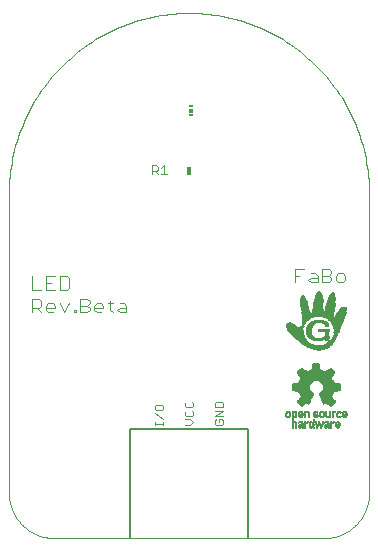
<source format=gto>
G75*
%MOIN*%
%OFA0B0*%
%FSLAX25Y25*%
%IPPOS*%
%LPD*%
%AMOC8*
5,1,8,0,0,1.08239X$1,22.5*
%
%ADD10C,0.00400*%
%ADD11R,0.01800X0.03000*%
%ADD12C,0.00300*%
%ADD13R,0.01181X0.00591*%
%ADD14R,0.01181X0.01181*%
%ADD15C,0.00000*%
%ADD16C,0.00500*%
%ADD17R,0.00460X0.00011*%
%ADD18R,0.00920X0.00011*%
%ADD19R,0.01184X0.00011*%
%ADD20R,0.01426X0.00011*%
%ADD21R,0.01610X0.00011*%
%ADD22R,0.01783X0.00011*%
%ADD23R,0.01955X0.00011*%
%ADD24R,0.02093X0.00011*%
%ADD25R,0.02242X0.00011*%
%ADD26R,0.02369X0.00011*%
%ADD27R,0.02495X0.00011*%
%ADD28R,0.02611X0.00011*%
%ADD29R,0.02714X0.00011*%
%ADD30R,0.02829X0.00011*%
%ADD31R,0.02921X0.00011*%
%ADD32R,0.03025X0.00011*%
%ADD33R,0.03128X0.00011*%
%ADD34R,0.03220X0.00011*%
%ADD35R,0.03300X0.00011*%
%ADD36R,0.03392X0.00011*%
%ADD37R,0.03473X0.00011*%
%ADD38R,0.03565X0.00011*%
%ADD39R,0.03645X0.00011*%
%ADD40R,0.03726X0.00011*%
%ADD41R,0.03806X0.00011*%
%ADD42R,0.03875X0.00011*%
%ADD43R,0.03956X0.00011*%
%ADD44R,0.04013X0.00011*%
%ADD45R,0.04082X0.00011*%
%ADD46R,0.04163X0.00011*%
%ADD47R,0.04232X0.00011*%
%ADD48R,0.04301X0.00011*%
%ADD49R,0.04370X0.00011*%
%ADD50R,0.04428X0.00011*%
%ADD51R,0.04497X0.00011*%
%ADD52R,0.04554X0.00011*%
%ADD53R,0.04623X0.00011*%
%ADD54R,0.04680X0.00011*%
%ADD55R,0.04749X0.00011*%
%ADD56R,0.04807X0.00011*%
%ADD57R,0.04864X0.00011*%
%ADD58R,0.04933X0.00011*%
%ADD59R,0.04979X0.00011*%
%ADD60R,0.05037X0.00011*%
%ADD61R,0.05094X0.00011*%
%ADD62R,0.05141X0.00011*%
%ADD63R,0.05209X0.00011*%
%ADD64R,0.05267X0.00011*%
%ADD65R,0.05313X0.00011*%
%ADD66R,0.05370X0.00011*%
%ADD67R,0.05416X0.00011*%
%ADD68R,0.05474X0.00011*%
%ADD69R,0.05520X0.00011*%
%ADD70R,0.05577X0.00011*%
%ADD71R,0.05635X0.00011*%
%ADD72R,0.05681X0.00011*%
%ADD73R,0.05738X0.00011*%
%ADD74R,0.05784X0.00011*%
%ADD75R,0.05842X0.00011*%
%ADD76R,0.05877X0.00011*%
%ADD77R,0.05922X0.00011*%
%ADD78R,0.05980X0.00011*%
%ADD79R,0.06014X0.00011*%
%ADD80R,0.06061X0.00011*%
%ADD81R,0.06118X0.00011*%
%ADD82R,0.06164X0.00011*%
%ADD83R,0.06198X0.00011*%
%ADD84R,0.06256X0.00011*%
%ADD85R,0.06302X0.00011*%
%ADD86R,0.06348X0.00011*%
%ADD87R,0.06394X0.00011*%
%ADD88R,0.06440X0.00011*%
%ADD89R,0.06475X0.00011*%
%ADD90R,0.06532X0.00011*%
%ADD91R,0.06566X0.00011*%
%ADD92R,0.06613X0.00011*%
%ADD93R,0.06647X0.00011*%
%ADD94R,0.06693X0.00011*%
%ADD95R,0.06739X0.00011*%
%ADD96R,0.06773X0.00011*%
%ADD97R,0.06831X0.00011*%
%ADD98R,0.06866X0.00011*%
%ADD99R,0.06911X0.00011*%
%ADD100R,0.06946X0.00011*%
%ADD101R,0.06980X0.00011*%
%ADD102R,0.07027X0.00011*%
%ADD103R,0.07061X0.00011*%
%ADD104R,0.07118X0.00011*%
%ADD105R,0.07153X0.00011*%
%ADD106R,0.07187X0.00011*%
%ADD107R,0.07233X0.00011*%
%ADD108R,0.07268X0.00011*%
%ADD109R,0.07314X0.00011*%
%ADD110R,0.07348X0.00011*%
%ADD111R,0.07372X0.00011*%
%ADD112R,0.07417X0.00011*%
%ADD113R,0.07452X0.00011*%
%ADD114R,0.07486X0.00011*%
%ADD115R,0.07521X0.00011*%
%ADD116R,0.07567X0.00011*%
%ADD117R,0.07602X0.00011*%
%ADD118R,0.07636X0.00011*%
%ADD119R,0.07682X0.00011*%
%ADD120R,0.07716X0.00011*%
%ADD121R,0.07751X0.00011*%
%ADD122R,0.07786X0.00011*%
%ADD123R,0.07831X0.00011*%
%ADD124R,0.07866X0.00011*%
%ADD125R,0.07889X0.00011*%
%ADD126R,0.07923X0.00011*%
%ADD127R,0.07958X0.00011*%
%ADD128R,0.08004X0.00011*%
%ADD129R,0.08038X0.00011*%
%ADD130R,0.08061X0.00011*%
%ADD131R,0.08096X0.00011*%
%ADD132R,0.08130X0.00011*%
%ADD133R,0.08165X0.00011*%
%ADD134R,0.08211X0.00011*%
%ADD135R,0.08234X0.00011*%
%ADD136R,0.08269X0.00011*%
%ADD137R,0.08303X0.00011*%
%ADD138R,0.08338X0.00011*%
%ADD139R,0.08372X0.00011*%
%ADD140R,0.08395X0.00011*%
%ADD141R,0.08430X0.00011*%
%ADD142R,0.08464X0.00011*%
%ADD143R,0.08498X0.00011*%
%ADD144R,0.08533X0.00011*%
%ADD145R,0.04381X0.00011*%
%ADD146R,0.03818X0.00011*%
%ADD147R,0.04140X0.00011*%
%ADD148R,0.03622X0.00011*%
%ADD149R,0.04025X0.00011*%
%ADD150R,0.03496X0.00011*%
%ADD151R,0.03933X0.00011*%
%ADD152R,0.03864X0.00011*%
%ADD153R,0.03312X0.00011*%
%ADD154R,0.03795X0.00011*%
%ADD155R,0.03243X0.00011*%
%ADD156R,0.03737X0.00011*%
%ADD157R,0.03186X0.00011*%
%ADD158R,0.03680X0.00011*%
%ADD159R,0.03128X0.00011*%
%ADD160R,0.03082X0.00011*%
%ADD161R,0.03599X0.00011*%
%ADD162R,0.03036X0.00011*%
%ADD163R,0.03553X0.00011*%
%ADD164R,0.02990X0.00011*%
%ADD165R,0.03530X0.00011*%
%ADD166R,0.02944X0.00011*%
%ADD167R,0.02909X0.00011*%
%ADD168R,0.03461X0.00011*%
%ADD169R,0.02875X0.00011*%
%ADD170R,0.03439X0.00011*%
%ADD171R,0.02840X0.00011*%
%ADD172R,0.02806X0.00011*%
%ADD173R,0.03381X0.00011*%
%ADD174R,0.02783X0.00011*%
%ADD175R,0.03358X0.00011*%
%ADD176R,0.02760X0.00011*%
%ADD177R,0.03335X0.00011*%
%ADD178R,0.02725X0.00011*%
%ADD179R,0.02702X0.00011*%
%ADD180R,0.03289X0.00011*%
%ADD181R,0.02668X0.00011*%
%ADD182R,0.03266X0.00011*%
%ADD183R,0.02645X0.00011*%
%ADD184R,0.02622X0.00011*%
%ADD185R,0.03231X0.00011*%
%ADD186R,0.02599X0.00011*%
%ADD187R,0.03208X0.00011*%
%ADD188R,0.02587X0.00011*%
%ADD189R,0.03197X0.00011*%
%ADD190R,0.02564X0.00011*%
%ADD191R,0.03185X0.00011*%
%ADD192R,0.02541X0.00011*%
%ADD193R,0.03163X0.00011*%
%ADD194R,0.02519X0.00011*%
%ADD195R,0.03151X0.00011*%
%ADD196R,0.03139X0.00011*%
%ADD197R,0.02484X0.00011*%
%ADD198R,0.02449X0.00011*%
%ADD199R,0.03116X0.00011*%
%ADD200R,0.02438X0.00011*%
%ADD201R,0.03105X0.00011*%
%ADD202R,0.02415X0.00011*%
%ADD203R,0.02403X0.00011*%
%ADD204R,0.02380X0.00011*%
%ADD205R,0.03059X0.00011*%
%ADD206R,0.03059X0.00011*%
%ADD207R,0.02357X0.00011*%
%ADD208R,0.02346X0.00011*%
%ADD209R,0.02323X0.00011*%
%ADD210R,0.03024X0.00011*%
%ADD211R,0.02311X0.00011*%
%ADD212R,0.02289X0.00011*%
%ADD213R,0.03002X0.00011*%
%ADD214R,0.02277X0.00011*%
%ADD215R,0.02266X0.00011*%
%ADD216R,0.02231X0.00011*%
%ADD217R,0.02978X0.00011*%
%ADD218R,0.02219X0.00011*%
%ADD219R,0.02967X0.00011*%
%ADD220R,0.02197X0.00011*%
%ADD221R,0.02955X0.00011*%
%ADD222R,0.02185X0.00011*%
%ADD223R,0.02173X0.00011*%
%ADD224R,0.02162X0.00011*%
%ADD225R,0.02150X0.00011*%
%ADD226R,0.02933X0.00011*%
%ADD227R,0.02139X0.00011*%
%ADD228R,0.02932X0.00011*%
%ADD229R,0.02127X0.00011*%
%ADD230R,0.02104X0.00011*%
%ADD231R,0.02105X0.00011*%
%ADD232R,0.02898X0.00011*%
%ADD233R,0.02081X0.00011*%
%ADD234R,0.02070X0.00011*%
%ADD235R,0.02047X0.00011*%
%ADD236R,0.02898X0.00011*%
%ADD237R,0.02886X0.00011*%
%ADD238R,0.02036X0.00011*%
%ADD239R,0.02024X0.00011*%
%ADD240R,0.02001X0.00011*%
%ADD241R,0.02864X0.00011*%
%ADD242R,0.01989X0.00011*%
%ADD243R,0.02863X0.00011*%
%ADD244R,0.01978X0.00011*%
%ADD245R,0.02852X0.00011*%
%ADD246R,0.01943X0.00011*%
%ADD247R,0.01932X0.00011*%
%ADD248R,0.01920X0.00011*%
%ADD249R,0.01909X0.00011*%
%ADD250R,0.02841X0.00011*%
%ADD251R,0.01909X0.00011*%
%ADD252R,0.01897X0.00011*%
%ADD253R,0.01886X0.00011*%
%ADD254R,0.01875X0.00011*%
%ADD255R,0.01874X0.00011*%
%ADD256R,0.01863X0.00011*%
%ADD257R,0.01852X0.00011*%
%ADD258R,0.01840X0.00011*%
%ADD259R,0.01840X0.00011*%
%ADD260R,0.01817X0.00011*%
%ADD261R,0.01817X0.00011*%
%ADD262R,0.01805X0.00011*%
%ADD263R,0.01794X0.00011*%
%ADD264R,0.01771X0.00011*%
%ADD265R,0.01748X0.00011*%
%ADD266R,0.01748X0.00011*%
%ADD267R,0.02829X0.00011*%
%ADD268R,0.01736X0.00011*%
%ADD269R,0.01725X0.00011*%
%ADD270R,0.01713X0.00011*%
%ADD271R,0.01714X0.00011*%
%ADD272R,0.01702X0.00011*%
%ADD273R,0.01691X0.00011*%
%ADD274R,0.01679X0.00011*%
%ADD275R,0.01679X0.00011*%
%ADD276R,0.01667X0.00011*%
%ADD277R,0.01644X0.00011*%
%ADD278R,0.01633X0.00011*%
%ADD279R,0.01622X0.00011*%
%ADD280R,0.01621X0.00011*%
%ADD281R,0.01598X0.00011*%
%ADD282R,0.01587X0.00011*%
%ADD283R,0.01587X0.00011*%
%ADD284R,0.01575X0.00011*%
%ADD285R,0.01564X0.00011*%
%ADD286R,0.01552X0.00011*%
%ADD287R,0.01541X0.00011*%
%ADD288R,0.01553X0.00011*%
%ADD289R,0.01230X0.00011*%
%ADD290R,0.01529X0.00011*%
%ADD291R,0.00690X0.00011*%
%ADD292R,0.01242X0.00011*%
%ADD293R,0.01530X0.00011*%
%ADD294R,0.01000X0.00011*%
%ADD295R,0.01253X0.00011*%
%ADD296R,0.01265X0.00011*%
%ADD297R,0.01518X0.00011*%
%ADD298R,0.01438X0.00011*%
%ADD299R,0.01518X0.00011*%
%ADD300R,0.01277X0.00011*%
%ADD301R,0.01288X0.00011*%
%ADD302R,0.01506X0.00011*%
%ADD303R,0.02058X0.00011*%
%ADD304R,0.01299X0.00011*%
%ADD305R,0.01311X0.00011*%
%ADD306R,0.01495X0.00011*%
%ADD307R,0.02507X0.00011*%
%ADD308R,0.01322X0.00011*%
%ADD309R,0.02610X0.00011*%
%ADD310R,0.02967X0.00011*%
%ADD311R,0.02714X0.00011*%
%ADD312R,0.01334X0.00011*%
%ADD313R,0.01495X0.00011*%
%ADD314R,0.02806X0.00011*%
%ADD315R,0.01345X0.00011*%
%ADD316R,0.01483X0.00011*%
%ADD317R,0.03047X0.00011*%
%ADD318R,0.01472X0.00011*%
%ADD319R,0.02990X0.00011*%
%ADD320R,0.01357X0.00011*%
%ADD321R,0.03427X0.00011*%
%ADD322R,0.01369X0.00011*%
%ADD323R,0.03013X0.00011*%
%ADD324R,0.01460X0.00011*%
%ADD325R,0.01380X0.00011*%
%ADD326R,0.01461X0.00011*%
%ADD327R,0.03691X0.00011*%
%ADD328R,0.03760X0.00011*%
%ADD329R,0.01391X0.00011*%
%ADD330R,0.01449X0.00011*%
%ADD331R,0.03991X0.00011*%
%ADD332R,0.04048X0.00011*%
%ADD333R,0.01403X0.00011*%
%ADD334R,0.04094X0.00011*%
%ADD335R,0.04152X0.00011*%
%ADD336R,0.04197X0.00011*%
%ADD337R,0.01414X0.00011*%
%ADD338R,0.03070X0.00011*%
%ADD339R,0.04266X0.00011*%
%ADD340R,0.04312X0.00011*%
%ADD341R,0.04358X0.00011*%
%ADD342R,0.04404X0.00011*%
%ADD343R,0.03093X0.00011*%
%ADD344R,0.04450X0.00011*%
%ADD345R,0.01426X0.00011*%
%ADD346R,0.03094X0.00011*%
%ADD347R,0.04496X0.00011*%
%ADD348R,0.04589X0.00011*%
%ADD349R,0.04634X0.00011*%
%ADD350R,0.04727X0.00011*%
%ADD351R,0.04750X0.00011*%
%ADD352R,0.04795X0.00011*%
%ADD353R,0.04841X0.00011*%
%ADD354R,0.06359X0.00011*%
%ADD355R,0.06383X0.00011*%
%ADD356R,0.06405X0.00011*%
%ADD357R,0.03151X0.00011*%
%ADD358R,0.06417X0.00011*%
%ADD359R,0.06463X0.00011*%
%ADD360R,0.03174X0.00011*%
%ADD361R,0.06474X0.00011*%
%ADD362R,0.06497X0.00011*%
%ADD363R,0.06520X0.00011*%
%ADD364R,0.06555X0.00011*%
%ADD365R,0.02576X0.00011*%
%ADD366R,0.03277X0.00011*%
%ADD367R,0.03220X0.00011*%
%ADD368R,0.02427X0.00011*%
%ADD369R,0.02392X0.00011*%
%ADD370R,0.01403X0.00011*%
%ADD371R,0.02817X0.00011*%
%ADD372R,0.02771X0.00011*%
%ADD373R,0.03255X0.00011*%
%ADD374R,0.02196X0.00011*%
%ADD375R,0.02691X0.00011*%
%ADD376R,0.02645X0.00011*%
%ADD377R,0.01392X0.00011*%
%ADD378R,0.02576X0.00011*%
%ADD379R,0.02553X0.00011*%
%ADD380R,0.02035X0.00011*%
%ADD381R,0.02461X0.00011*%
%ADD382R,0.03323X0.00011*%
%ADD383R,0.02013X0.00011*%
%ADD384R,0.02001X0.00011*%
%ADD385R,0.02358X0.00011*%
%ADD386R,0.02334X0.00011*%
%ADD387R,0.03346X0.00011*%
%ADD388R,0.01978X0.00011*%
%ADD389R,0.01966X0.00011*%
%ADD390R,0.02288X0.00011*%
%ADD391R,0.01944X0.00011*%
%ADD392R,0.03404X0.00011*%
%ADD393R,0.03404X0.00011*%
%ADD394R,0.03416X0.00011*%
%ADD395R,0.02070X0.00011*%
%ADD396R,0.03438X0.00011*%
%ADD397R,0.03450X0.00011*%
%ADD398R,0.01851X0.00011*%
%ADD399R,0.03473X0.00011*%
%ADD400R,0.03484X0.00011*%
%ADD401R,0.01828X0.00011*%
%ADD402R,0.03519X0.00011*%
%ADD403R,0.01806X0.00011*%
%ADD404R,0.03542X0.00011*%
%ADD405R,0.03565X0.00011*%
%ADD406R,0.01782X0.00011*%
%ADD407R,0.03577X0.00011*%
%ADD408R,0.03588X0.00011*%
%ADD409R,0.03611X0.00011*%
%ADD410R,0.01759X0.00011*%
%ADD411R,0.03634X0.00011*%
%ADD412R,0.03657X0.00011*%
%ADD413R,0.03703X0.00011*%
%ADD414R,0.03714X0.00011*%
%ADD415R,0.01656X0.00011*%
%ADD416R,0.03726X0.00011*%
%ADD417R,0.03761X0.00011*%
%ADD418R,0.03772X0.00011*%
%ADD419R,0.03783X0.00011*%
%ADD420R,0.03795X0.00011*%
%ADD421R,0.03830X0.00011*%
%ADD422R,0.03841X0.00011*%
%ADD423R,0.03852X0.00011*%
%ADD424R,0.03864X0.00011*%
%ADD425R,0.03887X0.00011*%
%ADD426R,0.03898X0.00011*%
%ADD427R,0.03910X0.00011*%
%ADD428R,0.03922X0.00011*%
%ADD429R,0.03944X0.00011*%
%ADD430R,0.03967X0.00011*%
%ADD431R,0.03979X0.00011*%
%ADD432R,0.03990X0.00011*%
%ADD433R,0.04002X0.00011*%
%ADD434R,0.04014X0.00011*%
%ADD435R,0.04059X0.00011*%
%ADD436R,0.04071X0.00011*%
%ADD437R,0.04083X0.00011*%
%ADD438R,0.04105X0.00011*%
%ADD439R,0.04117X0.00011*%
%ADD440R,0.04128X0.00011*%
%ADD441R,0.04151X0.00011*%
%ADD442R,0.01690X0.00011*%
%ADD443R,0.04174X0.00011*%
%ADD444R,0.04186X0.00011*%
%ADD445R,0.04209X0.00011*%
%ADD446R,0.04220X0.00011*%
%ADD447R,0.04244X0.00011*%
%ADD448R,0.04255X0.00011*%
%ADD449R,0.04278X0.00011*%
%ADD450R,0.04289X0.00011*%
%ADD451R,0.04301X0.00011*%
%ADD452R,0.04324X0.00011*%
%ADD453R,0.04336X0.00011*%
%ADD454R,0.04347X0.00011*%
%ADD455R,0.04370X0.00011*%
%ADD456R,0.04393X0.00011*%
%ADD457R,0.04405X0.00011*%
%ADD458R,0.04416X0.00011*%
%ADD459R,0.04427X0.00011*%
%ADD460R,0.04439X0.00011*%
%ADD461R,0.04462X0.00011*%
%ADD462R,0.04473X0.00011*%
%ADD463R,0.04485X0.00011*%
%ADD464R,0.04508X0.00011*%
%ADD465R,0.04519X0.00011*%
%ADD466R,0.04531X0.00011*%
%ADD467R,0.04542X0.00011*%
%ADD468R,0.04566X0.00011*%
%ADD469R,0.04577X0.00011*%
%ADD470R,0.04600X0.00011*%
%ADD471R,0.04611X0.00011*%
%ADD472R,0.04623X0.00011*%
%ADD473R,0.04646X0.00011*%
%ADD474R,0.04658X0.00011*%
%ADD475R,0.04669X0.00011*%
%ADD476R,0.04692X0.00011*%
%ADD477R,0.04703X0.00011*%
%ADD478R,0.04715X0.00011*%
%ADD479R,0.04738X0.00011*%
%ADD480R,0.04761X0.00011*%
%ADD481R,0.04772X0.00011*%
%ADD482R,0.04784X0.00011*%
%ADD483R,0.04818X0.00011*%
%ADD484R,0.04830X0.00011*%
%ADD485R,0.04853X0.00011*%
%ADD486R,0.04876X0.00011*%
%ADD487R,0.03749X0.00011*%
%ADD488R,0.04888X0.00011*%
%ADD489R,0.04899X0.00011*%
%ADD490R,0.04911X0.00011*%
%ADD491R,0.04922X0.00011*%
%ADD492R,0.04945X0.00011*%
%ADD493R,0.04956X0.00011*%
%ADD494R,0.04968X0.00011*%
%ADD495R,0.04980X0.00011*%
%ADD496R,0.04991X0.00011*%
%ADD497R,0.05003X0.00011*%
%ADD498R,0.05014X0.00011*%
%ADD499R,0.05025X0.00011*%
%ADD500R,0.05048X0.00011*%
%ADD501R,0.05060X0.00011*%
%ADD502R,0.05072X0.00011*%
%ADD503R,0.05083X0.00011*%
%ADD504R,0.05106X0.00011*%
%ADD505R,0.05117X0.00011*%
%ADD506R,0.05129X0.00011*%
%ADD507R,0.05152X0.00011*%
%ADD508R,0.05164X0.00011*%
%ADD509R,0.05175X0.00011*%
%ADD510R,0.05186X0.00011*%
%ADD511R,0.05198X0.00011*%
%ADD512R,0.05221X0.00011*%
%ADD513R,0.05232X0.00011*%
%ADD514R,0.05244X0.00011*%
%ADD515R,0.05255X0.00011*%
%ADD516R,0.05278X0.00011*%
%ADD517R,0.05290X0.00011*%
%ADD518R,0.05302X0.00011*%
%ADD519R,0.05324X0.00011*%
%ADD520R,0.05336X0.00011*%
%ADD521R,0.05347X0.00011*%
%ADD522R,0.05359X0.00011*%
%ADD523R,0.02116X0.00011*%
%ADD524R,0.05382X0.00011*%
%ADD525R,0.05394X0.00011*%
%ADD526R,0.05405X0.00011*%
%ADD527R,0.02162X0.00011*%
%ADD528R,0.05428X0.00011*%
%ADD529R,0.05439X0.00011*%
%ADD530R,0.05451X0.00011*%
%ADD531R,0.05462X0.00011*%
%ADD532R,0.02208X0.00011*%
%ADD533R,0.05485X0.00011*%
%ADD534R,0.02231X0.00011*%
%ADD535R,0.05497X0.00011*%
%ADD536R,0.05508X0.00011*%
%ADD537R,0.02254X0.00011*%
%ADD538R,0.05520X0.00011*%
%ADD539R,0.05531X0.00011*%
%ADD540R,0.05543X0.00011*%
%ADD541R,0.05555X0.00011*%
%ADD542R,0.05566X0.00011*%
%ADD543R,0.05578X0.00011*%
%ADD544R,0.05589X0.00011*%
%ADD545R,0.05600X0.00011*%
%ADD546R,0.05612X0.00011*%
%ADD547R,0.05623X0.00011*%
%ADD548R,0.02392X0.00011*%
%ADD549R,0.05646X0.00011*%
%ADD550R,0.02415X0.00011*%
%ADD551R,0.05658X0.00011*%
%ADD552R,0.05669X0.00011*%
%ADD553R,0.02450X0.00011*%
%ADD554R,0.05681X0.00011*%
%ADD555R,0.02472X0.00011*%
%ADD556R,0.05692X0.00011*%
%ADD557R,0.05704X0.00011*%
%ADD558R,0.05716X0.00011*%
%ADD559R,0.05727X0.00011*%
%ADD560R,0.02530X0.00011*%
%ADD561R,0.05739X0.00011*%
%ADD562R,0.02553X0.00011*%
%ADD563R,0.01219X0.00011*%
%ADD564R,0.01196X0.00011*%
%ADD565R,0.02633X0.00011*%
%ADD566R,0.03381X0.00011*%
%ADD567R,0.01173X0.00011*%
%ADD568R,0.01150X0.00011*%
%ADD569R,0.02656X0.00011*%
%ADD570R,0.01127X0.00011*%
%ADD571R,0.01116X0.00011*%
%ADD572R,0.03254X0.00011*%
%ADD573R,0.01092X0.00011*%
%ADD574R,0.01081X0.00011*%
%ADD575R,0.01058X0.00011*%
%ADD576R,0.01047X0.00011*%
%ADD577R,0.02737X0.00011*%
%ADD578R,0.01035X0.00011*%
%ADD579R,0.02748X0.00011*%
%ADD580R,0.01023X0.00011*%
%ADD581R,0.01012X0.00011*%
%ADD582R,0.02794X0.00011*%
%ADD583R,0.00989X0.00011*%
%ADD584R,0.00978X0.00011*%
%ADD585R,0.00966X0.00011*%
%ADD586R,0.00954X0.00011*%
%ADD587R,0.00955X0.00011*%
%ADD588R,0.00943X0.00011*%
%ADD589R,0.00931X0.00011*%
%ADD590R,0.02680X0.00011*%
%ADD591R,0.00920X0.00011*%
%ADD592R,0.02542X0.00011*%
%ADD593R,0.02426X0.00011*%
%ADD594R,0.02323X0.00011*%
%ADD595R,0.02300X0.00011*%
%ADD596R,0.03369X0.00011*%
%ADD597R,0.00977X0.00011*%
%ADD598R,0.00989X0.00011*%
%ADD599R,0.01656X0.00011*%
%ADD600R,0.01012X0.00011*%
%ADD601R,0.01046X0.00011*%
%ADD602R,0.01069X0.00011*%
%ADD603R,0.01139X0.00011*%
%ADD604R,0.03669X0.00011*%
%ADD605R,0.00908X0.00011*%
%ADD606R,0.00828X0.00011*%
%ADD607R,0.01104X0.00011*%
%ADD608R,0.00759X0.00011*%
%ADD609R,0.00678X0.00011*%
%ADD610R,0.00575X0.00011*%
%ADD611R,0.00448X0.00011*%
%ADD612R,0.00264X0.00011*%
%ADD613R,0.01138X0.00011*%
%ADD614R,0.01161X0.00011*%
%ADD615R,0.01173X0.00011*%
%ADD616R,0.03853X0.00011*%
%ADD617R,0.01208X0.00011*%
%ADD618R,0.03921X0.00011*%
%ADD619R,0.02484X0.00011*%
%ADD620R,0.02381X0.00011*%
%ADD621R,0.03979X0.00011*%
%ADD622R,0.05163X0.00011*%
%ADD623R,0.04036X0.00011*%
%ADD624R,0.05002X0.00011*%
%ADD625R,0.01334X0.00011*%
%ADD626R,0.04876X0.00011*%
%ADD627R,0.04692X0.00011*%
%ADD628R,0.04335X0.00011*%
%ADD629R,0.03600X0.00011*%
%ADD630R,0.04531X0.00011*%
%ADD631R,0.04565X0.00011*%
%ADD632R,0.04681X0.00011*%
%ADD633R,0.04784X0.00011*%
%ADD634R,0.04819X0.00011*%
%ADD635R,0.00541X0.00011*%
%ADD636R,0.04910X0.00011*%
%ADD637R,0.05037X0.00011*%
%ADD638R,0.05198X0.00011*%
%ADD639R,0.05393X0.00011*%
%ADD640R,0.05554X0.00011*%
%ADD641R,0.05750X0.00011*%
%ADD642R,0.05761X0.00011*%
%ADD643R,0.05819X0.00011*%
%ADD644R,0.05830X0.00011*%
%ADD645R,0.05865X0.00011*%
%ADD646R,0.05900X0.00011*%
%ADD647R,0.05945X0.00011*%
%ADD648R,0.06003X0.00011*%
%ADD649R,0.02772X0.00011*%
%ADD650R,0.06049X0.00011*%
%ADD651R,0.06072X0.00011*%
%ADD652R,0.06095X0.00011*%
%ADD653R,0.06141X0.00011*%
%ADD654R,0.06175X0.00011*%
%ADD655R,0.06187X0.00011*%
%ADD656R,0.06210X0.00011*%
%ADD657R,0.06244X0.00011*%
%ADD658R,0.06267X0.00011*%
%ADD659R,0.06325X0.00011*%
%ADD660R,0.03117X0.00011*%
%ADD661R,0.03634X0.00011*%
%ADD662R,0.03507X0.00011*%
%ADD663R,0.03508X0.00011*%
%ADD664R,0.03415X0.00011*%
%ADD665R,0.04209X0.00011*%
%ADD666R,0.04439X0.00011*%
%ADD667R,0.03347X0.00011*%
%ADD668R,0.10235X0.00011*%
%ADD669R,0.10247X0.00011*%
%ADD670R,0.10258X0.00011*%
%ADD671R,0.10269X0.00011*%
%ADD672R,0.03312X0.00011*%
%ADD673R,0.10281X0.00011*%
%ADD674R,0.10292X0.00011*%
%ADD675R,0.03278X0.00011*%
%ADD676R,0.10304X0.00011*%
%ADD677R,0.10316X0.00011*%
%ADD678R,0.10327X0.00011*%
%ADD679R,0.10338X0.00011*%
%ADD680R,0.10350X0.00011*%
%ADD681R,0.10361X0.00011*%
%ADD682R,0.10373X0.00011*%
%ADD683R,0.10384X0.00011*%
%ADD684R,0.10396X0.00011*%
%ADD685R,0.10419X0.00011*%
%ADD686R,0.10430X0.00011*%
%ADD687R,0.10442X0.00011*%
%ADD688R,0.10453X0.00011*%
%ADD689R,0.10465X0.00011*%
%ADD690R,0.10477X0.00011*%
%ADD691R,0.10488X0.00011*%
%ADD692R,0.10500X0.00011*%
%ADD693R,0.04140X0.00011*%
%ADD694R,0.03887X0.00011*%
%ADD695R,0.02737X0.00011*%
%ADD696R,0.02703X0.00011*%
%ADD697R,0.00851X0.00011*%
%ADD698R,0.00770X0.00011*%
%ADD699R,0.00655X0.00011*%
%ADD700R,0.00552X0.00011*%
%ADD701R,0.00379X0.00011*%
%ADD702R,0.00011X0.00011*%
%ADD703R,0.02679X0.00011*%
%ADD704R,0.02518X0.00011*%
%ADD705R,0.02128X0.00011*%
%ADD706R,0.01081X0.00011*%
%ADD707R,0.00885X0.00011*%
%ADD708R,0.00863X0.00011*%
%ADD709R,0.00839X0.00011*%
%ADD710R,0.00794X0.00011*%
%ADD711R,0.00747X0.00011*%
%ADD712R,0.00713X0.00011*%
%ADD713R,0.00690X0.00011*%
%ADD714R,0.00644X0.00011*%
%ADD715R,0.00609X0.00011*%
%ADD716R,0.00529X0.00011*%
%ADD717R,0.00471X0.00011*%
%ADD718R,0.00425X0.00011*%
%ADD719R,0.00287X0.00011*%
%ADD720R,0.00195X0.00011*%
%ADD721R,0.01207X0.00011*%
%ADD722R,0.01115X0.00011*%
%ADD723R,0.00886X0.00011*%
%ADD724R,0.00805X0.00011*%
%ADD725R,0.00782X0.00011*%
%ADD726R,0.00724X0.00011*%
%ADD727R,0.00702X0.00011*%
%ADD728R,0.00632X0.00011*%
%ADD729R,0.00598X0.00011*%
%ADD730R,0.00517X0.00011*%
%ADD731R,0.00368X0.00011*%
%ADD732R,0.00322X0.00011*%
%ADD733R,0.00230X0.00011*%
%ADD734R,0.00115X0.00011*%
%ADD735R,0.01368X0.00011*%
%ADD736R,0.00897X0.00011*%
%ADD737R,0.00874X0.00011*%
%ADD738R,0.00817X0.00011*%
%ADD739R,0.00736X0.00011*%
%ADD740R,0.00633X0.00011*%
%ADD741R,0.00586X0.00011*%
%ADD742R,0.00506X0.00011*%
%ADD743R,0.00207X0.00011*%
%ADD744R,0.00103X0.00011*%
%ADD745R,0.00226X0.00011*%
%ADD746R,0.00183X0.00011*%
%ADD747R,0.00398X0.00011*%
%ADD748R,0.00301X0.00011*%
%ADD749R,0.00398X0.00011*%
%ADD750R,0.00387X0.00011*%
%ADD751R,0.00419X0.00011*%
%ADD752R,0.00430X0.00011*%
%ADD753R,0.00505X0.00011*%
%ADD754R,0.00398X0.00011*%
%ADD755R,0.00376X0.00011*%
%ADD756R,0.00376X0.00011*%
%ADD757R,0.00419X0.00011*%
%ADD758R,0.00430X0.00011*%
%ADD759R,0.00430X0.00011*%
%ADD760R,0.00570X0.00011*%
%ADD761R,0.00462X0.00011*%
%ADD762R,0.00387X0.00011*%
%ADD763R,0.00580X0.00011*%
%ADD764R,0.00441X0.00011*%
%ADD765R,0.00645X0.00011*%
%ADD766R,0.00527X0.00011*%
%ADD767R,0.00645X0.00011*%
%ADD768R,0.00666X0.00011*%
%ADD769R,0.00699X0.00011*%
%ADD770R,0.00720X0.00011*%
%ADD771R,0.00430X0.00011*%
%ADD772R,0.00752X0.00011*%
%ADD773R,0.00634X0.00011*%
%ADD774R,0.00408X0.00011*%
%ADD775R,0.00742X0.00011*%
%ADD776R,0.00441X0.00011*%
%ADD777R,0.00785X0.00011*%
%ADD778R,0.00795X0.00011*%
%ADD779R,0.00677X0.00011*%
%ADD780R,0.00419X0.00011*%
%ADD781R,0.00785X0.00011*%
%ADD782R,0.00839X0.00011*%
%ADD783R,0.00828X0.00011*%
%ADD784R,0.00709X0.00011*%
%ADD785R,0.00881X0.00011*%
%ADD786R,0.00860X0.00011*%
%ADD787R,0.00752X0.00011*%
%ADD788R,0.00860X0.00011*%
%ADD789R,0.00924X0.00011*%
%ADD790R,0.00903X0.00011*%
%ADD791R,0.00892X0.00011*%
%ADD792R,0.00967X0.00011*%
%ADD793R,0.00817X0.00011*%
%ADD794R,0.00935X0.00011*%
%ADD795R,0.01010X0.00011*%
%ADD796R,0.00957X0.00011*%
%ADD797R,0.00849X0.00011*%
%ADD798R,0.01053X0.00011*%
%ADD799R,0.00978X0.00011*%
%ADD800R,0.00462X0.00011*%
%ADD801R,0.00989X0.00011*%
%ADD802R,0.01075X0.00011*%
%ADD803R,0.01000X0.00011*%
%ADD804R,0.00903X0.00011*%
%ADD805R,0.01118X0.00011*%
%ADD806R,0.01032X0.00011*%
%ADD807R,0.00935X0.00011*%
%ADD808R,0.00462X0.00011*%
%ADD809R,0.00462X0.00011*%
%ADD810R,0.01021X0.00011*%
%ADD811R,0.01140X0.00011*%
%ADD812R,0.01043X0.00011*%
%ADD813R,0.00484X0.00011*%
%ADD814R,0.00484X0.00011*%
%ADD815R,0.01183X0.00011*%
%ADD816R,0.01064X0.00011*%
%ADD817R,0.01215X0.00011*%
%ADD818R,0.01086X0.00011*%
%ADD819R,0.01011X0.00011*%
%ADD820R,0.01086X0.00011*%
%ADD821R,0.01236X0.00011*%
%ADD822R,0.01107X0.00011*%
%ADD823R,0.00495X0.00011*%
%ADD824R,0.01107X0.00011*%
%ADD825R,0.01258X0.00011*%
%ADD826R,0.01559X0.00011*%
%ADD827R,0.00505X0.00011*%
%ADD828R,0.00505X0.00011*%
%ADD829R,0.01569X0.00011*%
%ADD830R,0.01290X0.00011*%
%ADD831R,0.01580X0.00011*%
%ADD832R,0.01311X0.00011*%
%ADD833R,0.01097X0.00011*%
%ADD834R,0.01344X0.00011*%
%ADD835R,0.01591X0.00011*%
%ADD836R,0.01537X0.00011*%
%ADD837R,0.00527X0.00011*%
%ADD838R,0.01365X0.00011*%
%ADD839R,0.01602X0.00011*%
%ADD840R,0.01548X0.00011*%
%ADD841R,0.01387X0.00011*%
%ADD842R,0.01613X0.00011*%
%ADD843R,0.01408X0.00011*%
%ADD844R,0.00548X0.00011*%
%ADD845R,0.01623X0.00011*%
%ADD846R,0.01419X0.00011*%
%ADD847R,0.01623X0.00011*%
%ADD848R,0.01580X0.00011*%
%ADD849R,0.00548X0.00011*%
%ADD850R,0.01623X0.00011*%
%ADD851R,0.01440X0.00011*%
%ADD852R,0.01623X0.00011*%
%ADD853R,0.01634X0.00011*%
%ADD854R,0.01462X0.00011*%
%ADD855R,0.01591X0.00011*%
%ADD856R,0.00570X0.00011*%
%ADD857R,0.00559X0.00011*%
%ADD858R,0.01483X0.00011*%
%ADD859R,0.01645X0.00011*%
%ADD860R,0.01645X0.00011*%
%ADD861R,0.01505X0.00011*%
%ADD862R,0.01645X0.00011*%
%ADD863R,0.01602X0.00011*%
%ADD864R,0.00570X0.00011*%
%ADD865R,0.00570X0.00011*%
%ADD866R,0.01655X0.00011*%
%ADD867R,0.01516X0.00011*%
%ADD868R,0.01655X0.00011*%
%ADD869R,0.00581X0.00011*%
%ADD870R,0.01526X0.00011*%
%ADD871R,0.00591X0.00011*%
%ADD872R,0.00591X0.00011*%
%ADD873R,0.01666X0.00011*%
%ADD874R,0.01527X0.00011*%
%ADD875R,0.01516X0.00011*%
%ADD876R,0.01666X0.00011*%
%ADD877R,0.01634X0.00011*%
%ADD878R,0.00602X0.00011*%
%ADD879R,0.00602X0.00011*%
%ADD880R,0.01677X0.00011*%
%ADD881R,0.01677X0.00011*%
%ADD882R,0.01634X0.00011*%
%ADD883R,0.00613X0.00011*%
%ADD884R,0.01688X0.00011*%
%ADD885R,0.01494X0.00011*%
%ADD886R,0.00656X0.00011*%
%ADD887R,0.00731X0.00011*%
%ADD888R,0.00623X0.00011*%
%ADD889R,0.00602X0.00011*%
%ADD890R,0.00731X0.00011*%
%ADD891R,0.00795X0.00011*%
%ADD892R,0.00634X0.00011*%
%ADD893R,0.00613X0.00011*%
%ADD894R,0.00494X0.00011*%
%ADD895R,0.00548X0.00011*%
%ADD896R,0.00516X0.00011*%
%ADD897R,0.00559X0.00011*%
%ADD898R,0.00634X0.00011*%
%ADD899R,0.00409X0.00011*%
%ADD900R,0.00537X0.00011*%
%ADD901R,0.00656X0.00011*%
%ADD902R,0.00376X0.00011*%
%ADD903R,0.00591X0.00011*%
%ADD904R,0.00645X0.00011*%
%ADD905R,0.00656X0.00011*%
%ADD906R,0.00667X0.00011*%
%ADD907R,0.00537X0.00011*%
%ADD908R,0.00344X0.00011*%
%ADD909R,0.00667X0.00011*%
%ADD910R,0.00473X0.00011*%
%ADD911R,0.00527X0.00011*%
%ADD912R,0.00312X0.00011*%
%ADD913R,0.00677X0.00011*%
%ADD914R,0.00279X0.00011*%
%ADD915R,0.00494X0.00011*%
%ADD916R,0.00258X0.00011*%
%ADD917R,0.00452X0.00011*%
%ADD918R,0.00484X0.00011*%
%ADD919R,0.00580X0.00011*%
%ADD920R,0.00688X0.00011*%
%ADD921R,0.00688X0.00011*%
%ADD922R,0.00451X0.00011*%
%ADD923R,0.00215X0.00011*%
%ADD924R,0.00452X0.00011*%
%ADD925R,0.00688X0.00011*%
%ADD926R,0.00688X0.00011*%
%ADD927R,0.00193X0.00011*%
%ADD928R,0.00473X0.00011*%
%ADD929R,0.00699X0.00011*%
%ADD930R,0.00161X0.00011*%
%ADD931R,0.00140X0.00011*%
%ADD932R,0.00709X0.00011*%
%ADD933R,0.00473X0.00011*%
%ADD934R,0.00118X0.00011*%
%ADD935R,0.00430X0.00011*%
%ADD936R,0.00086X0.00011*%
%ADD937R,0.00731X0.00011*%
%ADD938R,0.00054X0.00011*%
%ADD939R,0.00408X0.00011*%
%ADD940R,0.00451X0.00011*%
%ADD941R,0.00032X0.00011*%
%ADD942R,0.00516X0.00011*%
%ADD943R,0.00742X0.00011*%
%ADD944R,0.00011X0.00011*%
%ADD945R,0.00753X0.00011*%
%ADD946R,0.00473X0.00011*%
%ADD947R,0.00774X0.00011*%
%ADD948R,0.00774X0.00011*%
%ADD949R,0.00409X0.00011*%
%ADD950R,0.00774X0.00011*%
%ADD951R,0.00774X0.00011*%
%ADD952R,0.00376X0.00011*%
%ADD953R,0.00387X0.00011*%
%ADD954R,0.00387X0.00011*%
%ADD955R,0.00398X0.00011*%
%ADD956R,0.00365X0.00011*%
%ADD957R,0.01763X0.00011*%
%ADD958R,0.00366X0.00011*%
%ADD959R,0.01763X0.00011*%
%ADD960R,0.01548X0.00011*%
%ADD961R,0.00366X0.00011*%
%ADD962R,0.01559X0.00011*%
%ADD963R,0.01537X0.00011*%
%ADD964R,0.01505X0.00011*%
%ADD965R,0.01473X0.00011*%
%ADD966R,0.01441X0.00011*%
%ADD967R,0.01397X0.00011*%
%ADD968R,0.01376X0.00011*%
%ADD969R,0.00419X0.00011*%
%ADD970R,0.01376X0.00011*%
%ADD971R,0.01355X0.00011*%
%ADD972R,0.01354X0.00011*%
%ADD973R,0.01322X0.00011*%
%ADD974R,0.01333X0.00011*%
%ADD975R,0.01290X0.00011*%
%ADD976R,0.01301X0.00011*%
%ADD977R,0.01752X0.00011*%
%ADD978R,0.01258X0.00011*%
%ADD979R,0.01204X0.00011*%
%ADD980R,0.01129X0.00011*%
%ADD981R,0.01139X0.00011*%
%ADD982R,0.01752X0.00011*%
%ADD983R,0.00365X0.00011*%
%ADD984R,0.00355X0.00011*%
%ADD985R,0.00441X0.00011*%
%ADD986R,0.00441X0.00011*%
%ADD987R,0.00720X0.00011*%
%ADD988R,0.00495X0.00011*%
%ADD989R,0.00484X0.00011*%
%ADD990R,0.00677X0.00011*%
%ADD991R,0.00011X0.00011*%
%ADD992R,0.00011X0.00011*%
%ADD993R,0.00548X0.00011*%
%ADD994R,0.00032X0.00011*%
%ADD995R,0.00656X0.00011*%
%ADD996R,0.00064X0.00011*%
%ADD997R,0.00075X0.00011*%
%ADD998R,0.00097X0.00011*%
%ADD999R,0.00022X0.00011*%
%ADD1000R,0.00054X0.00011*%
%ADD1001R,0.00591X0.00011*%
%ADD1002R,0.00054X0.00011*%
%ADD1003R,0.00613X0.00011*%
%ADD1004R,0.00150X0.00011*%
%ADD1005R,0.00172X0.00011*%
%ADD1006R,0.00107X0.00011*%
%ADD1007R,0.00204X0.00011*%
%ADD1008R,0.00129X0.00011*%
%ADD1009R,0.00666X0.00011*%
%ADD1010R,0.00226X0.00011*%
%ADD1011R,0.00172X0.00011*%
%ADD1012R,0.00236X0.00011*%
%ADD1013R,0.00161X0.00011*%
%ADD1014R,0.00699X0.00011*%
%ADD1015R,0.00269X0.00011*%
%ADD1016R,0.00194X0.00011*%
%ADD1017R,0.00301X0.00011*%
%ADD1018R,0.00236X0.00011*%
%ADD1019R,0.00290X0.00011*%
%ADD1020R,0.00333X0.00011*%
%ADD1021R,0.00344X0.00011*%
%ADD1022R,0.00290X0.00011*%
%ADD1023R,0.01225X0.00011*%
%ADD1024R,0.00602X0.00011*%
%ADD1025R,0.00623X0.00011*%
%ADD1026R,0.01645X0.00011*%
%ADD1027R,0.01236X0.00011*%
%ADD1028R,0.01441X0.00011*%
%ADD1029R,0.01247X0.00011*%
%ADD1030R,0.01451X0.00011*%
%ADD1031R,0.01473X0.00011*%
%ADD1032R,0.01462X0.00011*%
%ADD1033R,0.01451X0.00011*%
%ADD1034R,0.01473X0.00011*%
%ADD1035R,0.01269X0.00011*%
%ADD1036R,0.01430X0.00011*%
%ADD1037R,0.01612X0.00011*%
%ADD1038R,0.01279X0.00011*%
%ADD1039R,0.01279X0.00011*%
%ADD1040R,0.01387X0.00011*%
%ADD1041R,0.01311X0.00011*%
%ADD1042R,0.01301X0.00011*%
%ADD1043R,0.01322X0.00011*%
%ADD1044R,0.01333X0.00011*%
%ADD1045R,0.01569X0.00011*%
%ADD1046R,0.01483X0.00011*%
%ADD1047R,0.01344X0.00011*%
%ADD1048R,0.01301X0.00011*%
%ADD1049R,0.01365X0.00011*%
%ADD1050R,0.01269X0.00011*%
%ADD1051R,0.01537X0.00011*%
%ADD1052R,0.01430X0.00011*%
%ADD1053R,0.01365X0.00011*%
%ADD1054R,0.01086X0.00011*%
%ADD1055R,0.01408X0.00011*%
%ADD1056R,0.00924X0.00011*%
%ADD1057R,0.01097X0.00011*%
%ADD1058R,0.01419X0.00011*%
%ADD1059R,0.00935X0.00011*%
%ADD1060R,0.01225X0.00011*%
%ADD1061R,0.00935X0.00011*%
%ADD1062R,0.01032X0.00011*%
%ADD1063R,0.01021X0.00011*%
%ADD1064R,0.01150X0.00011*%
%ADD1065R,0.01011X0.00011*%
%ADD1066R,0.01000X0.00011*%
%ADD1067R,0.00925X0.00011*%
%ADD1068R,0.01118X0.00011*%
%ADD1069R,0.01301X0.00011*%
%ADD1070R,0.01096X0.00011*%
%ADD1071R,0.00925X0.00011*%
%ADD1072R,0.00946X0.00011*%
%ADD1073R,0.00914X0.00011*%
%ADD1074R,0.00914X0.00011*%
%ADD1075R,0.00903X0.00011*%
%ADD1076R,0.00892X0.00011*%
%ADD1077R,0.01193X0.00011*%
%ADD1078R,0.00871X0.00011*%
%ADD1079R,0.01182X0.00011*%
%ADD1080R,0.00881X0.00011*%
%ADD1081R,0.00989X0.00011*%
%ADD1082R,0.01161X0.00011*%
%ADD1083R,0.00828X0.00011*%
%ADD1084R,0.00806X0.00011*%
%ADD1085R,0.00817X0.00011*%
%ADD1086R,0.00763X0.00011*%
%ADD1087R,0.01053X0.00011*%
%ADD1088R,0.00355X0.00011*%
%ADD1089R,0.01043X0.00011*%
%ADD1090R,0.00753X0.00011*%
%ADD1091R,0.00849X0.00011*%
%ADD1092R,0.00720X0.00011*%
%ADD1093R,0.00763X0.00011*%
%ADD1094R,0.00634X0.00011*%
%ADD1095R,0.00333X0.00011*%
%ADD1096R,0.00323X0.00011*%
%ADD1097R,0.00204X0.00011*%
%ADD1098R,0.00215X0.00011*%
%ADD1099R,0.00150X0.00011*%
%ADD1100R,0.00140X0.00011*%
%ADD1101R,0.00193X0.00011*%
%ADD1102R,0.00204X0.00011*%
%ADD1103R,0.00161X0.00011*%
%ADD1104R,0.00194X0.00011*%
%ADD1105R,0.00742X0.00011*%
%ADD1106R,0.00838X0.00011*%
%ADD1107R,0.00817X0.00011*%
%ADD1108R,0.00699X0.00011*%
%ADD1109R,0.00957X0.00011*%
%ADD1110R,0.00828X0.00011*%
%ADD1111R,0.00828X0.00011*%
%ADD1112R,0.01021X0.00011*%
%ADD1113R,0.00871X0.00011*%
%ADD1114R,0.00892X0.00011*%
%ADD1115R,0.00763X0.00011*%
%ADD1116R,0.00967X0.00011*%
%ADD1117R,0.01107X0.00011*%
%ADD1118R,0.00967X0.00011*%
%ADD1119R,0.01150X0.00011*%
%ADD1120R,0.00978X0.00011*%
%ADD1121R,0.01075X0.00011*%
%ADD1122R,0.01182X0.00011*%
%ADD1123R,0.01107X0.00011*%
%ADD1124R,0.01172X0.00011*%
%ADD1125R,0.00946X0.00011*%
%ADD1126R,0.01129X0.00011*%
%ADD1127R,0.01172X0.00011*%
%ADD1128R,0.01204X0.00011*%
%ADD1129R,0.01139X0.00011*%
%ADD1130R,0.00989X0.00011*%
%ADD1131R,0.01193X0.00011*%
%ADD1132R,0.01172X0.00011*%
%ADD1133R,0.01193X0.00011*%
%ADD1134R,0.01032X0.00011*%
%ADD1135R,0.01279X0.00011*%
%ADD1136R,0.01247X0.00011*%
%ADD1137R,0.01290X0.00011*%
%ADD1138R,0.01268X0.00011*%
%ADD1139R,0.01312X0.00011*%
%ADD1140R,0.01236X0.00011*%
%ADD1141R,0.01258X0.00011*%
%ADD1142R,0.01548X0.00011*%
%ADD1143R,0.01548X0.00011*%
%ADD1144R,0.01397X0.00011*%
%ADD1145R,0.01355X0.00011*%
%ADD1146R,0.01570X0.00011*%
%ADD1147R,0.01376X0.00011*%
%ADD1148R,0.01365X0.00011*%
%ADD1149R,0.01419X0.00011*%
%ADD1150R,0.01698X0.00011*%
%ADD1151R,0.01612X0.00011*%
%ADD1152R,0.01720X0.00011*%
%ADD1153R,0.01613X0.00011*%
%ADD1154R,0.01527X0.00011*%
%ADD1155R,0.01731X0.00011*%
%ADD1156R,0.01763X0.00011*%
%ADD1157R,0.01494X0.00011*%
%ADD1158R,0.01634X0.00011*%
%ADD1159R,0.01526X0.00011*%
%ADD1160R,0.01516X0.00011*%
%ADD1161R,0.00623X0.00011*%
%ADD1162R,0.00699X0.00011*%
%ADD1163R,0.00559X0.00011*%
%ADD1164R,0.00312X0.00011*%
%ADD1165R,0.00280X0.00011*%
%ADD1166R,0.00247X0.00011*%
%ADD1167R,0.00505X0.00011*%
%ADD1168R,0.00559X0.00011*%
%ADD1169R,0.00247X0.00011*%
%ADD1170R,0.00108X0.00011*%
%ADD1171R,0.00527X0.00011*%
%ADD1172R,0.00064X0.00011*%
%ADD1173R,0.00204X0.00011*%
%ADD1174R,0.00043X0.00011*%
%ADD1175R,0.00118X0.00011*%
%ADD1176R,0.00043X0.00011*%
%ADD1177R,0.00021X0.00011*%
%ADD1178R,0.00107X0.00011*%
%ADD1179R,0.00022X0.00011*%
%ADD1180R,0.01193X0.00011*%
%ADD1181R,0.01215X0.00011*%
%ADD1182R,0.01774X0.00011*%
%ADD1183R,0.01774X0.00011*%
%ADD1184R,0.01354X0.00011*%
%ADD1185R,0.00430X0.00011*%
%ADD1186R,0.00043X0.00011*%
%ADD1187R,0.00086X0.00011*%
%ADD1188R,0.00161X0.00011*%
%ADD1189R,0.00118X0.00011*%
%ADD1190R,0.00516X0.00011*%
%ADD1191R,0.00258X0.00011*%
%ADD1192R,0.00312X0.00011*%
%ADD1193R,0.00613X0.00011*%
%ADD1194R,0.00290X0.00011*%
%ADD1195R,0.00097X0.00011*%
%ADD1196R,0.00322X0.00011*%
%ADD1197R,0.00161X0.00011*%
%ADD1198R,0.00709X0.00011*%
%ADD1199R,0.00645X0.00011*%
%ADD1200R,0.00731X0.00011*%
%ADD1201R,0.01505X0.00011*%
%ADD1202R,0.00720X0.00011*%
%ADD1203R,0.01451X0.00011*%
%ADD1204R,0.01430X0.00011*%
%ADD1205R,0.01505X0.00011*%
%ADD1206R,0.01290X0.00011*%
%ADD1207R,0.01484X0.00011*%
%ADD1208R,0.01279X0.00011*%
%ADD1209R,0.01258X0.00011*%
%ADD1210R,0.01247X0.00011*%
%ADD1211R,0.01225X0.00011*%
%ADD1212R,0.01204X0.00011*%
%ADD1213R,0.01064X0.00011*%
%ADD1214R,0.01387X0.00011*%
%ADD1215R,0.01204X0.00011*%
%ADD1216R,0.01032X0.00011*%
%ADD1217R,0.01129X0.00011*%
%ADD1218R,0.01075X0.00011*%
%ADD1219R,0.00892X0.00011*%
%ADD1220R,0.01043X0.00011*%
%ADD1221R,0.00989X0.00011*%
%ADD1222R,0.00860X0.00011*%
%ADD1223R,0.00860X0.00011*%
%ADD1224R,0.01021X0.00011*%
%ADD1225R,0.00849X0.00011*%
%ADD1226R,0.00839X0.00011*%
%ADD1227R,0.00806X0.00011*%
%ADD1228R,0.00849X0.00011*%
%ADD1229R,0.00817X0.00011*%
%ADD1230R,0.00742X0.00011*%
%ADD1231R,0.00688X0.00011*%
%ADD1232R,0.00118X0.00011*%
%ADD1233R,0.00226X0.00011*%
%ADD1234R,0.01096X0.00011*%
%ADD1235R,0.01408X0.00011*%
%ADD1236R,0.01677X0.00011*%
%ADD1237R,0.01731X0.00011*%
%ADD1238R,0.01784X0.00011*%
%ADD1239R,0.01806X0.00011*%
%ADD1240R,0.01806X0.00011*%
%ADD1241R,0.01838X0.00011*%
%ADD1242R,0.01860X0.00011*%
%ADD1243R,0.01892X0.00011*%
%ADD1244R,0.00108X0.00011*%
%ADD1245R,0.01881X0.00011*%
%ADD1246R,0.01913X0.00011*%
%ADD1247R,0.01914X0.00011*%
%ADD1248R,0.01935X0.00011*%
%ADD1249R,0.01967X0.00011*%
%ADD1250R,0.01989X0.00011*%
%ADD1251R,0.01989X0.00011*%
%ADD1252R,0.02021X0.00011*%
%ADD1253R,0.02042X0.00011*%
%ADD1254R,0.02075X0.00011*%
%ADD1255R,0.02096X0.00011*%
%ADD1256R,0.02096X0.00011*%
%ADD1257R,0.02128X0.00011*%
%ADD1258R,0.02150X0.00011*%
%ADD1259R,0.02182X0.00011*%
%ADD1260R,0.02182X0.00011*%
%ADD1261R,0.02204X0.00011*%
%ADD1262R,0.02204X0.00011*%
%ADD1263R,0.02225X0.00011*%
%ADD1264R,0.02257X0.00011*%
%ADD1265R,0.02258X0.00011*%
%ADD1266R,0.02279X0.00011*%
%ADD1267R,0.02311X0.00011*%
%ADD1268R,0.00516X0.00011*%
%ADD1269R,0.02311X0.00011*%
%ADD1270R,0.02333X0.00011*%
%ADD1271R,0.02365X0.00011*%
%ADD1272R,0.02386X0.00011*%
%ADD1273R,0.02419X0.00011*%
%ADD1274R,0.02440X0.00011*%
%ADD1275R,0.02472X0.00011*%
%ADD1276R,0.02494X0.00011*%
%ADD1277R,0.02516X0.00011*%
%ADD1278R,0.02548X0.00011*%
%ADD1279R,0.02569X0.00011*%
%ADD1280R,0.02602X0.00011*%
%ADD1281R,0.02623X0.00011*%
%ADD1282R,0.02655X0.00011*%
%ADD1283R,0.02677X0.00011*%
%ADD1284R,0.02677X0.00011*%
%ADD1285R,0.02709X0.00011*%
%ADD1286R,0.02709X0.00011*%
%ADD1287R,0.02730X0.00011*%
%ADD1288R,0.02763X0.00011*%
%ADD1289R,0.02795X0.00011*%
%ADD1290R,0.02795X0.00011*%
%ADD1291R,0.03870X0.00011*%
%ADD1292R,0.03870X0.00011*%
%ADD1293R,0.03881X0.00011*%
%ADD1294R,0.03881X0.00011*%
%ADD1295R,0.03892X0.00011*%
%ADD1296R,0.03891X0.00011*%
%ADD1297R,0.03913X0.00011*%
%ADD1298R,0.03913X0.00011*%
%ADD1299R,0.03924X0.00011*%
%ADD1300R,0.03945X0.00011*%
%ADD1301R,0.03956X0.00011*%
%ADD1302R,0.03956X0.00011*%
%ADD1303R,0.03967X0.00011*%
%ADD1304R,0.03988X0.00011*%
%ADD1305R,0.03999X0.00011*%
%ADD1306R,0.04020X0.00011*%
%ADD1307R,0.04031X0.00011*%
%ADD1308R,0.04053X0.00011*%
%ADD1309R,0.04053X0.00011*%
%ADD1310R,0.04063X0.00011*%
%ADD1311R,0.04064X0.00011*%
%ADD1312R,0.04074X0.00011*%
%ADD1313R,0.04074X0.00011*%
%ADD1314R,0.04096X0.00011*%
%ADD1315R,0.04106X0.00011*%
%ADD1316R,0.04107X0.00011*%
%ADD1317R,0.04128X0.00011*%
%ADD1318R,0.04139X0.00011*%
%ADD1319R,0.04150X0.00011*%
%ADD1320R,0.04149X0.00011*%
%ADD1321R,0.04171X0.00011*%
%ADD1322R,0.04182X0.00011*%
%ADD1323R,0.04203X0.00011*%
%ADD1324R,0.04203X0.00011*%
%ADD1325R,0.04214X0.00011*%
%ADD1326R,0.04235X0.00011*%
%ADD1327R,0.04225X0.00011*%
%ADD1328R,0.04246X0.00011*%
%ADD1329R,0.04257X0.00011*%
%ADD1330R,0.04278X0.00011*%
%ADD1331R,0.04289X0.00011*%
%ADD1332R,0.04311X0.00011*%
%ADD1333R,0.04311X0.00011*%
%ADD1334R,0.04321X0.00011*%
%ADD1335R,0.04322X0.00011*%
%ADD1336R,0.04332X0.00011*%
%ADD1337R,0.04354X0.00011*%
%ADD1338R,0.04354X0.00011*%
%ADD1339R,0.04364X0.00011*%
%ADD1340R,0.04386X0.00011*%
%ADD1341R,0.04386X0.00011*%
%ADD1342R,0.04397X0.00011*%
%ADD1343R,0.04408X0.00011*%
%ADD1344R,0.04407X0.00011*%
%ADD1345R,0.04418X0.00011*%
%ADD1346R,0.04418X0.00011*%
%ADD1347R,0.04418X0.00011*%
%ADD1348R,0.04418X0.00011*%
%ADD1349R,0.04429X0.00011*%
%ADD1350R,0.04429X0.00011*%
%ADD1351R,0.04429X0.00011*%
%ADD1352R,0.04407X0.00011*%
%ADD1353R,0.04408X0.00011*%
%ADD1354R,0.04397X0.00011*%
%ADD1355R,0.04397X0.00011*%
%ADD1356R,0.04375X0.00011*%
%ADD1357R,0.04375X0.00011*%
%ADD1358R,0.04375X0.00011*%
%ADD1359R,0.04364X0.00011*%
%ADD1360R,0.04354X0.00011*%
%ADD1361R,0.04343X0.00011*%
%ADD1362R,0.04343X0.00011*%
%ADD1363R,0.04343X0.00011*%
%ADD1364R,0.04343X0.00011*%
%ADD1365R,0.04332X0.00011*%
%ADD1366R,0.04332X0.00011*%
%ADD1367R,0.04332X0.00011*%
%ADD1368R,0.04322X0.00011*%
%ADD1369R,0.04321X0.00011*%
%ADD1370R,0.04311X0.00011*%
%ADD1371R,0.04311X0.00011*%
%ADD1372R,0.04300X0.00011*%
%ADD1373R,0.04300X0.00011*%
%ADD1374R,0.04300X0.00011*%
%ADD1375R,0.04278X0.00011*%
%ADD1376R,0.04268X0.00011*%
%ADD1377R,0.04278X0.00011*%
%ADD1378R,0.04268X0.00011*%
%ADD1379R,0.04257X0.00011*%
%ADD1380R,0.04257X0.00011*%
%ADD1381R,0.04257X0.00011*%
%ADD1382R,0.04246X0.00011*%
%ADD1383R,0.04246X0.00011*%
%ADD1384R,0.04235X0.00011*%
%ADD1385R,0.04236X0.00011*%
%ADD1386R,0.04225X0.00011*%
%ADD1387R,0.04236X0.00011*%
%ADD1388R,0.04225X0.00011*%
%ADD1389R,0.04214X0.00011*%
%ADD1390R,0.04192X0.00011*%
%ADD1391R,0.04192X0.00011*%
%ADD1392R,0.04182X0.00011*%
%ADD1393R,0.04171X0.00011*%
%ADD1394R,0.04160X0.00011*%
%ADD1395R,0.04160X0.00011*%
%ADD1396R,0.04160X0.00011*%
%ADD1397R,0.04149X0.00011*%
%ADD1398R,0.04150X0.00011*%
%ADD1399R,0.04139X0.00011*%
%ADD1400R,0.04139X0.00011*%
%ADD1401R,0.04128X0.00011*%
%ADD1402R,0.04128X0.00011*%
%ADD1403R,0.04117X0.00011*%
%ADD1404R,0.04117X0.00011*%
%ADD1405R,0.04128X0.00011*%
%ADD1406R,0.04106X0.00011*%
%ADD1407R,0.04096X0.00011*%
%ADD1408R,0.04096X0.00011*%
%ADD1409R,0.04085X0.00011*%
%ADD1410R,0.04085X0.00011*%
%ADD1411R,0.04074X0.00011*%
%ADD1412R,0.04063X0.00011*%
%ADD1413R,0.04064X0.00011*%
%ADD1414R,0.04053X0.00011*%
%ADD1415R,0.04053X0.00011*%
%ADD1416R,0.04042X0.00011*%
%ADD1417R,0.04042X0.00011*%
%ADD1418R,0.04031X0.00011*%
%ADD1419R,0.04031X0.00011*%
%ADD1420R,0.04020X0.00011*%
%ADD1421R,0.04010X0.00011*%
%ADD1422R,0.04010X0.00011*%
%ADD1423R,0.03999X0.00011*%
%ADD1424R,0.03988X0.00011*%
%ADD1425R,0.03999X0.00011*%
%ADD1426R,0.04042X0.00011*%
%ADD1427R,0.04085X0.00011*%
%ADD1428R,0.04386X0.00011*%
%ADD1429R,0.04450X0.00011*%
%ADD1430R,0.04450X0.00011*%
%ADD1431R,0.04461X0.00011*%
%ADD1432R,0.04472X0.00011*%
%ADD1433R,0.04483X0.00011*%
%ADD1434R,0.04494X0.00011*%
%ADD1435R,0.04504X0.00011*%
%ADD1436R,0.04515X0.00011*%
%ADD1437R,0.04515X0.00011*%
%ADD1438R,0.04526X0.00011*%
%ADD1439R,0.04526X0.00011*%
%ADD1440R,0.04536X0.00011*%
%ADD1441R,0.04547X0.00011*%
%ADD1442R,0.04558X0.00011*%
%ADD1443R,0.04569X0.00011*%
%ADD1444R,0.04580X0.00011*%
%ADD1445R,0.04579X0.00011*%
%ADD1446R,0.04590X0.00011*%
%ADD1447R,0.04590X0.00011*%
%ADD1448R,0.04601X0.00011*%
%ADD1449R,0.04601X0.00011*%
%ADD1450R,0.04612X0.00011*%
%ADD1451R,0.04612X0.00011*%
%ADD1452R,0.04622X0.00011*%
%ADD1453R,0.04633X0.00011*%
%ADD1454R,0.04633X0.00011*%
%ADD1455R,0.04644X0.00011*%
%ADD1456R,0.04655X0.00011*%
%ADD1457R,0.04666X0.00011*%
%ADD1458R,0.04676X0.00011*%
%ADD1459R,0.04676X0.00011*%
%ADD1460R,0.04687X0.00011*%
%ADD1461R,0.04698X0.00011*%
%ADD1462R,0.04698X0.00011*%
%ADD1463R,0.04708X0.00011*%
%ADD1464R,0.04719X0.00011*%
%ADD1465R,0.04741X0.00011*%
%ADD1466R,0.04741X0.00011*%
%ADD1467R,0.04752X0.00011*%
%ADD1468R,0.04762X0.00011*%
%ADD1469R,0.04762X0.00011*%
%ADD1470R,0.04773X0.00011*%
%ADD1471R,0.04773X0.00011*%
%ADD1472R,0.04773X0.00011*%
%ADD1473R,0.04762X0.00011*%
%ADD1474R,0.04752X0.00011*%
%ADD1475R,0.04730X0.00011*%
%ADD1476R,0.04709X0.00011*%
%ADD1477R,0.04708X0.00011*%
%ADD1478R,0.04687X0.00011*%
%ADD1479R,0.04665X0.00011*%
%ADD1480R,0.04666X0.00011*%
%ADD1481R,0.04644X0.00011*%
%ADD1482R,0.04601X0.00011*%
%ADD1483R,0.04601X0.00011*%
%ADD1484R,0.04569X0.00011*%
%ADD1485R,0.04558X0.00011*%
%ADD1486R,0.04515X0.00011*%
%ADD1487R,0.04515X0.00011*%
%ADD1488R,0.04504X0.00011*%
%ADD1489R,0.04504X0.00011*%
%ADD1490R,0.04483X0.00011*%
%ADD1491R,0.04461X0.00011*%
%ADD1492R,0.04451X0.00011*%
%ADD1493R,0.04429X0.00011*%
%ADD1494R,0.04397X0.00011*%
%ADD1495R,0.04386X0.00011*%
%ADD1496R,0.04365X0.00011*%
%ADD1497R,0.04289X0.00011*%
%ADD1498R,0.04268X0.00011*%
%ADD1499R,0.04504X0.00011*%
%ADD1500R,0.04751X0.00011*%
%ADD1501R,0.04795X0.00011*%
%ADD1502R,0.04794X0.00011*%
%ADD1503R,0.04859X0.00011*%
%ADD1504R,0.04859X0.00011*%
%ADD1505R,0.04902X0.00011*%
%ADD1506R,0.04945X0.00011*%
%ADD1507R,0.04999X0.00011*%
%ADD1508R,0.05052X0.00011*%
%ADD1509R,0.05053X0.00011*%
%ADD1510R,0.05106X0.00011*%
%ADD1511R,0.05149X0.00011*%
%ADD1512R,0.05203X0.00011*%
%ADD1513R,0.05203X0.00011*%
%ADD1514R,0.05257X0.00011*%
%ADD1515R,0.05300X0.00011*%
%ADD1516R,0.05300X0.00011*%
%ADD1517R,0.05353X0.00011*%
%ADD1518R,0.05407X0.00011*%
%ADD1519R,0.05407X0.00011*%
%ADD1520R,0.05450X0.00011*%
%ADD1521R,0.05450X0.00011*%
%ADD1522R,0.05515X0.00011*%
%ADD1523R,0.05515X0.00011*%
%ADD1524R,0.05558X0.00011*%
%ADD1525R,0.05601X0.00011*%
%ADD1526R,0.05665X0.00011*%
%ADD1527R,0.05708X0.00011*%
%ADD1528R,0.05762X0.00011*%
%ADD1529R,0.05816X0.00011*%
%ADD1530R,0.05859X0.00011*%
%ADD1531R,0.05923X0.00011*%
%ADD1532R,0.05923X0.00011*%
%ADD1533R,0.05966X0.00011*%
%ADD1534R,0.05988X0.00011*%
%ADD1535R,0.05998X0.00011*%
%ADD1536R,0.06009X0.00011*%
%ADD1537R,0.06009X0.00011*%
%ADD1538R,0.06009X0.00011*%
%ADD1539R,0.06009X0.00011*%
%ADD1540R,0.05998X0.00011*%
%ADD1541R,0.05977X0.00011*%
%ADD1542R,0.05977X0.00011*%
%ADD1543R,0.05955X0.00011*%
%ADD1544R,0.05955X0.00011*%
%ADD1545R,0.05945X0.00011*%
%ADD1546R,0.05945X0.00011*%
%ADD1547R,0.05934X0.00011*%
%ADD1548R,0.05934X0.00011*%
%ADD1549R,0.05934X0.00011*%
%ADD1550R,0.05934X0.00011*%
%ADD1551R,0.05912X0.00011*%
%ADD1552R,0.05912X0.00011*%
%ADD1553R,0.05902X0.00011*%
%ADD1554R,0.05902X0.00011*%
%ADD1555R,0.05891X0.00011*%
%ADD1556R,0.05880X0.00011*%
%ADD1557R,0.05880X0.00011*%
%ADD1558R,0.05869X0.00011*%
%ADD1559R,0.05869X0.00011*%
%ADD1560R,0.05859X0.00011*%
%ADD1561R,0.05859X0.00011*%
%ADD1562R,0.05859X0.00011*%
%ADD1563R,0.05848X0.00011*%
%ADD1564R,0.05848X0.00011*%
%ADD1565R,0.05848X0.00011*%
%ADD1566R,0.05848X0.00011*%
%ADD1567R,0.05837X0.00011*%
%ADD1568R,0.05827X0.00011*%
%ADD1569R,0.05827X0.00011*%
%ADD1570R,0.05816X0.00011*%
%ADD1571R,0.05805X0.00011*%
%ADD1572R,0.05805X0.00011*%
%ADD1573R,0.05794X0.00011*%
%ADD1574R,0.05794X0.00011*%
%ADD1575R,0.05783X0.00011*%
%ADD1576R,0.05783X0.00011*%
%ADD1577R,0.05773X0.00011*%
%ADD1578R,0.05773X0.00011*%
%ADD1579R,0.05762X0.00011*%
%ADD1580R,0.05762X0.00011*%
%ADD1581R,0.05762X0.00011*%
%ADD1582R,0.05837X0.00011*%
%ADD1583R,0.05891X0.00011*%
%ADD1584R,0.05923X0.00011*%
%ADD1585R,0.05945X0.00011*%
%ADD1586R,0.05945X0.00011*%
%ADD1587R,0.05966X0.00011*%
%ADD1588R,0.05988X0.00011*%
%ADD1589R,0.06020X0.00011*%
%ADD1590R,0.06020X0.00011*%
%ADD1591R,0.06020X0.00011*%
%ADD1592R,0.06020X0.00011*%
%ADD1593R,0.05988X0.00011*%
%ADD1594R,0.05956X0.00011*%
%ADD1595R,0.05741X0.00011*%
%ADD1596R,0.05740X0.00011*%
%ADD1597R,0.05697X0.00011*%
%ADD1598R,0.05655X0.00011*%
%ADD1599R,0.05590X0.00011*%
%ADD1600R,0.05590X0.00011*%
%ADD1601R,0.05547X0.00011*%
%ADD1602R,0.05493X0.00011*%
%ADD1603R,0.05493X0.00011*%
%ADD1604R,0.05439X0.00011*%
%ADD1605R,0.05396X0.00011*%
%ADD1606R,0.05397X0.00011*%
%ADD1607R,0.05332X0.00011*%
%ADD1608R,0.05289X0.00011*%
%ADD1609R,0.05246X0.00011*%
%ADD1610R,0.05246X0.00011*%
%ADD1611R,0.05192X0.00011*%
%ADD1612R,0.05138X0.00011*%
%ADD1613R,0.05139X0.00011*%
%ADD1614R,0.05095X0.00011*%
%ADD1615R,0.05042X0.00011*%
%ADD1616R,0.05042X0.00011*%
%ADD1617R,0.04934X0.00011*%
%ADD1618R,0.04934X0.00011*%
%ADD1619R,0.04891X0.00011*%
%ADD1620R,0.04848X0.00011*%
%ADD1621R,0.04848X0.00011*%
%ADD1622R,0.04698X0.00011*%
%ADD1623R,0.04698X0.00011*%
%ADD1624R,0.04547X0.00011*%
%ADD1625R,0.04493X0.00011*%
%ADD1626R,0.04279X0.00011*%
%ADD1627R,0.04289X0.00011*%
%ADD1628R,0.04440X0.00011*%
%ADD1629R,0.04440X0.00011*%
%ADD1630R,0.04472X0.00011*%
%ADD1631R,0.04483X0.00011*%
%ADD1632R,0.04493X0.00011*%
%ADD1633R,0.04494X0.00011*%
%ADD1634R,0.04547X0.00011*%
%ADD1635R,0.04590X0.00011*%
%ADD1636R,0.04644X0.00011*%
%ADD1637R,0.04805X0.00011*%
%ADD1638R,0.04816X0.00011*%
%ADD1639R,0.04827X0.00011*%
%ADD1640R,0.04880X0.00011*%
%ADD1641R,0.04956X0.00011*%
%ADD1642R,0.04956X0.00011*%
%ADD1643R,0.04999X0.00011*%
%ADD1644R,0.05020X0.00011*%
%ADD1645R,0.05031X0.00011*%
%ADD1646R,0.05063X0.00011*%
%ADD1647R,0.05117X0.00011*%
%ADD1648R,0.05160X0.00011*%
%ADD1649R,0.05214X0.00011*%
%ADD1650R,0.05214X0.00011*%
%ADD1651R,0.11105X0.00011*%
%ADD1652R,0.11094X0.00011*%
%ADD1653R,0.11072X0.00011*%
%ADD1654R,0.11072X0.00011*%
%ADD1655R,0.11051X0.00011*%
%ADD1656R,0.11030X0.00011*%
%ADD1657R,0.11030X0.00011*%
%ADD1658R,0.11008X0.00011*%
%ADD1659R,0.11008X0.00011*%
%ADD1660R,0.10986X0.00011*%
%ADD1661R,0.10965X0.00011*%
%ADD1662R,0.10965X0.00011*%
%ADD1663R,0.10944X0.00011*%
%ADD1664R,0.10922X0.00011*%
%ADD1665R,0.10922X0.00011*%
%ADD1666R,0.10900X0.00011*%
%ADD1667R,0.10879X0.00011*%
%ADD1668R,0.10879X0.00011*%
%ADD1669R,0.10857X0.00011*%
%ADD1670R,0.10836X0.00011*%
%ADD1671R,0.10836X0.00011*%
%ADD1672R,0.10814X0.00011*%
%ADD1673R,0.10814X0.00011*%
%ADD1674R,0.10793X0.00011*%
%ADD1675R,0.10772X0.00011*%
%ADD1676R,0.10772X0.00011*%
%ADD1677R,0.10750X0.00011*%
%ADD1678R,0.10728X0.00011*%
%ADD1679R,0.10728X0.00011*%
%ADD1680R,0.10707X0.00011*%
%ADD1681R,0.10685X0.00011*%
%ADD1682R,0.10685X0.00011*%
%ADD1683R,0.10664X0.00011*%
%ADD1684R,0.10642X0.00011*%
%ADD1685R,0.10642X0.00011*%
%ADD1686R,0.10621X0.00011*%
%ADD1687R,0.10621X0.00011*%
%ADD1688R,0.10599X0.00011*%
%ADD1689R,0.10578X0.00011*%
%ADD1690R,0.10578X0.00011*%
%ADD1691R,0.10556X0.00011*%
%ADD1692R,0.10535X0.00011*%
%ADD1693R,0.10535X0.00011*%
%ADD1694R,0.10513X0.00011*%
%ADD1695R,0.10492X0.00011*%
%ADD1696R,0.10492X0.00011*%
%ADD1697R,0.10470X0.00011*%
%ADD1698R,0.10449X0.00011*%
%ADD1699R,0.10449X0.00011*%
%ADD1700R,0.10427X0.00011*%
%ADD1701R,0.10427X0.00011*%
%ADD1702R,0.10750X0.00011*%
%ADD1703R,0.10857X0.00011*%
%ADD1704R,0.10911X0.00011*%
%ADD1705R,0.10944X0.00011*%
%ADD1706R,0.11051X0.00011*%
%ADD1707R,0.11116X0.00011*%
%ADD1708R,0.11137X0.00011*%
%ADD1709R,0.11158X0.00011*%
%ADD1710R,0.11180X0.00011*%
%ADD1711R,0.11202X0.00011*%
%ADD1712R,0.11223X0.00011*%
%ADD1713R,0.11244X0.00011*%
%ADD1714R,0.11244X0.00011*%
%ADD1715R,0.11266X0.00011*%
%ADD1716R,0.11288X0.00011*%
%ADD1717R,0.11309X0.00011*%
%ADD1718R,0.11330X0.00011*%
%ADD1719R,0.11352X0.00011*%
%ADD1720R,0.11373X0.00011*%
%ADD1721R,0.11373X0.00011*%
%ADD1722R,0.11395X0.00011*%
%ADD1723R,0.11416X0.00011*%
%ADD1724R,0.11427X0.00011*%
%ADD1725R,0.11438X0.00011*%
%ADD1726R,0.11459X0.00011*%
%ADD1727R,0.11481X0.00011*%
%ADD1728R,0.11481X0.00011*%
%ADD1729R,0.11502X0.00011*%
%ADD1730R,0.11524X0.00011*%
%ADD1731R,0.11545X0.00011*%
%ADD1732R,0.11567X0.00011*%
%ADD1733R,0.11588X0.00011*%
%ADD1734R,0.11610X0.00011*%
%ADD1735R,0.11610X0.00011*%
%ADD1736R,0.11631X0.00011*%
%ADD1737R,0.11653X0.00011*%
%ADD1738R,0.11664X0.00011*%
%ADD1739R,0.11674X0.00011*%
%ADD1740R,0.11696X0.00011*%
%ADD1741R,0.11717X0.00011*%
%ADD1742R,0.11739X0.00011*%
%ADD1743R,0.11760X0.00011*%
%ADD1744R,0.11782X0.00011*%
%ADD1745R,0.11803X0.00011*%
%ADD1746R,0.11803X0.00011*%
%ADD1747R,0.11825X0.00011*%
%ADD1748R,0.11847X0.00011*%
%ADD1749R,0.11847X0.00011*%
%ADD1750R,0.11868X0.00011*%
%ADD1751R,0.11889X0.00011*%
%ADD1752R,0.11911X0.00011*%
%ADD1753R,0.11932X0.00011*%
%ADD1754R,0.11954X0.00011*%
%ADD1755R,0.11975X0.00011*%
%ADD1756R,0.11997X0.00011*%
%ADD1757R,0.12018X0.00011*%
%ADD1758R,0.12040X0.00011*%
%ADD1759R,0.12040X0.00011*%
%ADD1760R,0.12061X0.00011*%
%ADD1761R,0.12083X0.00011*%
%ADD1762R,0.12105X0.00011*%
%ADD1763R,0.12126X0.00011*%
%ADD1764R,0.12147X0.00011*%
%ADD1765R,0.12169X0.00011*%
%ADD1766R,0.12180X0.00011*%
%ADD1767R,0.12191X0.00011*%
%ADD1768R,0.12212X0.00011*%
%ADD1769R,0.12233X0.00011*%
%ADD1770R,0.12233X0.00011*%
%ADD1771R,0.12255X0.00011*%
%ADD1772R,0.12277X0.00011*%
%ADD1773R,0.12277X0.00011*%
%ADD1774R,0.12298X0.00011*%
%ADD1775R,0.12319X0.00011*%
%ADD1776R,0.12341X0.00011*%
%ADD1777R,0.12362X0.00011*%
%ADD1778R,0.12384X0.00011*%
%ADD1779R,0.12405X0.00011*%
%ADD1780R,0.12405X0.00011*%
%ADD1781R,0.12427X0.00011*%
%ADD1782R,0.12448X0.00011*%
%ADD1783R,0.12470X0.00011*%
%ADD1784R,0.12470X0.00011*%
%ADD1785R,0.12491X0.00011*%
%ADD1786R,0.12513X0.00011*%
%ADD1787R,0.12534X0.00011*%
%ADD1788R,0.12556X0.00011*%
%ADD1789R,0.12577X0.00011*%
%ADD1790R,0.12599X0.00011*%
%ADD1791R,0.12599X0.00011*%
%ADD1792R,0.12620X0.00011*%
%ADD1793R,0.12642X0.00011*%
%ADD1794R,0.12642X0.00011*%
%ADD1795R,0.12663X0.00011*%
%ADD1796R,0.12685X0.00011*%
%ADD1797R,0.12706X0.00011*%
%ADD1798R,0.12706X0.00011*%
%ADD1799R,0.12728X0.00011*%
%ADD1800R,0.12749X0.00011*%
%ADD1801R,0.12771X0.00011*%
%ADD1802R,0.12771X0.00011*%
%ADD1803R,0.12792X0.00011*%
%ADD1804R,0.12792X0.00011*%
%ADD1805R,0.12782X0.00011*%
%ADD1806R,0.12728X0.00011*%
%ADD1807R,0.12556X0.00011*%
%ADD1808R,0.12534X0.00011*%
%ADD1809R,0.12448X0.00011*%
%ADD1810R,0.12362X0.00011*%
%ADD1811R,0.12341X0.00011*%
%ADD1812R,0.03075X0.00011*%
%ADD1813R,0.03074X0.00011*%
%ADD1814R,0.03021X0.00011*%
%ADD1815R,0.05912X0.00011*%
%ADD1816R,0.02988X0.00011*%
%ADD1817R,0.02989X0.00011*%
%ADD1818R,0.02956X0.00011*%
%ADD1819R,0.02935X0.00011*%
%ADD1820R,0.02913X0.00011*%
%ADD1821R,0.02902X0.00011*%
%ADD1822R,0.02881X0.00011*%
%ADD1823R,0.02859X0.00011*%
%ADD1824R,0.02827X0.00011*%
%ADD1825R,0.02806X0.00011*%
%ADD1826R,0.05483X0.00011*%
%ADD1827R,0.02806X0.00011*%
%ADD1828R,0.02773X0.00011*%
%ADD1829R,0.02773X0.00011*%
%ADD1830R,0.02752X0.00011*%
%ADD1831R,0.05375X0.00011*%
%ADD1832R,0.02720X0.00011*%
%ADD1833R,0.02698X0.00011*%
%ADD1834R,0.05267X0.00011*%
%ADD1835R,0.02698X0.00011*%
%ADD1836R,0.02666X0.00011*%
%ADD1837R,0.05224X0.00011*%
%ADD1838R,0.02645X0.00011*%
%ADD1839R,0.05181X0.00011*%
%ADD1840R,0.02644X0.00011*%
%ADD1841R,0.02612X0.00011*%
%ADD1842R,0.05117X0.00011*%
%ADD1843R,0.02591X0.00011*%
%ADD1844R,0.05074X0.00011*%
%ADD1845R,0.05009X0.00011*%
%ADD1846R,0.02537X0.00011*%
%ADD1847R,0.04967X0.00011*%
%ADD1848R,0.02483X0.00011*%
%ADD1849R,0.02462X0.00011*%
%ADD1850R,0.04794X0.00011*%
%ADD1851R,0.02430X0.00011*%
%ADD1852R,0.02408X0.00011*%
%ADD1853R,0.02408X0.00011*%
%ADD1854R,0.02376X0.00011*%
%ADD1855R,0.02354X0.00011*%
%ADD1856R,0.02354X0.00011*%
%ADD1857R,0.02322X0.00011*%
%ADD1858R,0.04536X0.00011*%
%ADD1859R,0.02300X0.00011*%
%ADD1860R,0.02247X0.00011*%
%ADD1861R,0.02247X0.00011*%
%ADD1862R,0.02225X0.00011*%
%ADD1863R,0.02193X0.00011*%
%ADD1864R,0.02193X0.00011*%
%ADD1865R,0.02172X0.00011*%
%ADD1866R,0.02171X0.00011*%
%ADD1867R,0.02139X0.00011*%
%ADD1868R,0.02118X0.00011*%
%ADD1869R,0.02085X0.00011*%
%ADD1870R,0.02086X0.00011*%
%ADD1871R,0.02064X0.00011*%
%ADD1872R,0.02064X0.00011*%
%ADD1873R,0.02032X0.00011*%
%ADD1874R,0.03956X0.00011*%
%ADD1875R,0.02010X0.00011*%
%ADD1876R,0.03848X0.00011*%
%ADD1877R,0.01978X0.00011*%
%ADD1878R,0.01956X0.00011*%
%ADD1879R,0.03805X0.00011*%
%ADD1880R,0.03762X0.00011*%
%ADD1881R,0.01903X0.00011*%
%ADD1882R,0.03698X0.00011*%
%ADD1883R,0.03655X0.00011*%
%ADD1884R,0.01849X0.00011*%
%ADD1885R,0.03591X0.00011*%
%ADD1886R,0.01827X0.00011*%
%ADD1887R,0.03547X0.00011*%
%ADD1888R,0.01795X0.00011*%
%ADD1889R,0.03483X0.00011*%
%ADD1890R,0.01795X0.00011*%
%ADD1891R,0.03440X0.00011*%
%ADD1892R,0.01742X0.00011*%
%ADD1893R,0.03375X0.00011*%
%ADD1894R,0.01741X0.00011*%
%ADD1895R,0.01720X0.00011*%
%ADD1896R,0.03333X0.00011*%
%ADD1897R,0.03289X0.00011*%
%ADD1898R,0.03225X0.00011*%
%ADD1899R,0.03182X0.00011*%
%ADD1900R,0.03139X0.00011*%
%ADD1901R,0.03096X0.00011*%
%ADD1902R,0.01559X0.00011*%
%ADD1903R,0.03074X0.00011*%
%ADD1904R,0.03053X0.00011*%
%ADD1905R,0.01505X0.00011*%
%ADD1906R,0.03031X0.00011*%
%ADD1907R,0.03010X0.00011*%
%ADD1908R,0.01451X0.00011*%
%ADD1909R,0.03010X0.00011*%
%ADD1910R,0.02989X0.00011*%
%ADD1911R,0.02967X0.00011*%
%ADD1912R,0.01215X0.00011*%
%ADD1913R,0.02967X0.00011*%
%ADD1914R,0.02945X0.00011*%
%ADD1915R,0.02945X0.00011*%
%ADD1916R,0.02924X0.00011*%
%ADD1917R,0.02924X0.00011*%
%ADD1918R,0.00903X0.00011*%
%ADD1919R,0.02902X0.00011*%
%ADD1920R,0.02881X0.00011*%
%ADD1921R,0.02859X0.00011*%
%ADD1922R,0.02849X0.00011*%
%ADD1923R,0.02838X0.00011*%
%ADD1924R,0.02838X0.00011*%
%ADD1925R,0.02817X0.00011*%
%ADD1926R,0.02817X0.00011*%
%ADD1927R,0.00183X0.00011*%
%ADD1928R,0.02795X0.00011*%
%ADD1929R,0.02773X0.00011*%
%ADD1930R,0.02752X0.00011*%
%ADD1931R,0.02730X0.00011*%
%ADD1932R,0.02709X0.00011*%
%ADD1933R,0.02687X0.00011*%
%ADD1934R,0.02687X0.00011*%
%ADD1935R,0.02666X0.00011*%
%ADD1936R,0.02644X0.00011*%
%ADD1937R,0.02623X0.00011*%
%ADD1938R,0.02602X0.00011*%
%ADD1939R,0.02580X0.00011*%
%ADD1940R,0.02580X0.00011*%
%ADD1941R,0.02558X0.00011*%
%ADD1942R,0.02558X0.00011*%
%ADD1943R,0.02537X0.00011*%
%ADD1944R,0.02516X0.00011*%
%ADD1945R,0.02505X0.00011*%
%ADD1946R,0.02494X0.00011*%
%ADD1947R,0.02472X0.00011*%
%ADD1948R,0.02451X0.00011*%
%ADD1949R,0.02451X0.00011*%
%ADD1950R,0.02430X0.00011*%
%ADD1951R,0.02408X0.00011*%
%ADD1952R,0.02386X0.00011*%
%ADD1953R,0.02365X0.00011*%
%ADD1954R,0.02344X0.00011*%
%ADD1955R,0.02344X0.00011*%
%ADD1956R,0.02333X0.00011*%
%ADD1957R,0.02322X0.00011*%
%ADD1958R,0.02300X0.00011*%
%ADD1959R,0.02279X0.00011*%
%ADD1960R,0.02279X0.00011*%
%ADD1961R,0.02258X0.00011*%
%ADD1962R,0.02236X0.00011*%
%ADD1963R,0.02236X0.00011*%
%ADD1964R,0.02214X0.00011*%
%ADD1965R,0.02193X0.00011*%
%ADD1966R,0.02086X0.00011*%
D10*
X0009200Y0076700D02*
X0009200Y0081304D01*
X0011502Y0081304D01*
X0012269Y0080537D01*
X0012269Y0079002D01*
X0011502Y0078235D01*
X0009200Y0078235D01*
X0010735Y0078235D02*
X0012269Y0076700D01*
X0013804Y0077467D02*
X0013804Y0079002D01*
X0014571Y0079769D01*
X0016106Y0079769D01*
X0016873Y0079002D01*
X0016873Y0078235D01*
X0013804Y0078235D01*
X0013804Y0077467D02*
X0014571Y0076700D01*
X0016106Y0076700D01*
X0018408Y0079769D02*
X0019942Y0076700D01*
X0021477Y0079769D01*
X0023012Y0077467D02*
X0023779Y0077467D01*
X0023779Y0076700D01*
X0023012Y0076700D01*
X0023012Y0077467D01*
X0025314Y0076700D02*
X0027616Y0076700D01*
X0028383Y0077467D01*
X0028383Y0078235D01*
X0027616Y0079002D01*
X0025314Y0079002D01*
X0025314Y0076700D02*
X0025314Y0081304D01*
X0027616Y0081304D01*
X0028383Y0080537D01*
X0028383Y0079769D01*
X0027616Y0079002D01*
X0029918Y0079002D02*
X0029918Y0077467D01*
X0030685Y0076700D01*
X0032220Y0076700D01*
X0032987Y0078235D02*
X0029918Y0078235D01*
X0029918Y0079002D02*
X0030685Y0079769D01*
X0032220Y0079769D01*
X0032987Y0079002D01*
X0032987Y0078235D01*
X0034522Y0079769D02*
X0036056Y0079769D01*
X0035289Y0080537D02*
X0035289Y0077467D01*
X0036056Y0076700D01*
X0037591Y0077467D02*
X0038358Y0078235D01*
X0040660Y0078235D01*
X0040660Y0079002D02*
X0040660Y0076700D01*
X0038358Y0076700D01*
X0037591Y0077467D01*
X0038358Y0079769D02*
X0039893Y0079769D01*
X0040660Y0079002D01*
X0021477Y0084967D02*
X0021477Y0088037D01*
X0020710Y0088804D01*
X0018408Y0088804D01*
X0018408Y0084200D01*
X0020710Y0084200D01*
X0021477Y0084967D01*
X0016873Y0084200D02*
X0013804Y0084200D01*
X0013804Y0088804D01*
X0016873Y0088804D01*
X0015339Y0086502D02*
X0013804Y0086502D01*
X0012269Y0084200D02*
X0009200Y0084200D01*
X0009200Y0088804D01*
X0096700Y0089002D02*
X0098235Y0089002D01*
X0096700Y0091304D02*
X0099769Y0091304D01*
X0102071Y0089769D02*
X0103606Y0089769D01*
X0104373Y0089002D01*
X0104373Y0086700D01*
X0102071Y0086700D01*
X0101304Y0087467D01*
X0102071Y0088235D01*
X0104373Y0088235D01*
X0105908Y0089002D02*
X0108210Y0089002D01*
X0108977Y0088235D01*
X0108977Y0087467D01*
X0108210Y0086700D01*
X0105908Y0086700D01*
X0105908Y0091304D01*
X0108210Y0091304D01*
X0108977Y0090537D01*
X0108977Y0089769D01*
X0108210Y0089002D01*
X0110512Y0089002D02*
X0110512Y0087467D01*
X0111279Y0086700D01*
X0112814Y0086700D01*
X0113581Y0087467D01*
X0113581Y0089002D01*
X0112814Y0089769D01*
X0111279Y0089769D01*
X0110512Y0089002D01*
X0096700Y0086700D02*
X0096700Y0091304D01*
D11*
X0061500Y0124000D03*
D12*
X0054031Y0122900D02*
X0052097Y0122900D01*
X0053064Y0122900D02*
X0053064Y0125802D01*
X0052097Y0124835D01*
X0051085Y0125319D02*
X0051085Y0124351D01*
X0050601Y0123867D01*
X0049150Y0123867D01*
X0049150Y0122900D02*
X0049150Y0125802D01*
X0050601Y0125802D01*
X0051085Y0125319D01*
X0050117Y0123867D02*
X0051085Y0122900D01*
X0060531Y0046978D02*
X0060048Y0046494D01*
X0060048Y0045527D01*
X0060531Y0045043D01*
X0062466Y0045043D01*
X0062950Y0045527D01*
X0062950Y0046494D01*
X0062466Y0046978D01*
X0062466Y0044031D02*
X0062950Y0043548D01*
X0062950Y0042580D01*
X0062466Y0042097D01*
X0060531Y0042097D01*
X0060048Y0042580D01*
X0060048Y0043548D01*
X0060531Y0044031D01*
X0060048Y0041085D02*
X0061983Y0041085D01*
X0062950Y0040117D01*
X0061983Y0039150D01*
X0060048Y0039150D01*
X0052950Y0039150D02*
X0052950Y0040117D01*
X0052950Y0039634D02*
X0050048Y0039634D01*
X0050048Y0040117D02*
X0050048Y0039150D01*
X0052950Y0041114D02*
X0050048Y0043049D01*
X0050531Y0044061D02*
X0050048Y0044545D01*
X0050048Y0045512D01*
X0050531Y0045996D01*
X0052466Y0045996D01*
X0052950Y0045512D01*
X0052950Y0044545D01*
X0052466Y0044061D01*
X0050531Y0044061D01*
X0070048Y0044031D02*
X0072950Y0044031D01*
X0070048Y0042097D01*
X0072950Y0042097D01*
X0072466Y0041085D02*
X0071499Y0041085D01*
X0071499Y0040117D01*
X0072466Y0039150D02*
X0070531Y0039150D01*
X0070048Y0039634D01*
X0070048Y0040601D01*
X0070531Y0041085D01*
X0072466Y0041085D02*
X0072950Y0040601D01*
X0072950Y0039634D01*
X0072466Y0039150D01*
X0072950Y0045043D02*
X0070048Y0045043D01*
X0070048Y0046494D01*
X0070531Y0046978D01*
X0072466Y0046978D01*
X0072950Y0046494D01*
X0072950Y0045043D01*
D13*
X0062091Y0142524D03*
X0062091Y0145476D03*
D14*
X0062091Y0144000D03*
D15*
X0001500Y0116500D02*
X0001500Y0016500D01*
X0001504Y0016138D01*
X0001518Y0015775D01*
X0001539Y0015413D01*
X0001570Y0015052D01*
X0001609Y0014692D01*
X0001657Y0014333D01*
X0001714Y0013975D01*
X0001779Y0013618D01*
X0001853Y0013263D01*
X0001936Y0012910D01*
X0002027Y0012559D01*
X0002126Y0012211D01*
X0002234Y0011865D01*
X0002350Y0011521D01*
X0002475Y0011181D01*
X0002607Y0010844D01*
X0002748Y0010510D01*
X0002897Y0010179D01*
X0003054Y0009852D01*
X0003218Y0009529D01*
X0003390Y0009210D01*
X0003570Y0008896D01*
X0003758Y0008585D01*
X0003953Y0008280D01*
X0004155Y0007979D01*
X0004365Y0007683D01*
X0004581Y0007393D01*
X0004805Y0007107D01*
X0005035Y0006827D01*
X0005272Y0006553D01*
X0005516Y0006285D01*
X0005766Y0006022D01*
X0006022Y0005766D01*
X0006285Y0005516D01*
X0006553Y0005272D01*
X0006827Y0005035D01*
X0007107Y0004805D01*
X0007393Y0004581D01*
X0007683Y0004365D01*
X0007979Y0004155D01*
X0008280Y0003953D01*
X0008585Y0003758D01*
X0008896Y0003570D01*
X0009210Y0003390D01*
X0009529Y0003218D01*
X0009852Y0003054D01*
X0010179Y0002897D01*
X0010510Y0002748D01*
X0010844Y0002607D01*
X0011181Y0002475D01*
X0011521Y0002350D01*
X0011865Y0002234D01*
X0012211Y0002126D01*
X0012559Y0002027D01*
X0012910Y0001936D01*
X0013263Y0001853D01*
X0013618Y0001779D01*
X0013975Y0001714D01*
X0014333Y0001657D01*
X0014692Y0001609D01*
X0015052Y0001570D01*
X0015413Y0001539D01*
X0015775Y0001518D01*
X0016138Y0001504D01*
X0016500Y0001500D01*
X0106500Y0001500D01*
X0106862Y0001504D01*
X0107225Y0001518D01*
X0107587Y0001539D01*
X0107948Y0001570D01*
X0108308Y0001609D01*
X0108667Y0001657D01*
X0109025Y0001714D01*
X0109382Y0001779D01*
X0109737Y0001853D01*
X0110090Y0001936D01*
X0110441Y0002027D01*
X0110789Y0002126D01*
X0111135Y0002234D01*
X0111479Y0002350D01*
X0111819Y0002475D01*
X0112156Y0002607D01*
X0112490Y0002748D01*
X0112821Y0002897D01*
X0113148Y0003054D01*
X0113471Y0003218D01*
X0113790Y0003390D01*
X0114104Y0003570D01*
X0114415Y0003758D01*
X0114720Y0003953D01*
X0115021Y0004155D01*
X0115317Y0004365D01*
X0115607Y0004581D01*
X0115893Y0004805D01*
X0116173Y0005035D01*
X0116447Y0005272D01*
X0116715Y0005516D01*
X0116978Y0005766D01*
X0117234Y0006022D01*
X0117484Y0006285D01*
X0117728Y0006553D01*
X0117965Y0006827D01*
X0118195Y0007107D01*
X0118419Y0007393D01*
X0118635Y0007683D01*
X0118845Y0007979D01*
X0119047Y0008280D01*
X0119242Y0008585D01*
X0119430Y0008896D01*
X0119610Y0009210D01*
X0119782Y0009529D01*
X0119946Y0009852D01*
X0120103Y0010179D01*
X0120252Y0010510D01*
X0120393Y0010844D01*
X0120525Y0011181D01*
X0120650Y0011521D01*
X0120766Y0011865D01*
X0120874Y0012211D01*
X0120973Y0012559D01*
X0121064Y0012910D01*
X0121147Y0013263D01*
X0121221Y0013618D01*
X0121286Y0013975D01*
X0121343Y0014333D01*
X0121391Y0014692D01*
X0121430Y0015052D01*
X0121461Y0015413D01*
X0121482Y0015775D01*
X0121496Y0016138D01*
X0121500Y0016500D01*
X0121500Y0116500D01*
X0121482Y0117961D01*
X0121429Y0119421D01*
X0121340Y0120880D01*
X0121216Y0122336D01*
X0121056Y0123788D01*
X0120861Y0125236D01*
X0120630Y0126679D01*
X0120365Y0128116D01*
X0120065Y0129546D01*
X0119730Y0130968D01*
X0119360Y0132382D01*
X0118956Y0133786D01*
X0118518Y0135180D01*
X0118046Y0136563D01*
X0117541Y0137934D01*
X0117002Y0139292D01*
X0116431Y0140637D01*
X0115827Y0141967D01*
X0115191Y0143283D01*
X0114523Y0144582D01*
X0113823Y0145865D01*
X0113092Y0147130D01*
X0112331Y0148378D01*
X0111540Y0149606D01*
X0110719Y0150815D01*
X0109869Y0152003D01*
X0108990Y0153170D01*
X0108083Y0154316D01*
X0107148Y0155439D01*
X0106186Y0156539D01*
X0105198Y0157615D01*
X0104184Y0158667D01*
X0103144Y0159694D01*
X0102080Y0160695D01*
X0100992Y0161671D01*
X0099880Y0162619D01*
X0098746Y0163540D01*
X0097589Y0164433D01*
X0096412Y0165297D01*
X0095213Y0166133D01*
X0093994Y0166939D01*
X0092756Y0167716D01*
X0091500Y0168462D01*
X0090226Y0169177D01*
X0088935Y0169861D01*
X0087627Y0170513D01*
X0086304Y0171133D01*
X0084966Y0171721D01*
X0083615Y0172276D01*
X0082250Y0172798D01*
X0080873Y0173286D01*
X0079484Y0173741D01*
X0078085Y0174162D01*
X0076676Y0174549D01*
X0075258Y0174901D01*
X0073832Y0175219D01*
X0072398Y0175502D01*
X0070958Y0175750D01*
X0069513Y0175963D01*
X0068062Y0176140D01*
X0066608Y0176282D01*
X0065151Y0176389D01*
X0063691Y0176460D01*
X0062231Y0176496D01*
X0060769Y0176496D01*
X0059309Y0176460D01*
X0057849Y0176389D01*
X0056392Y0176282D01*
X0054938Y0176140D01*
X0053487Y0175963D01*
X0052042Y0175750D01*
X0050602Y0175502D01*
X0049168Y0175219D01*
X0047742Y0174901D01*
X0046324Y0174549D01*
X0044915Y0174162D01*
X0043516Y0173741D01*
X0042127Y0173286D01*
X0040750Y0172798D01*
X0039385Y0172276D01*
X0038034Y0171721D01*
X0036696Y0171133D01*
X0035373Y0170513D01*
X0034065Y0169861D01*
X0032774Y0169177D01*
X0031500Y0168462D01*
X0030244Y0167716D01*
X0029006Y0166939D01*
X0027787Y0166133D01*
X0026588Y0165297D01*
X0025411Y0164433D01*
X0024254Y0163540D01*
X0023120Y0162619D01*
X0022008Y0161671D01*
X0020920Y0160695D01*
X0019856Y0159694D01*
X0018816Y0158667D01*
X0017802Y0157615D01*
X0016814Y0156539D01*
X0015852Y0155439D01*
X0014917Y0154316D01*
X0014010Y0153170D01*
X0013131Y0152003D01*
X0012281Y0150815D01*
X0011460Y0149606D01*
X0010669Y0148378D01*
X0009908Y0147130D01*
X0009177Y0145865D01*
X0008477Y0144582D01*
X0007809Y0143283D01*
X0007173Y0141967D01*
X0006569Y0140637D01*
X0005998Y0139292D01*
X0005459Y0137934D01*
X0004954Y0136563D01*
X0004482Y0135180D01*
X0004044Y0133786D01*
X0003640Y0132382D01*
X0003270Y0130968D01*
X0002935Y0129546D01*
X0002635Y0128116D01*
X0002370Y0126679D01*
X0002139Y0125236D01*
X0001944Y0123788D01*
X0001784Y0122336D01*
X0001660Y0120880D01*
X0001571Y0119421D01*
X0001518Y0117961D01*
X0001500Y0116500D01*
D16*
X0041815Y0037750D02*
X0041815Y0001500D01*
X0041815Y0037750D02*
X0081185Y0037750D01*
X0081185Y0001500D01*
D17*
X0104896Y0064000D03*
D18*
X0104896Y0064011D03*
X0099480Y0072245D03*
X0099491Y0072268D03*
X0099514Y0072314D03*
X0099514Y0072326D03*
X0099526Y0072338D03*
X0099526Y0072349D03*
X0099560Y0072406D03*
X0099560Y0072418D03*
X0099572Y0072441D03*
X0099595Y0072487D03*
D19*
X0099899Y0073177D03*
X0095230Y0072947D03*
X0099474Y0081721D03*
X0109341Y0082722D03*
X0109341Y0082734D03*
X0104891Y0064023D03*
D20*
X0104896Y0064034D03*
X0107599Y0067588D03*
X0107599Y0067599D03*
X0107599Y0067611D03*
X0109692Y0067645D03*
X0109703Y0067668D03*
X0109726Y0067703D03*
X0110209Y0068646D03*
X0110221Y0068669D03*
X0110232Y0068692D03*
X0110232Y0068703D03*
X0110255Y0068749D03*
X0110255Y0068761D03*
X0110267Y0068772D03*
X0110267Y0068784D03*
X0110278Y0068807D03*
X0100066Y0073522D03*
X0100066Y0073534D03*
X0099503Y0081526D03*
D21*
X0099537Y0081342D03*
X0099537Y0081330D03*
X0100170Y0073729D03*
X0095248Y0072820D03*
X0104896Y0064046D03*
X0109151Y0066898D03*
X0109163Y0066909D03*
X0109174Y0066921D03*
X0107507Y0068772D03*
X0107507Y0068784D03*
X0107507Y0068795D03*
X0107300Y0072590D03*
X0107288Y0072613D03*
X0107277Y0072625D03*
X0107265Y0072648D03*
X0110577Y0069670D03*
X0110577Y0069658D03*
X0110577Y0069646D03*
X0110566Y0069635D03*
X0110566Y0069623D03*
X0113015Y0078076D03*
X0109301Y0082400D03*
X0109301Y0082411D03*
D22*
X0112975Y0077995D03*
X0110709Y0070175D03*
X0110709Y0070164D03*
X0107420Y0068520D03*
X0104891Y0064057D03*
X0101970Y0068508D03*
X0101958Y0068520D03*
X0101958Y0068531D03*
X0101935Y0068554D03*
X0101855Y0072073D03*
X0101877Y0072107D03*
X0101877Y0072119D03*
X0101889Y0072130D03*
X0101923Y0072188D03*
X0101935Y0072199D03*
X0099577Y0081123D03*
D23*
X0099618Y0080882D03*
X0099618Y0080870D03*
X0100354Y0074063D03*
X0102723Y0072981D03*
X0102343Y0068152D03*
X0104896Y0064069D03*
X0108530Y0066265D03*
X0108542Y0066277D03*
X0110796Y0070578D03*
X0110796Y0070589D03*
X0110796Y0070601D03*
X0106725Y0073120D03*
X0112946Y0077892D03*
X0109255Y0082055D03*
X0109255Y0082066D03*
X0095271Y0072682D03*
D24*
X0095282Y0072613D03*
X0099664Y0080640D03*
X0099664Y0080652D03*
X0100423Y0074177D03*
X0106598Y0073177D03*
X0107265Y0068255D03*
X0108346Y0066116D03*
X0104896Y0064080D03*
X0110842Y0070865D03*
X0110842Y0070877D03*
X0110842Y0070888D03*
X0112912Y0077800D03*
X0109232Y0081894D03*
X0109232Y0081905D03*
X0104896Y0082527D03*
D25*
X0104891Y0082342D03*
X0109203Y0081710D03*
X0109203Y0081698D03*
X0112871Y0077673D03*
X0110882Y0071176D03*
X0110882Y0071164D03*
X0110882Y0071153D03*
X0107191Y0068163D03*
X0108145Y0065966D03*
X0104891Y0064092D03*
X0106466Y0073223D03*
X0099716Y0080330D03*
X0099716Y0080341D03*
X0099716Y0080353D03*
X0095299Y0072533D03*
D26*
X0095328Y0072452D03*
X0099767Y0080020D03*
X0099767Y0080031D03*
X0099767Y0080042D03*
X0100549Y0074373D03*
X0104885Y0082159D03*
X0104885Y0082170D03*
X0104885Y0082181D03*
X0109174Y0081514D03*
X0109174Y0081503D03*
X0112831Y0077559D03*
X0110899Y0071383D03*
X0108001Y0065874D03*
X0104885Y0064103D03*
D27*
X0104891Y0064115D03*
X0107869Y0065794D03*
X0110916Y0071590D03*
X0112780Y0077409D03*
X0109134Y0081261D03*
X0109134Y0081273D03*
X0109134Y0081284D03*
X0104867Y0081963D03*
X0099830Y0079652D03*
X0099830Y0079640D03*
X0099830Y0079628D03*
X0099830Y0079617D03*
X0106294Y0073257D03*
D28*
X0110928Y0071763D03*
X0112734Y0077259D03*
X0104891Y0064127D03*
X0099923Y0079099D03*
X0099923Y0079111D03*
X0099923Y0079122D03*
X0099911Y0079134D03*
X0099911Y0079145D03*
X0099911Y0079157D03*
X0099911Y0079168D03*
D29*
X0104885Y0064138D03*
D30*
X0104885Y0064149D03*
X0100216Y0066438D03*
X0100170Y0066472D03*
X0100158Y0066484D03*
X0100135Y0066495D03*
X0100124Y0066507D03*
X0100112Y0066518D03*
X0100078Y0066541D03*
X0100066Y0066553D03*
X0100032Y0066576D03*
X0100020Y0066588D03*
X0099963Y0066634D03*
X0099905Y0066679D03*
X0095443Y0072153D03*
X0100239Y0077524D03*
X0100239Y0077535D03*
X0100227Y0077570D03*
X0100227Y0077581D03*
X0100227Y0077593D03*
X0100216Y0077616D03*
X0100216Y0077627D03*
X0100204Y0077673D03*
X0100768Y0074649D03*
X0104804Y0081284D03*
X0104804Y0081296D03*
X0104804Y0081307D03*
X0108990Y0080364D03*
X0108990Y0080353D03*
X0108990Y0080341D03*
X0108979Y0080295D03*
X0112613Y0076891D03*
X0112613Y0076880D03*
X0110934Y0072073D03*
X0110934Y0072061D03*
D31*
X0110934Y0072188D03*
X0108093Y0074925D03*
X0112544Y0076684D03*
X0108910Y0079859D03*
X0108910Y0079870D03*
X0108910Y0079881D03*
X0108921Y0079904D03*
X0108921Y0079916D03*
X0108921Y0079927D03*
X0108921Y0079939D03*
X0104770Y0081043D03*
X0100411Y0076903D03*
X0100411Y0076891D03*
X0100411Y0076880D03*
X0100423Y0076868D03*
X0100423Y0076857D03*
X0100423Y0076845D03*
X0100434Y0076822D03*
X0100814Y0074695D03*
X0099342Y0067174D03*
X0099353Y0067163D03*
X0099365Y0067151D03*
X0099376Y0067139D03*
X0099388Y0067128D03*
X0100710Y0066104D03*
X0100733Y0066093D03*
X0104885Y0064161D03*
D32*
X0104879Y0064172D03*
X0110928Y0072314D03*
X0112434Y0076385D03*
X0112434Y0076397D03*
X0112446Y0076420D03*
X0108789Y0079134D03*
X0108789Y0079145D03*
X0108789Y0079157D03*
X0100578Y0076385D03*
X0100578Y0076374D03*
X0100566Y0076409D03*
X0095518Y0072015D03*
D33*
X0104885Y0064184D03*
X0110922Y0072441D03*
X0108208Y0076546D03*
X0108208Y0076558D03*
X0108208Y0076570D03*
D34*
X0107921Y0075040D03*
X0110922Y0072533D03*
X0112118Y0075661D03*
X0104885Y0064195D03*
D35*
X0104879Y0064207D03*
X0098520Y0068059D03*
X0098508Y0068071D03*
X0100980Y0074867D03*
X0104614Y0079502D03*
X0104614Y0079513D03*
X0104614Y0079525D03*
X0104614Y0079536D03*
X0104614Y0079548D03*
X0107880Y0075063D03*
X0110916Y0072625D03*
X0111986Y0075396D03*
X0111997Y0075420D03*
D36*
X0111848Y0075155D03*
X0111837Y0075143D03*
X0110905Y0072717D03*
X0106616Y0067852D03*
X0107133Y0065506D03*
X0104879Y0064218D03*
X0101648Y0065645D03*
X0098405Y0068197D03*
X0098393Y0068209D03*
X0098381Y0068220D03*
X0101027Y0074902D03*
X0104557Y0078927D03*
X0104557Y0078938D03*
X0104557Y0078950D03*
X0104557Y0078961D03*
X0104568Y0078996D03*
X0104568Y0079007D03*
X0104568Y0079019D03*
X0104568Y0079030D03*
X0104568Y0079042D03*
D37*
X0104517Y0078524D03*
X0104517Y0078513D03*
X0104517Y0078502D03*
X0104517Y0078490D03*
X0104517Y0078478D03*
X0104517Y0078467D03*
X0101067Y0074936D03*
X0104873Y0064230D03*
D38*
X0104873Y0064241D03*
X0104425Y0067427D03*
X0107748Y0075132D03*
X0104482Y0077995D03*
X0104482Y0078007D03*
X0104482Y0078018D03*
X0104482Y0078030D03*
X0104482Y0078041D03*
X0104482Y0078053D03*
X0111647Y0074890D03*
X0111658Y0074902D03*
X0098180Y0068485D03*
D39*
X0098094Y0068600D03*
X0098082Y0068611D03*
X0101901Y0065564D03*
X0104867Y0064253D03*
X0110870Y0072970D03*
X0107696Y0075155D03*
X0104453Y0077604D03*
X0104453Y0077616D03*
X0104453Y0077627D03*
X0104453Y0077639D03*
X0104453Y0077650D03*
X0104453Y0077662D03*
X0101141Y0074994D03*
D40*
X0104436Y0077282D03*
X0104436Y0077294D03*
X0104436Y0077305D03*
X0104436Y0077317D03*
X0110853Y0073050D03*
X0104873Y0064264D03*
D41*
X0104867Y0064276D03*
X0097933Y0068818D03*
X0097921Y0068830D03*
X0101210Y0075040D03*
X0104419Y0076984D03*
X0104419Y0076995D03*
X0104419Y0077006D03*
X0104419Y0077018D03*
X0104419Y0077029D03*
X0104925Y0073637D03*
X0110848Y0073120D03*
D42*
X0110836Y0073177D03*
X0104419Y0067484D03*
X0104867Y0064287D03*
X0097864Y0068910D03*
X0101245Y0075063D03*
D43*
X0101285Y0075086D03*
X0104413Y0076581D03*
X0104413Y0076592D03*
X0104413Y0076604D03*
X0110819Y0073257D03*
X0110819Y0073246D03*
X0104862Y0064299D03*
X0097801Y0069002D03*
X0097789Y0069014D03*
D44*
X0097749Y0069083D03*
X0104856Y0064310D03*
X0110813Y0073303D03*
X0104407Y0076466D03*
D45*
X0104856Y0064322D03*
D46*
X0104850Y0064334D03*
X0110784Y0073418D03*
X0107438Y0075235D03*
X0104413Y0076178D03*
D47*
X0104908Y0073556D03*
X0104850Y0064345D03*
X0097571Y0069347D03*
D48*
X0097525Y0069428D03*
X0104850Y0064356D03*
X0110750Y0073534D03*
D49*
X0104850Y0064368D03*
X0101481Y0075178D03*
D50*
X0107305Y0075259D03*
X0104845Y0064379D03*
D51*
X0104845Y0064391D03*
X0110709Y0073683D03*
D52*
X0104896Y0073488D03*
X0104402Y0067634D03*
X0104839Y0064402D03*
X0097352Y0069727D03*
X0097341Y0069738D03*
D53*
X0104839Y0064414D03*
X0110681Y0073775D03*
D54*
X0104396Y0067668D03*
X0104833Y0064425D03*
X0097266Y0069899D03*
D55*
X0097220Y0069991D03*
X0104833Y0064437D03*
X0110652Y0073867D03*
D56*
X0104827Y0064448D03*
X0097191Y0070060D03*
D57*
X0097151Y0070152D03*
X0104821Y0064460D03*
X0110629Y0073936D03*
D58*
X0104821Y0064471D03*
X0097116Y0070245D03*
D59*
X0104821Y0064483D03*
D60*
X0104816Y0064495D03*
X0097065Y0070382D03*
X0097065Y0070394D03*
D61*
X0097036Y0070474D03*
X0104810Y0064506D03*
X0110571Y0074085D03*
D62*
X0110560Y0074120D03*
X0104810Y0064517D03*
X0097013Y0070543D03*
X0097013Y0070555D03*
D63*
X0104856Y0073315D03*
X0110537Y0074166D03*
X0104810Y0064529D03*
D64*
X0104804Y0064540D03*
X0096961Y0070739D03*
X0096961Y0070750D03*
D65*
X0096938Y0070831D03*
X0104850Y0073280D03*
X0104804Y0064552D03*
D66*
X0104798Y0064563D03*
X0096921Y0070923D03*
X0096921Y0070934D03*
X0110502Y0074258D03*
D67*
X0104798Y0064575D03*
X0096909Y0071003D03*
X0096909Y0071015D03*
D68*
X0096892Y0071107D03*
X0096892Y0071118D03*
X0104793Y0064586D03*
X0110474Y0074315D03*
D69*
X0104793Y0064598D03*
D70*
X0104787Y0064609D03*
D71*
X0104781Y0064621D03*
X0096869Y0071417D03*
X0096869Y0071429D03*
X0096869Y0071440D03*
X0110428Y0074407D03*
D72*
X0104781Y0064632D03*
D73*
X0104775Y0064644D03*
D74*
X0104776Y0064655D03*
X0110376Y0074488D03*
D75*
X0104770Y0064667D03*
D76*
X0104764Y0064678D03*
X0110353Y0074534D03*
D77*
X0110341Y0074557D03*
X0104764Y0064690D03*
D78*
X0104758Y0064702D03*
X0110324Y0074580D03*
D79*
X0110307Y0074603D03*
X0104752Y0064713D03*
D80*
X0104752Y0064724D03*
D81*
X0104747Y0064736D03*
X0110278Y0074649D03*
D82*
X0104747Y0064747D03*
D83*
X0104741Y0064759D03*
D84*
X0104735Y0064770D03*
D85*
X0104735Y0064782D03*
X0110221Y0074729D03*
D86*
X0110198Y0074752D03*
X0104735Y0064793D03*
D87*
X0104724Y0064805D03*
D88*
X0104724Y0064816D03*
X0105092Y0067772D03*
X0110175Y0074787D03*
D89*
X0104718Y0064828D03*
D90*
X0104712Y0064839D03*
X0105046Y0067829D03*
D91*
X0104706Y0064851D03*
D92*
X0104706Y0064862D03*
D93*
X0104701Y0064874D03*
D94*
X0104701Y0064885D03*
D95*
X0104701Y0064897D03*
D96*
X0104695Y0064909D03*
D97*
X0104689Y0064920D03*
D98*
X0104684Y0064931D03*
D99*
X0104684Y0064943D03*
D100*
X0104678Y0064954D03*
D101*
X0104672Y0064966D03*
D102*
X0104672Y0064977D03*
D103*
X0104666Y0064989D03*
D104*
X0104660Y0065000D03*
D105*
X0104655Y0065012D03*
D106*
X0104649Y0065023D03*
D107*
X0104649Y0065035D03*
D108*
X0104643Y0065046D03*
D109*
X0104643Y0065058D03*
D110*
X0104637Y0065070D03*
X0105971Y0076017D03*
X0105971Y0076029D03*
X0105971Y0076040D03*
X0105983Y0076052D03*
X0105983Y0076063D03*
X0105983Y0076075D03*
X0105983Y0076086D03*
X0105995Y0076098D03*
X0105995Y0076109D03*
X0105995Y0076121D03*
X0105995Y0076132D03*
X0106006Y0076144D03*
X0106006Y0076155D03*
X0106006Y0076167D03*
D111*
X0104637Y0065081D03*
D112*
X0104637Y0065092D03*
D113*
X0104632Y0065104D03*
D114*
X0104626Y0065115D03*
D115*
X0104620Y0065127D03*
D116*
X0104620Y0065138D03*
D117*
X0104615Y0065150D03*
D118*
X0104609Y0065161D03*
D119*
X0104609Y0065173D03*
D120*
X0104603Y0065184D03*
D121*
X0104597Y0065196D03*
D122*
X0104591Y0065207D03*
D123*
X0104591Y0065219D03*
D124*
X0104586Y0065230D03*
D125*
X0104586Y0065242D03*
D126*
X0104580Y0065253D03*
D127*
X0104574Y0065265D03*
D128*
X0104574Y0065277D03*
D129*
X0104568Y0065288D03*
D130*
X0104568Y0065299D03*
D131*
X0104563Y0065311D03*
D132*
X0104557Y0065322D03*
D133*
X0104551Y0065334D03*
D134*
X0104551Y0065345D03*
D135*
X0104551Y0065357D03*
D136*
X0104545Y0065368D03*
D137*
X0104540Y0065380D03*
D138*
X0104534Y0065391D03*
D139*
X0104528Y0065403D03*
D140*
X0104528Y0065414D03*
D141*
X0104523Y0065426D03*
D142*
X0104517Y0065437D03*
D143*
X0104523Y0065449D03*
D144*
X0104517Y0065460D03*
D145*
X0102418Y0065472D03*
X0097462Y0069531D03*
D146*
X0097916Y0068841D03*
X0104413Y0067473D03*
X0106886Y0065472D03*
X0110842Y0073131D03*
X0104413Y0076972D03*
D147*
X0110784Y0073407D03*
X0102286Y0065484D03*
X0097640Y0069244D03*
D148*
X0098105Y0068577D03*
X0098117Y0068565D03*
X0095817Y0071716D03*
X0104419Y0067438D03*
X0106995Y0065484D03*
X0110870Y0072959D03*
X0104453Y0077685D03*
X0104453Y0077696D03*
X0104453Y0077708D03*
X0104453Y0077720D03*
D149*
X0104413Y0076454D03*
X0104413Y0076443D03*
X0104413Y0076431D03*
X0110807Y0073315D03*
X0102205Y0065495D03*
X0097732Y0069106D03*
D150*
X0098249Y0068393D03*
X0098261Y0068381D03*
X0101745Y0065610D03*
X0104425Y0067415D03*
X0107070Y0065495D03*
X0110888Y0072832D03*
X0111716Y0074971D03*
X0104505Y0078329D03*
X0104505Y0078340D03*
X0104505Y0078352D03*
X0104505Y0078363D03*
X0104505Y0078375D03*
X0104505Y0078386D03*
D151*
X0104413Y0076661D03*
X0104413Y0076650D03*
X0104413Y0076638D03*
X0104919Y0073614D03*
X0104413Y0067496D03*
X0102136Y0065506D03*
X0097812Y0068979D03*
X0110819Y0073234D03*
D152*
X0102090Y0065518D03*
D153*
X0101527Y0065690D03*
X0095650Y0071843D03*
X0104609Y0079433D03*
X0104609Y0079445D03*
X0104609Y0079456D03*
X0104609Y0079467D03*
X0104609Y0079479D03*
X0104609Y0079490D03*
X0110911Y0072648D03*
X0110911Y0072636D03*
X0111957Y0075350D03*
X0111980Y0075385D03*
X0107185Y0065518D03*
D154*
X0102033Y0065529D03*
X0095903Y0071682D03*
D155*
X0098606Y0067956D03*
X0098617Y0067945D03*
X0101446Y0065725D03*
X0107231Y0065529D03*
X0112084Y0075580D03*
X0112084Y0075592D03*
X0112095Y0075603D03*
X0104643Y0079789D03*
X0104643Y0079801D03*
X0104643Y0079813D03*
X0104643Y0079824D03*
X0104643Y0079835D03*
X0100963Y0074845D03*
D156*
X0104925Y0073648D03*
X0104430Y0077225D03*
X0104430Y0077236D03*
X0104430Y0077248D03*
X0104430Y0077259D03*
X0104430Y0077271D03*
X0097991Y0068738D03*
X0098002Y0068727D03*
X0101981Y0065541D03*
D157*
X0098715Y0067829D03*
X0100934Y0074821D03*
X0104672Y0080065D03*
X0104672Y0080077D03*
X0104672Y0080088D03*
X0104672Y0080100D03*
X0104672Y0080111D03*
X0110916Y0072498D03*
X0112193Y0075810D03*
X0112193Y0075822D03*
X0107271Y0065541D03*
D158*
X0101941Y0065552D03*
X0098065Y0068634D03*
X0098054Y0068646D03*
X0101159Y0075005D03*
X0104448Y0077478D03*
X0104448Y0077489D03*
X0111566Y0074821D03*
X0110865Y0073004D03*
D159*
X0112291Y0076029D03*
X0112291Y0076040D03*
X0112302Y0076052D03*
X0112302Y0076063D03*
X0112314Y0076086D03*
X0108243Y0076684D03*
X0108231Y0076650D03*
X0108231Y0076638D03*
X0108231Y0076627D03*
X0108220Y0076604D03*
X0108220Y0076592D03*
X0108220Y0076581D03*
X0108197Y0076523D03*
X0108197Y0076512D03*
X0107978Y0075005D03*
X0104701Y0080330D03*
X0104701Y0080341D03*
X0104701Y0080353D03*
X0104701Y0080364D03*
X0104701Y0080376D03*
X0100687Y0076086D03*
X0100687Y0076075D03*
X0100699Y0076063D03*
X0100699Y0076052D03*
X0098824Y0067703D03*
X0101239Y0065817D03*
X0107311Y0065552D03*
D160*
X0107346Y0065564D03*
X0110934Y0072384D03*
X0112360Y0076202D03*
X0112360Y0076213D03*
X0112371Y0076224D03*
X0108392Y0077236D03*
X0108392Y0077248D03*
X0108392Y0077259D03*
X0108392Y0077271D03*
X0108404Y0077282D03*
X0108404Y0077294D03*
X0108404Y0077305D03*
X0108404Y0077317D03*
X0108415Y0077328D03*
X0108415Y0077340D03*
X0108415Y0077352D03*
X0108415Y0077363D03*
X0108427Y0077374D03*
X0108427Y0077386D03*
X0108427Y0077397D03*
X0108427Y0077409D03*
X0108438Y0077432D03*
X0108438Y0077443D03*
X0108438Y0077455D03*
X0108450Y0077478D03*
X0108450Y0077489D03*
X0108450Y0077501D03*
X0108461Y0077524D03*
X0108461Y0077535D03*
X0108461Y0077547D03*
X0108473Y0077581D03*
X0108473Y0077593D03*
X0108484Y0077639D03*
X0108484Y0077650D03*
X0108496Y0077685D03*
X0108496Y0077696D03*
X0108507Y0077742D03*
X0108519Y0077800D03*
X0108530Y0077846D03*
X0108542Y0077903D03*
X0108381Y0077213D03*
X0108381Y0077202D03*
X0108369Y0077167D03*
X0108369Y0077156D03*
X0108358Y0077121D03*
X0100653Y0076178D03*
X0100641Y0076202D03*
X0101147Y0065863D03*
X0101170Y0065852D03*
D161*
X0101854Y0065575D03*
X0098140Y0068531D03*
X0104465Y0077800D03*
X0104465Y0077811D03*
X0104465Y0077823D03*
X0104465Y0077834D03*
X0104465Y0077846D03*
X0104465Y0077857D03*
D162*
X0104735Y0080663D03*
X0104735Y0080675D03*
X0104735Y0080686D03*
X0104735Y0080698D03*
X0108772Y0079053D03*
X0108772Y0079042D03*
X0108760Y0078996D03*
X0108760Y0078984D03*
X0108760Y0078973D03*
X0108749Y0078950D03*
X0108749Y0078938D03*
X0108749Y0078927D03*
X0108749Y0078915D03*
X0108749Y0078904D03*
X0108737Y0078881D03*
X0108737Y0078870D03*
X0108737Y0078858D03*
X0108737Y0078846D03*
X0108726Y0078812D03*
X0108726Y0078800D03*
X0108024Y0074971D03*
X0110934Y0072326D03*
X0112417Y0076351D03*
X0112429Y0076363D03*
X0112429Y0076374D03*
X0106794Y0067898D03*
X0107380Y0065575D03*
X0101078Y0065897D03*
X0101055Y0065909D03*
X0099043Y0067473D03*
X0099031Y0067484D03*
X0099020Y0067496D03*
X0099008Y0067507D03*
X0100860Y0074752D03*
X0100595Y0076328D03*
X0100595Y0076339D03*
X0100584Y0076351D03*
X0100584Y0076363D03*
D163*
X0101095Y0074959D03*
X0104488Y0078064D03*
X0110882Y0072889D03*
X0110882Y0072878D03*
X0101820Y0065587D03*
X0098198Y0068462D03*
X0098186Y0068473D03*
X0095771Y0071739D03*
D164*
X0099123Y0067392D03*
X0099135Y0067381D03*
X0099146Y0067370D03*
X0100929Y0065978D03*
X0100952Y0065966D03*
X0107415Y0065587D03*
X0110934Y0072268D03*
X0110934Y0072280D03*
X0112475Y0076500D03*
X0108829Y0079375D03*
X0108829Y0079387D03*
X0108841Y0079421D03*
X0108841Y0079433D03*
X0108841Y0079445D03*
X0108841Y0079456D03*
X0108841Y0079467D03*
X0108852Y0079513D03*
X0104758Y0080847D03*
X0100526Y0076535D03*
X0100526Y0076523D03*
X0100538Y0076500D03*
D165*
X0104488Y0078134D03*
X0104488Y0078145D03*
X0104488Y0078156D03*
X0104488Y0078168D03*
X0104488Y0078179D03*
X0104488Y0078191D03*
X0111675Y0074925D03*
X0110882Y0072866D03*
X0101785Y0065598D03*
X0098220Y0068427D03*
D166*
X0099261Y0067254D03*
X0099273Y0067243D03*
X0099284Y0067231D03*
X0099296Y0067220D03*
X0099307Y0067209D03*
X0099319Y0067197D03*
X0100791Y0066059D03*
X0100814Y0066047D03*
X0095489Y0072073D03*
X0100825Y0074706D03*
X0100469Y0076707D03*
X0100457Y0076730D03*
X0100457Y0076742D03*
X0100457Y0076753D03*
X0100446Y0076777D03*
X0104770Y0080974D03*
X0104770Y0080985D03*
X0104770Y0080997D03*
X0108898Y0079813D03*
X0108898Y0079801D03*
X0108898Y0079789D03*
X0108898Y0079778D03*
X0108898Y0079766D03*
X0108887Y0079732D03*
X0108887Y0079720D03*
X0112521Y0076627D03*
X0112521Y0076615D03*
X0110934Y0072222D03*
X0110934Y0072211D03*
X0108082Y0074936D03*
X0107449Y0065598D03*
D167*
X0107478Y0065610D03*
X0106857Y0067921D03*
X0110939Y0072177D03*
X0112549Y0076696D03*
X0112549Y0076707D03*
X0108927Y0079950D03*
X0108927Y0079962D03*
X0108927Y0079973D03*
X0108927Y0079985D03*
X0104776Y0081054D03*
X0104776Y0081066D03*
X0104776Y0081077D03*
X0100405Y0076926D03*
X0100405Y0076914D03*
X0100394Y0076938D03*
X0100394Y0076949D03*
X0100394Y0076960D03*
X0100383Y0076995D03*
X0095472Y0072096D03*
X0099405Y0067116D03*
X0099416Y0067105D03*
X0099428Y0067093D03*
X0099439Y0067082D03*
X0099451Y0067070D03*
X0100659Y0066139D03*
X0100693Y0066116D03*
X0104948Y0073763D03*
D168*
X0107800Y0075109D03*
X0104522Y0078536D03*
X0104522Y0078547D03*
X0104522Y0078559D03*
X0104522Y0078570D03*
X0104522Y0078582D03*
X0104522Y0078593D03*
X0110893Y0072797D03*
X0111745Y0075005D03*
X0111756Y0075017D03*
X0101716Y0065621D03*
X0098301Y0068324D03*
X0095725Y0071774D03*
D169*
X0099583Y0066955D03*
X0099595Y0066944D03*
X0099606Y0066932D03*
X0099618Y0066921D03*
X0100515Y0066231D03*
X0100549Y0066208D03*
X0100584Y0066185D03*
X0107507Y0065621D03*
X0110934Y0072119D03*
X0110934Y0072130D03*
X0112578Y0076777D03*
X0112578Y0076788D03*
X0108956Y0080134D03*
X0108956Y0080146D03*
X0108956Y0080157D03*
X0108956Y0080169D03*
X0104793Y0081170D03*
X0104793Y0081181D03*
X0104793Y0081192D03*
X0104793Y0081204D03*
X0100791Y0074672D03*
X0100342Y0077133D03*
X0100342Y0077145D03*
X0100331Y0077167D03*
X0100331Y0077179D03*
X0100331Y0077190D03*
X0100319Y0077213D03*
X0100319Y0077225D03*
X0100308Y0077259D03*
D170*
X0101682Y0065633D03*
X0111779Y0075052D03*
D171*
X0110939Y0072084D03*
X0107535Y0065633D03*
X0099934Y0066656D03*
X0108973Y0080261D03*
X0108973Y0080272D03*
X0108973Y0080284D03*
D172*
X0109002Y0080422D03*
X0109002Y0080434D03*
X0109002Y0080445D03*
X0112624Y0076926D03*
X0110934Y0072038D03*
X0107564Y0065645D03*
X0104954Y0073775D03*
X0100756Y0074638D03*
X0100193Y0077720D03*
X0100181Y0077765D03*
X0100181Y0077777D03*
X0100181Y0077788D03*
X0100170Y0077800D03*
X0100170Y0077811D03*
X0100170Y0077823D03*
X0100170Y0077834D03*
X0100147Y0077915D03*
D173*
X0104574Y0079053D03*
X0104574Y0079065D03*
X0104574Y0079077D03*
X0104574Y0079088D03*
X0104574Y0079099D03*
X0104574Y0079111D03*
X0111854Y0075166D03*
X0101619Y0065656D03*
X0098422Y0068174D03*
X0098410Y0068186D03*
D174*
X0095432Y0072188D03*
X0100745Y0074626D03*
X0100135Y0077972D03*
X0100135Y0077984D03*
X0100124Y0078018D03*
X0100124Y0078030D03*
X0100124Y0078041D03*
X0100112Y0078064D03*
X0100112Y0078076D03*
X0100112Y0078088D03*
X0100101Y0078134D03*
X0104816Y0081388D03*
X0104816Y0081399D03*
X0104816Y0081411D03*
X0109013Y0080525D03*
X0109013Y0080514D03*
X0109013Y0080502D03*
X0112636Y0076972D03*
X0112636Y0076960D03*
X0108185Y0074856D03*
X0110934Y0072004D03*
X0107587Y0065656D03*
D175*
X0104425Y0067392D03*
X0101584Y0065667D03*
X0098445Y0068152D03*
X0098433Y0068163D03*
X0095673Y0071820D03*
X0101009Y0074890D03*
X0104586Y0079180D03*
X0104586Y0079191D03*
X0104586Y0079203D03*
X0104586Y0079214D03*
X0104586Y0079226D03*
X0104586Y0079238D03*
X0111900Y0075247D03*
X0111888Y0075224D03*
D176*
X0112647Y0077006D03*
X0112659Y0077018D03*
X0112659Y0077029D03*
X0109025Y0080583D03*
X0109025Y0080595D03*
X0109025Y0080606D03*
X0104816Y0081434D03*
X0104816Y0081445D03*
X0100066Y0078306D03*
X0100066Y0078295D03*
X0100078Y0078260D03*
X0100078Y0078248D03*
X0100078Y0078237D03*
X0100078Y0078225D03*
X0100089Y0078202D03*
X0100089Y0078191D03*
X0095420Y0072199D03*
X0107610Y0065667D03*
X0110934Y0071970D03*
X0110934Y0071981D03*
D177*
X0110911Y0072659D03*
X0111923Y0075293D03*
X0111934Y0075304D03*
X0111946Y0075327D03*
X0107863Y0075074D03*
X0104597Y0079306D03*
X0104597Y0079318D03*
X0104597Y0079329D03*
X0104597Y0079341D03*
X0104597Y0079352D03*
X0104597Y0079364D03*
X0100998Y0074879D03*
X0095662Y0071831D03*
X0098468Y0068117D03*
X0098479Y0068105D03*
X0101561Y0065679D03*
D178*
X0095414Y0072222D03*
X0100037Y0078444D03*
X0100037Y0078455D03*
X0100037Y0078467D03*
X0100037Y0078478D03*
X0100026Y0078490D03*
X0100026Y0078502D03*
X0100026Y0078513D03*
X0100716Y0074591D03*
X0104833Y0081526D03*
X0109042Y0080709D03*
X0109042Y0080698D03*
X0109042Y0080686D03*
X0112676Y0077087D03*
X0112676Y0077075D03*
X0108214Y0074833D03*
X0110939Y0071923D03*
X0106949Y0067967D03*
X0107639Y0065679D03*
D179*
X0107662Y0065690D03*
X0103096Y0067852D03*
X0104948Y0073786D03*
X0108225Y0074821D03*
X0109053Y0080755D03*
X0109053Y0080767D03*
X0109053Y0080778D03*
X0104833Y0081560D03*
X0104833Y0081572D03*
X0104833Y0081584D03*
X0100003Y0078651D03*
X0100003Y0078639D03*
X0100003Y0078628D03*
X0100003Y0078616D03*
X0100014Y0078582D03*
X0100014Y0078570D03*
X0100704Y0074580D03*
X0095403Y0072245D03*
D180*
X0095639Y0071854D03*
X0098525Y0068048D03*
X0098537Y0068036D03*
X0098548Y0068025D03*
X0101504Y0065702D03*
X0104425Y0067381D03*
X0104942Y0073717D03*
X0104620Y0079559D03*
X0104620Y0079571D03*
X0104620Y0079582D03*
X0104620Y0079594D03*
X0104620Y0079605D03*
X0110911Y0072613D03*
X0111992Y0075408D03*
X0112003Y0075431D03*
X0112015Y0075454D03*
D181*
X0112705Y0077167D03*
X0112705Y0077179D03*
X0109071Y0080859D03*
X0109071Y0080870D03*
X0109071Y0080882D03*
X0104839Y0081629D03*
X0104839Y0081641D03*
X0104839Y0081652D03*
X0099963Y0078870D03*
X0099963Y0078858D03*
X0099963Y0078846D03*
X0099963Y0078835D03*
X0099974Y0078800D03*
X0099974Y0078789D03*
X0107691Y0065702D03*
X0110934Y0071843D03*
X0110934Y0071854D03*
D182*
X0110911Y0072590D03*
X0112038Y0075500D03*
X0112049Y0075511D03*
X0112049Y0075523D03*
X0112061Y0075534D03*
X0107898Y0075052D03*
X0104632Y0079674D03*
X0104632Y0079686D03*
X0104632Y0079697D03*
X0104632Y0079709D03*
X0104632Y0079720D03*
X0095627Y0071866D03*
X0098571Y0067990D03*
X0101469Y0065713D03*
D183*
X0107714Y0065713D03*
X0099951Y0078927D03*
X0099951Y0078938D03*
X0099951Y0078950D03*
X0104850Y0081698D03*
D184*
X0104850Y0081721D03*
X0104850Y0081733D03*
X0104850Y0081745D03*
X0109094Y0081009D03*
X0109094Y0080997D03*
X0109094Y0080985D03*
X0112728Y0077248D03*
X0112728Y0077236D03*
X0110934Y0071785D03*
X0110934Y0071774D03*
X0107737Y0065725D03*
X0100676Y0074534D03*
X0099928Y0079053D03*
X0099928Y0079065D03*
X0099928Y0079077D03*
X0099928Y0079088D03*
X0095386Y0072291D03*
D185*
X0095610Y0071889D03*
X0098623Y0067933D03*
X0098634Y0067921D03*
X0098646Y0067910D03*
X0101417Y0065736D03*
X0110916Y0072545D03*
X0110916Y0072556D03*
X0112101Y0075615D03*
X0112101Y0075627D03*
X0112112Y0075638D03*
X0112112Y0075649D03*
X0104649Y0079847D03*
X0104649Y0079859D03*
X0104649Y0079870D03*
X0104649Y0079881D03*
X0104649Y0079893D03*
D186*
X0104850Y0081779D03*
X0109094Y0081043D03*
X0109094Y0081031D03*
X0109094Y0081020D03*
X0112739Y0077271D03*
X0110934Y0071751D03*
X0107760Y0065736D03*
X0104954Y0073798D03*
X0103459Y0073257D03*
X0100664Y0074522D03*
X0099905Y0079180D03*
X0099905Y0079191D03*
X0099905Y0079203D03*
X0099905Y0079214D03*
X0095374Y0072314D03*
D187*
X0095598Y0071900D03*
X0101395Y0065748D03*
X0104430Y0067370D03*
X0110916Y0072521D03*
X0112147Y0075718D03*
X0112158Y0075730D03*
X0112158Y0075741D03*
X0104660Y0079962D03*
X0104660Y0079973D03*
X0104660Y0079985D03*
X0104660Y0079996D03*
X0104660Y0080008D03*
D188*
X0104856Y0081790D03*
X0104856Y0081802D03*
X0104856Y0081813D03*
X0109099Y0081066D03*
X0109099Y0081054D03*
X0112745Y0077294D03*
X0112745Y0077282D03*
X0110928Y0071739D03*
X0110928Y0071728D03*
X0110928Y0071716D03*
X0107777Y0065748D03*
X0099899Y0079226D03*
X0099899Y0079238D03*
X0099899Y0079249D03*
X0099888Y0079295D03*
D189*
X0104666Y0080020D03*
X0104666Y0080031D03*
X0104666Y0080042D03*
X0104666Y0080054D03*
X0104942Y0073729D03*
X0101366Y0065759D03*
X0098698Y0067852D03*
X0098686Y0067864D03*
X0098675Y0067875D03*
X0095593Y0071912D03*
X0110922Y0072510D03*
X0112164Y0075753D03*
X0112176Y0075764D03*
X0112176Y0075776D03*
X0112187Y0075799D03*
D190*
X0112756Y0077317D03*
X0112756Y0077328D03*
X0109111Y0081112D03*
X0109111Y0081123D03*
X0109111Y0081135D03*
X0104856Y0081848D03*
X0099877Y0079375D03*
X0099877Y0079364D03*
X0099877Y0079352D03*
X0099877Y0079341D03*
X0100647Y0074499D03*
X0095368Y0072338D03*
X0107800Y0065759D03*
X0110928Y0071693D03*
X0110928Y0071705D03*
D191*
X0112181Y0075788D03*
X0112204Y0075834D03*
X0108099Y0076190D03*
X0107938Y0075028D03*
X0101337Y0065771D03*
X0098703Y0067841D03*
D192*
X0100635Y0074488D03*
X0099865Y0079421D03*
X0099865Y0079433D03*
X0099865Y0079445D03*
X0099865Y0079456D03*
X0104867Y0081882D03*
X0104867Y0081894D03*
X0109122Y0081192D03*
X0109122Y0081181D03*
X0110928Y0071670D03*
X0110928Y0071659D03*
X0107823Y0065771D03*
D193*
X0106730Y0067875D03*
X0110928Y0072475D03*
X0112227Y0075891D03*
X0112239Y0075914D03*
X0112239Y0075925D03*
X0112251Y0075937D03*
X0108145Y0076328D03*
X0108145Y0076339D03*
X0108145Y0076351D03*
X0108134Y0076316D03*
X0108134Y0076305D03*
X0108134Y0076293D03*
X0108122Y0076270D03*
X0107961Y0075017D03*
X0104684Y0080180D03*
X0104684Y0080192D03*
X0104684Y0080203D03*
X0104684Y0080215D03*
X0104684Y0080227D03*
X0100923Y0074810D03*
X0095576Y0071935D03*
X0101314Y0065782D03*
D194*
X0107052Y0068036D03*
X0107846Y0065782D03*
X0110928Y0071624D03*
X0112768Y0077374D03*
X0109123Y0081227D03*
X0099842Y0079571D03*
X0099842Y0079559D03*
X0099842Y0079548D03*
X0095357Y0072360D03*
D195*
X0101285Y0065794D03*
X0108151Y0076363D03*
X0108151Y0076374D03*
X0112256Y0075960D03*
X0112256Y0075948D03*
D196*
X0112262Y0075971D03*
X0112273Y0075995D03*
X0112273Y0076006D03*
X0112285Y0076017D03*
X0110928Y0072452D03*
X0108168Y0076420D03*
X0108179Y0076454D03*
X0108179Y0076466D03*
X0108191Y0076477D03*
X0108191Y0076489D03*
X0108191Y0076500D03*
X0108202Y0076535D03*
X0104695Y0080284D03*
X0104695Y0080295D03*
X0104695Y0080307D03*
X0104695Y0080318D03*
X0100704Y0076040D03*
X0100704Y0076029D03*
X0100716Y0076017D03*
X0100911Y0074798D03*
X0095564Y0071946D03*
X0098784Y0067749D03*
X0098795Y0067738D03*
X0098807Y0067726D03*
X0098818Y0067714D03*
X0101268Y0065805D03*
X0104430Y0067358D03*
D197*
X0107070Y0068048D03*
X0107886Y0065805D03*
X0110922Y0071567D03*
X0110922Y0071578D03*
X0100607Y0074453D03*
X0099825Y0079663D03*
X0099825Y0079674D03*
X0099825Y0079686D03*
X0095351Y0072384D03*
D198*
X0099807Y0079766D03*
X0099807Y0079778D03*
X0099807Y0079789D03*
X0100589Y0074430D03*
X0107903Y0065817D03*
X0112802Y0077466D03*
D199*
X0112308Y0076075D03*
X0110928Y0072429D03*
X0110928Y0072418D03*
X0108225Y0076615D03*
X0108237Y0076661D03*
X0108237Y0076673D03*
X0108248Y0076696D03*
X0108248Y0076707D03*
X0108248Y0076719D03*
X0108260Y0076730D03*
X0108260Y0076742D03*
X0108260Y0076753D03*
X0108271Y0076777D03*
X0108271Y0076788D03*
X0104936Y0073740D03*
X0100681Y0076098D03*
X0100681Y0076109D03*
X0104706Y0080388D03*
X0104706Y0080399D03*
X0104706Y0080410D03*
X0104706Y0080422D03*
X0098841Y0067691D03*
X0098853Y0067680D03*
X0101222Y0065828D03*
D200*
X0107921Y0065828D03*
X0110911Y0071498D03*
X0112808Y0077478D03*
X0109163Y0081399D03*
X0104873Y0082055D03*
X0099802Y0079824D03*
X0099802Y0079813D03*
X0099802Y0079801D03*
X0100584Y0074419D03*
X0095340Y0072418D03*
D201*
X0095558Y0071958D03*
X0098859Y0067668D03*
X0098870Y0067657D03*
X0098882Y0067645D03*
X0101193Y0065840D03*
X0100676Y0076121D03*
X0100664Y0076132D03*
X0100664Y0076144D03*
X0104712Y0080434D03*
X0104712Y0080445D03*
X0104712Y0080456D03*
X0104712Y0080468D03*
X0108323Y0076984D03*
X0108312Y0076938D03*
X0108312Y0076926D03*
X0108300Y0076903D03*
X0108300Y0076891D03*
X0108300Y0076880D03*
X0108289Y0076857D03*
X0108289Y0076845D03*
X0108289Y0076834D03*
X0108277Y0076822D03*
X0108277Y0076811D03*
X0108277Y0076799D03*
X0108266Y0076765D03*
X0112325Y0076121D03*
X0112325Y0076109D03*
X0112337Y0076132D03*
X0112337Y0076144D03*
D202*
X0107944Y0065840D03*
D203*
X0107961Y0065852D03*
X0107110Y0068082D03*
X0104442Y0067266D03*
X0103315Y0073234D03*
X0100566Y0074396D03*
X0099784Y0079904D03*
X0099784Y0079916D03*
X0099784Y0079927D03*
X0104879Y0082113D03*
X0104879Y0082124D03*
X0109168Y0081468D03*
X0109168Y0081457D03*
X0112814Y0077513D03*
X0110905Y0071440D03*
D204*
X0110905Y0071406D03*
X0110905Y0071395D03*
X0107121Y0068094D03*
X0107984Y0065863D03*
X0112825Y0077535D03*
X0112825Y0077547D03*
X0099773Y0079973D03*
X0099773Y0079985D03*
X0099773Y0079996D03*
X0099773Y0080008D03*
D205*
X0100630Y0076236D03*
X0100871Y0074764D03*
X0095535Y0071992D03*
X0101124Y0065874D03*
X0108599Y0078168D03*
X0108611Y0078214D03*
X0108611Y0078225D03*
X0108611Y0078237D03*
X0108634Y0078317D03*
X0108634Y0078329D03*
X0108634Y0078340D03*
X0108634Y0078352D03*
X0108645Y0078375D03*
X0108645Y0078386D03*
X0108645Y0078398D03*
X0108645Y0078409D03*
X0108680Y0078559D03*
X0108680Y0078570D03*
X0108691Y0078616D03*
X0108691Y0078628D03*
X0112383Y0076259D03*
D206*
X0112394Y0076282D03*
X0112394Y0076293D03*
X0112406Y0076316D03*
X0108588Y0078110D03*
X0108622Y0078260D03*
X0108622Y0078271D03*
X0108622Y0078283D03*
X0108622Y0078295D03*
X0108657Y0078432D03*
X0108657Y0078444D03*
X0108657Y0078455D03*
X0108657Y0078467D03*
X0108668Y0078490D03*
X0108668Y0078502D03*
X0108668Y0078513D03*
X0108703Y0078674D03*
X0108013Y0074982D03*
X0104724Y0080583D03*
X0104724Y0080595D03*
X0104724Y0080606D03*
X0104724Y0080617D03*
X0100618Y0076270D03*
X0100618Y0076259D03*
X0098962Y0067553D03*
X0098974Y0067542D03*
X0101101Y0065886D03*
D207*
X0100543Y0074361D03*
X0109180Y0081526D03*
X0109180Y0081538D03*
X0109180Y0081549D03*
X0110905Y0071371D03*
X0110905Y0071360D03*
X0108018Y0065886D03*
D208*
X0108036Y0065897D03*
X0110899Y0071325D03*
X0110899Y0071337D03*
X0110899Y0071348D03*
X0112831Y0077570D03*
X0109186Y0081560D03*
X0109186Y0081572D03*
X0104885Y0082193D03*
X0104885Y0082204D03*
X0099756Y0080100D03*
X0099756Y0080088D03*
X0103275Y0073223D03*
X0102838Y0067910D03*
D209*
X0108059Y0065909D03*
X0110899Y0071302D03*
X0110899Y0071314D03*
D210*
X0108754Y0078961D03*
X0108766Y0079007D03*
X0108766Y0079019D03*
X0108766Y0079030D03*
X0108777Y0079065D03*
X0108777Y0079077D03*
X0108777Y0079088D03*
X0108777Y0079099D03*
X0104741Y0080709D03*
X0104741Y0080721D03*
X0104741Y0080732D03*
X0104741Y0080744D03*
X0104948Y0073752D03*
X0101038Y0065920D03*
X0101015Y0065932D03*
X0099060Y0067461D03*
D211*
X0102797Y0067921D03*
X0104442Y0067254D03*
X0107156Y0068128D03*
X0108076Y0065920D03*
X0110893Y0071268D03*
X0110893Y0071279D03*
X0110893Y0071291D03*
X0112848Y0077604D03*
X0112848Y0077616D03*
X0109191Y0081606D03*
X0109191Y0081618D03*
X0104890Y0082250D03*
X0104890Y0082262D03*
X0099738Y0080192D03*
X0099738Y0080180D03*
D212*
X0095311Y0072510D03*
X0108087Y0065932D03*
X0109191Y0081641D03*
D213*
X0108835Y0079410D03*
X0108835Y0079398D03*
X0108823Y0079364D03*
X0108823Y0079352D03*
X0108823Y0079341D03*
X0108823Y0079329D03*
X0108823Y0079318D03*
X0108812Y0079295D03*
X0108812Y0079284D03*
X0108812Y0079272D03*
X0108041Y0074959D03*
X0112458Y0076454D03*
X0112458Y0076466D03*
X0112469Y0076477D03*
X0112469Y0076489D03*
X0104752Y0080802D03*
X0104752Y0080813D03*
X0104752Y0080824D03*
X0104752Y0080836D03*
X0100532Y0076512D03*
X0100544Y0076489D03*
X0100544Y0076477D03*
X0100544Y0076466D03*
X0100555Y0076454D03*
X0100555Y0076443D03*
X0095506Y0072038D03*
X0099106Y0067404D03*
X0100969Y0065955D03*
X0100992Y0065943D03*
D214*
X0102769Y0067933D03*
X0100503Y0074304D03*
X0099721Y0080272D03*
X0099721Y0080284D03*
X0104896Y0082296D03*
X0109197Y0081664D03*
X0109197Y0081652D03*
X0112854Y0077639D03*
X0110888Y0071234D03*
X0110888Y0071222D03*
X0110888Y0071210D03*
X0108105Y0065943D03*
D215*
X0108122Y0065955D03*
X0107179Y0068152D03*
X0110882Y0071199D03*
X0112860Y0077650D03*
X0109203Y0081675D03*
X0109203Y0081687D03*
X0104891Y0082308D03*
X0104891Y0082320D03*
D216*
X0104896Y0082354D03*
X0104896Y0082365D03*
X0109209Y0081733D03*
X0109209Y0081721D03*
X0112877Y0077685D03*
X0108162Y0065978D03*
X0102734Y0067945D03*
D217*
X0100911Y0065989D03*
X0100888Y0066001D03*
X0099175Y0067335D03*
X0099163Y0067346D03*
X0104430Y0067335D03*
X0108064Y0074948D03*
X0110928Y0072257D03*
X0112480Y0076512D03*
X0112480Y0076523D03*
X0112492Y0076535D03*
X0112492Y0076546D03*
X0108846Y0079479D03*
X0108846Y0079490D03*
X0108846Y0079502D03*
X0108858Y0079525D03*
X0108858Y0079536D03*
X0108858Y0079548D03*
X0108858Y0079559D03*
X0108870Y0079617D03*
X0104752Y0080859D03*
X0104752Y0080870D03*
X0104752Y0080882D03*
X0100498Y0076615D03*
X0100509Y0076581D03*
X0100509Y0076570D03*
X0100520Y0076558D03*
X0100520Y0076546D03*
D218*
X0100486Y0074270D03*
X0104959Y0073832D03*
X0107202Y0068174D03*
X0108191Y0066001D03*
X0108179Y0065989D03*
X0110870Y0071118D03*
X0112871Y0077696D03*
X0102705Y0067956D03*
X0095299Y0072545D03*
X0099704Y0080388D03*
X0099704Y0080399D03*
X0099704Y0080410D03*
D219*
X0100480Y0076673D03*
X0100503Y0076604D03*
X0100503Y0076592D03*
X0100837Y0074718D03*
X0095501Y0072050D03*
X0099192Y0067323D03*
X0099204Y0067312D03*
X0099227Y0067289D03*
X0099238Y0067277D03*
X0099250Y0067266D03*
X0100871Y0066013D03*
X0106828Y0067910D03*
X0110934Y0072234D03*
X0110934Y0072245D03*
X0112498Y0076558D03*
X0112498Y0076570D03*
X0112509Y0076592D03*
X0108875Y0079628D03*
X0108875Y0079640D03*
X0108875Y0079652D03*
X0108875Y0079663D03*
D220*
X0112883Y0077720D03*
X0110870Y0071084D03*
X0110870Y0071072D03*
X0108202Y0066013D03*
D221*
X0100854Y0066024D03*
X0100831Y0066035D03*
X0095495Y0072061D03*
X0100486Y0076650D03*
X0100486Y0076661D03*
X0100474Y0076684D03*
X0100474Y0076696D03*
X0100463Y0076719D03*
X0104764Y0080939D03*
X0104764Y0080951D03*
X0104764Y0080963D03*
X0108892Y0079755D03*
X0108892Y0079743D03*
X0108881Y0079709D03*
X0108881Y0079697D03*
X0108881Y0079686D03*
X0108881Y0079674D03*
X0112515Y0076604D03*
X0112503Y0076581D03*
D222*
X0112889Y0077731D03*
X0109220Y0081790D03*
X0104896Y0082411D03*
X0104896Y0082423D03*
X0099687Y0080491D03*
X0099687Y0080479D03*
X0099687Y0080468D03*
X0100469Y0074246D03*
X0106506Y0073211D03*
X0107219Y0068197D03*
X0108220Y0066024D03*
X0110865Y0071049D03*
X0110865Y0071061D03*
X0095294Y0072567D03*
D223*
X0103096Y0073165D03*
X0104442Y0067243D03*
X0108237Y0066035D03*
X0110870Y0071038D03*
X0109215Y0081802D03*
X0104902Y0082434D03*
D224*
X0104896Y0082446D03*
X0100457Y0074235D03*
X0102654Y0067979D03*
X0107231Y0068209D03*
X0108254Y0066047D03*
X0112889Y0077742D03*
D225*
X0112895Y0077754D03*
X0109226Y0081836D03*
X0104902Y0082457D03*
X0099681Y0080537D03*
X0099681Y0080525D03*
X0100452Y0074223D03*
X0103062Y0073154D03*
X0102625Y0067990D03*
X0108271Y0066059D03*
X0110859Y0070980D03*
X0110859Y0070992D03*
X0110859Y0071003D03*
D226*
X0112527Y0076638D03*
X0112527Y0076650D03*
X0108904Y0079824D03*
X0108904Y0079835D03*
X0108904Y0079847D03*
X0108916Y0079893D03*
X0100440Y0076811D03*
X0100440Y0076799D03*
X0100440Y0076788D03*
X0100452Y0076765D03*
X0095484Y0072084D03*
X0099336Y0067185D03*
X0100773Y0066070D03*
D227*
X0106541Y0073200D03*
X0107242Y0068220D03*
X0108289Y0066070D03*
X0110853Y0070957D03*
X0110853Y0070969D03*
X0112900Y0077765D03*
X0109220Y0081848D03*
X0104896Y0082469D03*
X0104896Y0082480D03*
X0099675Y0080571D03*
X0099675Y0080560D03*
X0099675Y0080548D03*
X0100446Y0074212D03*
D228*
X0100428Y0076834D03*
X0104775Y0081009D03*
X0104775Y0081020D03*
X0104775Y0081031D03*
X0110939Y0072199D03*
X0112538Y0076661D03*
X0112538Y0076673D03*
X0100750Y0066081D03*
D229*
X0102602Y0068002D03*
X0103027Y0073142D03*
X0100440Y0074200D03*
X0104902Y0082492D03*
X0109226Y0081871D03*
X0109226Y0081859D03*
X0112906Y0077777D03*
X0110847Y0070946D03*
X0107248Y0068232D03*
X0108306Y0066081D03*
X0095288Y0072590D03*
D230*
X0100428Y0074189D03*
X0104902Y0082515D03*
X0108317Y0066093D03*
D231*
X0108329Y0066104D03*
X0107259Y0068243D03*
X0110848Y0070900D03*
X0110848Y0070911D03*
X0106570Y0073188D03*
X0103005Y0073131D03*
X0102579Y0068013D03*
X0095288Y0072602D03*
X0099658Y0080629D03*
X0112906Y0077788D03*
D232*
X0108933Y0079996D03*
X0108933Y0080008D03*
X0108933Y0080020D03*
X0108933Y0080031D03*
X0104781Y0081089D03*
X0104781Y0081100D03*
X0104781Y0081112D03*
X0104781Y0081123D03*
X0100802Y0074684D03*
X0100388Y0076972D03*
X0100388Y0076984D03*
X0095466Y0072107D03*
X0099480Y0067047D03*
X0099491Y0067036D03*
X0100641Y0066150D03*
X0100676Y0066127D03*
X0110934Y0072153D03*
X0110934Y0072165D03*
D233*
X0110836Y0070854D03*
X0110836Y0070842D03*
X0108363Y0066127D03*
X0102981Y0073120D03*
X0102959Y0073108D03*
X0100417Y0074166D03*
X0099658Y0080663D03*
X0099658Y0080675D03*
X0104902Y0082538D03*
X0109237Y0081928D03*
X0109237Y0081917D03*
X0112917Y0077811D03*
X0102556Y0068025D03*
X0102533Y0068036D03*
D234*
X0100411Y0074154D03*
X0108381Y0066139D03*
D235*
X0108392Y0066150D03*
X0108404Y0066162D03*
X0110830Y0070785D03*
X0110830Y0070796D03*
X0112923Y0077834D03*
X0109243Y0081963D03*
X0102907Y0073085D03*
X0100400Y0074143D03*
X0099641Y0080732D03*
D236*
X0100365Y0077052D03*
X0100365Y0077041D03*
X0100377Y0077029D03*
X0100377Y0077018D03*
X0100377Y0077006D03*
X0099468Y0067059D03*
X0099503Y0067024D03*
X0100618Y0066162D03*
X0108944Y0080065D03*
X0108944Y0080077D03*
X0112567Y0076753D03*
X0112555Y0076730D03*
X0112555Y0076719D03*
D237*
X0112561Y0076742D03*
X0112572Y0076765D03*
X0108110Y0074913D03*
X0110939Y0072142D03*
X0104430Y0067323D03*
X0100601Y0066173D03*
X0100566Y0066196D03*
X0099566Y0066967D03*
X0099554Y0066978D03*
X0099543Y0066990D03*
X0099531Y0067002D03*
X0099520Y0067013D03*
X0095460Y0072119D03*
X0100359Y0077064D03*
X0100359Y0077075D03*
X0100359Y0077087D03*
X0100348Y0077098D03*
X0100348Y0077110D03*
X0100348Y0077121D03*
X0100336Y0077156D03*
X0104787Y0081135D03*
X0104787Y0081146D03*
X0104787Y0081158D03*
X0108950Y0080123D03*
X0108950Y0080111D03*
X0108950Y0080100D03*
X0108950Y0080088D03*
X0108938Y0080054D03*
X0108938Y0080042D03*
D238*
X0112929Y0077846D03*
X0108421Y0066173D03*
X0095277Y0072636D03*
D239*
X0095271Y0072648D03*
X0100388Y0074120D03*
X0102861Y0073062D03*
X0102884Y0073073D03*
X0106656Y0073154D03*
X0107300Y0068301D03*
X0108450Y0066196D03*
X0108438Y0066185D03*
X0110819Y0070727D03*
X0110819Y0070739D03*
X0109243Y0081974D03*
X0109243Y0081986D03*
X0099641Y0080767D03*
X0099641Y0080755D03*
X0102470Y0068071D03*
D240*
X0102803Y0073027D03*
X0102826Y0073039D03*
X0100377Y0074109D03*
X0099629Y0080802D03*
X0099629Y0080813D03*
X0095271Y0072659D03*
X0106679Y0073142D03*
X0110807Y0070681D03*
X0110807Y0070670D03*
X0108461Y0066208D03*
X0112935Y0077869D03*
D241*
X0104798Y0081215D03*
X0100325Y0077202D03*
X0099670Y0066875D03*
X0100532Y0066220D03*
D242*
X0102395Y0068117D03*
X0102418Y0068105D03*
X0107317Y0068324D03*
X0108490Y0066231D03*
X0108478Y0066220D03*
X0110802Y0070659D03*
X0109249Y0082020D03*
X0109249Y0082032D03*
X0104902Y0082630D03*
X0104902Y0082641D03*
X0099623Y0080836D03*
X0099623Y0080824D03*
X0100371Y0074097D03*
D243*
X0100313Y0077236D03*
X0100313Y0077248D03*
X0100302Y0077271D03*
X0100302Y0077282D03*
X0100302Y0077294D03*
X0100290Y0077317D03*
X0100290Y0077328D03*
X0095460Y0072130D03*
X0099635Y0066909D03*
X0099646Y0066898D03*
X0099658Y0066886D03*
X0099681Y0066863D03*
X0099727Y0066829D03*
X0099738Y0066817D03*
X0100394Y0066311D03*
X0100428Y0066288D03*
X0100463Y0066265D03*
X0100474Y0066254D03*
X0100497Y0066242D03*
X0106880Y0067933D03*
X0110939Y0072107D03*
X0108122Y0074902D03*
X0112584Y0076799D03*
X0112584Y0076811D03*
X0108961Y0080180D03*
X0108961Y0080192D03*
X0108961Y0080203D03*
D244*
X0109255Y0082043D03*
X0104896Y0082653D03*
X0099618Y0080847D03*
X0102780Y0073016D03*
X0106702Y0073131D03*
X0110807Y0070647D03*
X0110807Y0070635D03*
X0107323Y0068335D03*
X0108519Y0066254D03*
X0108507Y0066242D03*
D245*
X0110934Y0072096D03*
X0112590Y0076822D03*
X0112590Y0076834D03*
X0108967Y0080215D03*
X0108967Y0080227D03*
X0108967Y0080238D03*
X0108967Y0080249D03*
X0104793Y0081227D03*
X0104793Y0081238D03*
X0100262Y0077443D03*
X0100262Y0077432D03*
X0100273Y0077397D03*
X0100273Y0077386D03*
X0100273Y0077374D03*
X0100285Y0077363D03*
X0100285Y0077352D03*
X0100285Y0077340D03*
X0100296Y0077305D03*
X0100779Y0074660D03*
X0099698Y0066852D03*
X0099710Y0066840D03*
X0099756Y0066806D03*
X0099767Y0066795D03*
X0099779Y0066783D03*
X0099790Y0066771D03*
X0099836Y0066737D03*
X0099848Y0066725D03*
X0100296Y0066380D03*
X0100342Y0066346D03*
X0100377Y0066323D03*
X0100411Y0066300D03*
X0100446Y0066277D03*
D246*
X0102314Y0068174D03*
X0100348Y0074051D03*
X0099612Y0080893D03*
X0099612Y0080905D03*
X0104902Y0082676D03*
X0104902Y0082688D03*
X0109260Y0082078D03*
X0108559Y0066288D03*
D247*
X0108576Y0066300D03*
X0107346Y0068370D03*
X0104448Y0067220D03*
X0102297Y0068186D03*
X0102654Y0072935D03*
X0099606Y0080916D03*
X0109255Y0082089D03*
X0112946Y0077903D03*
X0110784Y0070543D03*
X0110784Y0070532D03*
X0110784Y0070520D03*
D248*
X0110778Y0070509D03*
X0110778Y0070497D03*
X0107352Y0068381D03*
X0108582Y0066311D03*
X0106765Y0073096D03*
X0102637Y0072924D03*
X0102625Y0072913D03*
X0100337Y0074039D03*
X0099612Y0080928D03*
X0104902Y0082699D03*
X0104902Y0082710D03*
X0109260Y0082101D03*
X0112952Y0077915D03*
X0102280Y0068197D03*
X0102269Y0068209D03*
X0095265Y0072694D03*
D249*
X0099606Y0080939D03*
X0099606Y0080951D03*
X0102608Y0072901D03*
X0102573Y0072878D03*
X0108611Y0066334D03*
X0108599Y0066323D03*
X0110773Y0070463D03*
X0110773Y0070474D03*
X0110773Y0070486D03*
X0112958Y0077927D03*
X0109266Y0082113D03*
D250*
X0108984Y0080330D03*
X0108984Y0080318D03*
X0108984Y0080307D03*
X0104798Y0081250D03*
X0104798Y0081261D03*
X0104798Y0081273D03*
X0100233Y0077559D03*
X0100233Y0077547D03*
X0100245Y0077513D03*
X0100245Y0077501D03*
X0100245Y0077489D03*
X0100256Y0077478D03*
X0100256Y0077466D03*
X0100256Y0077455D03*
X0100267Y0077420D03*
X0100267Y0077409D03*
X0095449Y0072142D03*
X0099808Y0066760D03*
X0099819Y0066748D03*
X0099865Y0066714D03*
X0099877Y0066702D03*
X0099888Y0066691D03*
X0099923Y0066668D03*
X0099945Y0066645D03*
X0099991Y0066610D03*
X0100003Y0066599D03*
X0100049Y0066564D03*
X0100095Y0066530D03*
X0100187Y0066461D03*
X0100198Y0066449D03*
X0100233Y0066427D03*
X0100245Y0066415D03*
X0100267Y0066403D03*
X0100279Y0066392D03*
X0100313Y0066369D03*
X0100325Y0066357D03*
X0100359Y0066334D03*
X0108145Y0074890D03*
X0112595Y0076845D03*
X0112607Y0076857D03*
X0112607Y0076868D03*
D251*
X0106782Y0073085D03*
X0104965Y0073855D03*
X0102585Y0072889D03*
X0100331Y0074028D03*
X0102251Y0068220D03*
X0107357Y0068393D03*
X0108622Y0066346D03*
D252*
X0108639Y0066357D03*
X0107363Y0068404D03*
X0110767Y0070440D03*
X0110767Y0070452D03*
X0109260Y0082124D03*
X0104902Y0082722D03*
X0104902Y0082734D03*
X0099600Y0080974D03*
X0099600Y0080963D03*
X0100325Y0074016D03*
X0102545Y0072855D03*
X0102556Y0072866D03*
X0102245Y0068232D03*
X0095265Y0072705D03*
D253*
X0100319Y0074005D03*
X0102470Y0072797D03*
X0102504Y0072820D03*
X0102516Y0072832D03*
X0102527Y0072843D03*
X0102217Y0068255D03*
X0102228Y0068243D03*
X0107369Y0068416D03*
X0108645Y0066369D03*
X0110761Y0070405D03*
X0110761Y0070417D03*
X0110761Y0070428D03*
X0106805Y0073073D03*
X0112958Y0077938D03*
X0109266Y0082135D03*
X0109266Y0082147D03*
X0099595Y0080985D03*
D254*
X0102177Y0068289D03*
X0108662Y0066380D03*
X0110755Y0070382D03*
X0110755Y0070394D03*
D255*
X0108674Y0066392D03*
X0107374Y0068427D03*
X0106822Y0073062D03*
X0102487Y0072809D03*
X0102452Y0072786D03*
X0102441Y0072774D03*
X0102429Y0072763D03*
X0100313Y0073993D03*
X0102188Y0068278D03*
X0102199Y0068266D03*
X0099600Y0080997D03*
X0104902Y0082745D03*
X0104902Y0082756D03*
D256*
X0109266Y0082159D03*
X0112969Y0077949D03*
X0106840Y0073050D03*
X0107380Y0068439D03*
X0108691Y0066403D03*
X0110750Y0070359D03*
X0110750Y0070371D03*
X0102412Y0072752D03*
X0102401Y0072740D03*
X0102389Y0072728D03*
X0102378Y0072717D03*
X0102366Y0072705D03*
X0100308Y0073982D03*
X0102159Y0068301D03*
X0095259Y0072717D03*
X0099595Y0081009D03*
X0099595Y0081020D03*
D257*
X0099589Y0081031D03*
X0099589Y0081043D03*
X0104902Y0082768D03*
X0109272Y0082181D03*
X0109272Y0082170D03*
X0102349Y0072694D03*
X0102337Y0072682D03*
X0102326Y0072671D03*
X0102315Y0072659D03*
X0102303Y0072648D03*
X0102130Y0068335D03*
X0102142Y0068324D03*
X0107386Y0068450D03*
X0108697Y0066415D03*
X0110744Y0070325D03*
X0110744Y0070336D03*
X0110744Y0070348D03*
D258*
X0108737Y0066449D03*
X0108714Y0066427D03*
X0107392Y0068462D03*
X0106863Y0073039D03*
X0102102Y0068359D03*
X0100296Y0073970D03*
X0095259Y0072728D03*
X0099583Y0081054D03*
X0104896Y0082779D03*
X0112969Y0077961D03*
D259*
X0110738Y0070313D03*
X0110738Y0070302D03*
X0108726Y0066438D03*
X0102113Y0068347D03*
D260*
X0102136Y0072475D03*
X0102171Y0072510D03*
X0100285Y0073947D03*
X0099583Y0081077D03*
X0106897Y0073016D03*
X0108749Y0066461D03*
X0109278Y0082216D03*
D261*
X0104896Y0082802D03*
X0100273Y0073936D03*
X0102102Y0072429D03*
X0102113Y0072441D03*
X0102125Y0072452D03*
X0102148Y0072487D03*
X0102159Y0072498D03*
X0102182Y0072521D03*
X0102194Y0072533D03*
X0106909Y0073004D03*
X0107403Y0068485D03*
X0108772Y0066484D03*
X0108760Y0066472D03*
X0110727Y0070245D03*
X0110727Y0070256D03*
X0095259Y0072740D03*
D262*
X0100267Y0073924D03*
X0102061Y0072384D03*
X0102061Y0072372D03*
X0102073Y0072395D03*
X0102084Y0072406D03*
X0102096Y0072418D03*
X0102130Y0072464D03*
X0102038Y0072349D03*
X0102004Y0072303D03*
X0102015Y0068450D03*
X0102027Y0068439D03*
X0102038Y0068427D03*
X0107409Y0068496D03*
X0108777Y0066495D03*
X0110721Y0070221D03*
X0110721Y0070233D03*
X0106926Y0072993D03*
X0104902Y0082814D03*
X0099577Y0081100D03*
X0099577Y0081089D03*
D263*
X0099572Y0081112D03*
X0100262Y0073913D03*
X0102010Y0072314D03*
X0102021Y0072326D03*
X0102033Y0072338D03*
X0101998Y0072291D03*
X0101987Y0072280D03*
X0101975Y0072268D03*
X0101975Y0072257D03*
X0101964Y0072245D03*
X0101952Y0072234D03*
X0101941Y0072211D03*
X0101918Y0072177D03*
X0101987Y0068485D03*
X0101998Y0068473D03*
X0102010Y0068462D03*
X0107415Y0068508D03*
X0108818Y0066530D03*
X0108806Y0066518D03*
X0108795Y0066507D03*
X0110715Y0070187D03*
X0110715Y0070198D03*
X0110715Y0070210D03*
X0106943Y0072981D03*
X0109278Y0082227D03*
X0109278Y0082239D03*
D264*
X0109278Y0082250D03*
X0104896Y0082837D03*
X0099572Y0081146D03*
X0099572Y0081135D03*
X0100250Y0073890D03*
X0101895Y0072142D03*
X0101860Y0072084D03*
X0101849Y0072061D03*
X0101837Y0072050D03*
X0101826Y0072027D03*
X0101814Y0072004D03*
X0101803Y0071992D03*
X0101803Y0071981D03*
X0101791Y0071970D03*
X0101791Y0071958D03*
X0101780Y0071946D03*
X0101768Y0071923D03*
X0101757Y0071900D03*
X0101895Y0068611D03*
X0101906Y0068600D03*
X0101906Y0068588D03*
X0101918Y0068577D03*
X0101929Y0068565D03*
X0104448Y0067209D03*
X0107426Y0068531D03*
X0108852Y0066564D03*
X0108841Y0066553D03*
X0108829Y0066541D03*
X0110704Y0070141D03*
X0110704Y0070152D03*
X0106966Y0072959D03*
D265*
X0107012Y0072924D03*
X0107438Y0068565D03*
X0108898Y0066610D03*
X0108875Y0066588D03*
X0108864Y0066576D03*
X0110681Y0070049D03*
X0110681Y0070060D03*
X0110681Y0070072D03*
X0101849Y0068680D03*
X0101837Y0068692D03*
X0101837Y0068703D03*
X0101814Y0068738D03*
X0101630Y0071602D03*
X0101630Y0071613D03*
X0101642Y0071636D03*
X0101642Y0071647D03*
X0101676Y0071716D03*
X0101676Y0071728D03*
X0101688Y0071751D03*
X0100239Y0073867D03*
D266*
X0101653Y0071670D03*
X0101653Y0071659D03*
X0101665Y0071693D03*
X0101665Y0071705D03*
X0101699Y0071774D03*
X0101619Y0071578D03*
X0101826Y0068715D03*
X0101860Y0068657D03*
X0101872Y0068646D03*
X0107001Y0072935D03*
X0108887Y0066599D03*
X0104896Y0082860D03*
D267*
X0099974Y0066622D03*
D268*
X0101820Y0068727D03*
X0101809Y0068749D03*
X0101797Y0068761D03*
X0101785Y0068784D03*
X0101774Y0068807D03*
X0101544Y0071348D03*
X0101555Y0071383D03*
X0101555Y0071395D03*
X0101567Y0071417D03*
X0101567Y0071429D03*
X0101567Y0071440D03*
X0101578Y0071452D03*
X0101578Y0071463D03*
X0101578Y0071475D03*
X0101590Y0071486D03*
X0101590Y0071498D03*
X0101590Y0071509D03*
X0101602Y0071521D03*
X0101602Y0071532D03*
X0101602Y0071544D03*
X0101613Y0071555D03*
X0101613Y0071567D03*
X0101624Y0071590D03*
X0101636Y0071624D03*
X0100233Y0073855D03*
X0099566Y0081181D03*
X0104902Y0082871D03*
X0109284Y0082285D03*
X0112986Y0078018D03*
X0107041Y0072901D03*
X0107029Y0072913D03*
X0107443Y0068577D03*
X0108904Y0066622D03*
X0110675Y0070026D03*
X0110675Y0070038D03*
D269*
X0110669Y0070014D03*
X0110669Y0070003D03*
X0108933Y0066645D03*
X0108921Y0066634D03*
X0107449Y0068588D03*
X0107449Y0068600D03*
X0107047Y0072889D03*
X0101711Y0068922D03*
X0101722Y0068899D03*
X0101734Y0068876D03*
X0101745Y0068864D03*
X0101745Y0068853D03*
X0101757Y0068841D03*
X0101757Y0068830D03*
X0101768Y0068818D03*
X0101780Y0068795D03*
X0101791Y0068772D03*
X0101492Y0071141D03*
X0101504Y0071176D03*
X0101504Y0071188D03*
X0101504Y0071199D03*
X0101515Y0071222D03*
X0101515Y0071234D03*
X0101515Y0071245D03*
X0101515Y0071256D03*
X0101527Y0071268D03*
X0101527Y0071279D03*
X0101527Y0071291D03*
X0101527Y0071302D03*
X0101538Y0071314D03*
X0101538Y0071325D03*
X0101538Y0071337D03*
X0101550Y0071360D03*
X0101550Y0071371D03*
X0101561Y0071406D03*
X0100227Y0073844D03*
X0095248Y0072774D03*
X0099560Y0081192D03*
X0099560Y0081204D03*
X0109289Y0082296D03*
X0109289Y0082308D03*
D270*
X0112998Y0078030D03*
X0107075Y0072866D03*
X0107455Y0068611D03*
X0108961Y0066679D03*
X0108938Y0066656D03*
X0110663Y0069968D03*
X0110663Y0069980D03*
X0110663Y0069991D03*
X0101728Y0068888D03*
X0101705Y0068934D03*
X0101705Y0068945D03*
X0101693Y0068956D03*
X0101693Y0068968D03*
X0101670Y0069014D03*
X0101659Y0069037D03*
X0101647Y0069071D03*
X0101452Y0070900D03*
X0101452Y0070911D03*
X0101463Y0070969D03*
X0101463Y0070980D03*
X0101463Y0070992D03*
X0101463Y0071003D03*
X0101486Y0071084D03*
X0101486Y0071095D03*
X0101486Y0071107D03*
X0101486Y0071118D03*
X0101486Y0071130D03*
X0101498Y0071153D03*
X0101498Y0071164D03*
X0101509Y0071210D03*
X0100221Y0073832D03*
X0099554Y0081215D03*
X0104902Y0082883D03*
D271*
X0107064Y0072878D03*
X0108950Y0066668D03*
X0101716Y0068910D03*
X0101682Y0068979D03*
X0101682Y0068991D03*
X0101475Y0071027D03*
X0101475Y0071038D03*
X0101475Y0071049D03*
X0101475Y0071061D03*
X0101475Y0071072D03*
D272*
X0101469Y0071015D03*
X0101458Y0070957D03*
X0101458Y0070946D03*
X0101458Y0070934D03*
X0101458Y0070923D03*
X0101446Y0070888D03*
X0101446Y0070877D03*
X0101446Y0070865D03*
X0101446Y0070854D03*
X0101446Y0070842D03*
X0101446Y0070831D03*
X0101446Y0070820D03*
X0101435Y0070796D03*
X0101435Y0070785D03*
X0101435Y0070773D03*
X0101435Y0070762D03*
X0101435Y0070750D03*
X0101435Y0070739D03*
X0101435Y0070727D03*
X0101435Y0070716D03*
X0101423Y0070635D03*
X0101423Y0070624D03*
X0101423Y0070613D03*
X0101423Y0070601D03*
X0101423Y0070589D03*
X0101561Y0069313D03*
X0101573Y0069278D03*
X0101584Y0069244D03*
X0101596Y0069209D03*
X0101596Y0069198D03*
X0101607Y0069175D03*
X0101607Y0069163D03*
X0101619Y0069152D03*
X0101619Y0069140D03*
X0101630Y0069117D03*
X0101630Y0069106D03*
X0101642Y0069095D03*
X0101642Y0069083D03*
X0101653Y0069060D03*
X0101653Y0069048D03*
X0101665Y0069025D03*
X0101676Y0069002D03*
X0100216Y0073821D03*
X0095248Y0072786D03*
X0099560Y0081227D03*
X0104896Y0082895D03*
X0109289Y0082320D03*
X0107093Y0072855D03*
X0107461Y0068634D03*
X0107461Y0068623D03*
X0108967Y0066691D03*
X0110646Y0069922D03*
X0110658Y0069945D03*
X0110658Y0069957D03*
D273*
X0110641Y0069911D03*
X0110641Y0069899D03*
X0110641Y0069888D03*
X0108996Y0066714D03*
X0108984Y0066702D03*
X0107466Y0068646D03*
X0107110Y0072832D03*
X0107098Y0072843D03*
X0101441Y0070808D03*
X0101429Y0070704D03*
X0101429Y0070693D03*
X0101429Y0070681D03*
X0101429Y0070670D03*
X0101429Y0070659D03*
X0101429Y0070647D03*
X0101417Y0070578D03*
X0101417Y0070566D03*
X0101417Y0070555D03*
X0101417Y0070543D03*
X0101417Y0070532D03*
X0101417Y0070520D03*
X0101417Y0070509D03*
X0101417Y0070497D03*
X0101417Y0070486D03*
X0101417Y0070474D03*
X0101417Y0070463D03*
X0101417Y0070452D03*
X0101417Y0070440D03*
X0101417Y0070428D03*
X0101417Y0070417D03*
X0101417Y0070405D03*
X0101417Y0070394D03*
X0101417Y0070382D03*
X0101417Y0070371D03*
X0101417Y0070359D03*
X0101417Y0070348D03*
X0101417Y0070336D03*
X0101417Y0070325D03*
X0101417Y0070313D03*
X0101417Y0070302D03*
X0101417Y0070290D03*
X0101417Y0070279D03*
X0101417Y0070267D03*
X0101417Y0070256D03*
X0101417Y0070245D03*
X0101417Y0070233D03*
X0101417Y0070221D03*
X0101417Y0070210D03*
X0101417Y0070198D03*
X0101417Y0070187D03*
X0101429Y0070095D03*
X0101429Y0070084D03*
X0101429Y0070072D03*
X0101429Y0070060D03*
X0101429Y0070049D03*
X0101429Y0070038D03*
X0101429Y0070026D03*
X0101441Y0069945D03*
X0101441Y0069934D03*
X0101441Y0069922D03*
X0101441Y0069911D03*
X0101441Y0069899D03*
X0101463Y0069761D03*
X0101463Y0069750D03*
X0101463Y0069738D03*
X0101475Y0069692D03*
X0101475Y0069681D03*
X0101475Y0069670D03*
X0101487Y0069635D03*
X0101487Y0069623D03*
X0101487Y0069612D03*
X0101509Y0069520D03*
X0101509Y0069509D03*
X0101509Y0069497D03*
X0101521Y0069474D03*
X0101521Y0069463D03*
X0101521Y0069451D03*
X0101533Y0069428D03*
X0101533Y0069416D03*
X0101533Y0069405D03*
X0101544Y0069393D03*
X0101544Y0069382D03*
X0101544Y0069370D03*
X0101544Y0069359D03*
X0101555Y0069347D03*
X0101555Y0069336D03*
X0101555Y0069324D03*
X0101567Y0069302D03*
X0101567Y0069290D03*
X0101590Y0069232D03*
X0101590Y0069221D03*
X0101602Y0069186D03*
X0101624Y0069129D03*
X0100210Y0073809D03*
X0099555Y0081238D03*
X0099555Y0081250D03*
X0109295Y0082331D03*
D274*
X0109289Y0082342D03*
X0107127Y0072809D03*
X0107472Y0068657D03*
X0109025Y0066748D03*
X0109002Y0066725D03*
X0110635Y0069865D03*
X0110635Y0069877D03*
X0101527Y0069439D03*
X0101515Y0069485D03*
X0101504Y0069531D03*
X0101504Y0069543D03*
X0101492Y0069589D03*
X0101492Y0069600D03*
X0101481Y0069646D03*
X0101481Y0069658D03*
X0101469Y0069704D03*
X0101469Y0069715D03*
X0101469Y0069727D03*
X0101458Y0069773D03*
X0101458Y0069784D03*
X0101458Y0069796D03*
X0101458Y0069807D03*
X0101446Y0069865D03*
X0101446Y0069877D03*
X0101446Y0069888D03*
X0101435Y0069957D03*
X0101435Y0069968D03*
X0101435Y0069980D03*
X0101435Y0069991D03*
X0101435Y0070003D03*
X0101435Y0070014D03*
X0101423Y0070106D03*
X0101423Y0070118D03*
X0101423Y0070129D03*
X0101423Y0070141D03*
X0101423Y0070152D03*
X0101423Y0070164D03*
X0101423Y0070175D03*
X0100204Y0073798D03*
X0095248Y0072797D03*
X0099549Y0081261D03*
D275*
X0109013Y0066737D03*
D276*
X0109030Y0066760D03*
X0109042Y0066771D03*
X0109053Y0066783D03*
X0107478Y0068669D03*
X0107478Y0068680D03*
X0107156Y0072786D03*
X0107145Y0072797D03*
X0110629Y0069853D03*
X0110629Y0069842D03*
X0110629Y0069830D03*
X0110617Y0069819D03*
X0110617Y0069807D03*
X0112998Y0078053D03*
X0109295Y0082354D03*
X0104902Y0082917D03*
X0104902Y0082929D03*
X0099543Y0081273D03*
X0100198Y0073786D03*
D277*
X0100187Y0073763D03*
X0095242Y0072809D03*
X0099543Y0081296D03*
X0099543Y0081307D03*
X0104902Y0082940D03*
X0109295Y0082377D03*
X0109295Y0082365D03*
X0107190Y0072740D03*
X0107202Y0072728D03*
X0107213Y0072717D03*
X0107489Y0068727D03*
X0107489Y0068715D03*
X0109088Y0066817D03*
X0109076Y0066806D03*
X0109065Y0066795D03*
X0110594Y0069727D03*
X0110606Y0069750D03*
X0110606Y0069761D03*
X0110606Y0069773D03*
D278*
X0110600Y0069738D03*
X0110589Y0069715D03*
X0110589Y0069704D03*
X0109117Y0066852D03*
X0109105Y0066840D03*
X0109094Y0066829D03*
X0107495Y0068738D03*
X0107231Y0072694D03*
X0107219Y0072705D03*
X0113004Y0078064D03*
X0109301Y0082388D03*
X0104896Y0082952D03*
X0100181Y0073752D03*
D279*
X0099543Y0081319D03*
X0107259Y0072659D03*
X0107271Y0072636D03*
X0110583Y0069692D03*
X0110583Y0069681D03*
X0109145Y0066886D03*
X0109123Y0066863D03*
D280*
X0109134Y0066875D03*
X0107501Y0068749D03*
X0107501Y0068761D03*
X0104453Y0067197D03*
X0107248Y0072671D03*
X0107236Y0072682D03*
X0104902Y0082963D03*
X0100175Y0073740D03*
D281*
X0100164Y0073717D03*
X0099531Y0081353D03*
X0104902Y0082975D03*
X0107294Y0072602D03*
X0107305Y0072579D03*
X0107317Y0072567D03*
X0107328Y0072545D03*
X0107512Y0068818D03*
X0107512Y0068807D03*
X0109180Y0066932D03*
X0109191Y0066944D03*
X0110548Y0069577D03*
X0110560Y0069600D03*
X0110560Y0069612D03*
D282*
X0110554Y0069589D03*
X0110543Y0069566D03*
X0110543Y0069554D03*
X0109209Y0066967D03*
X0109197Y0066955D03*
X0107518Y0068830D03*
X0107518Y0068841D03*
X0107518Y0068853D03*
X0107346Y0072510D03*
X0107346Y0072521D03*
X0113015Y0078088D03*
X0100158Y0073706D03*
D283*
X0098951Y0071682D03*
X0107323Y0072556D03*
X0107334Y0072533D03*
X0109220Y0066978D03*
X0109301Y0082423D03*
D284*
X0109306Y0082434D03*
X0104902Y0082986D03*
X0104902Y0082998D03*
X0099531Y0081377D03*
X0099531Y0081365D03*
X0100152Y0073695D03*
X0095242Y0072832D03*
X0107352Y0072498D03*
X0107363Y0072487D03*
X0107363Y0072475D03*
X0107374Y0072464D03*
X0107374Y0072452D03*
X0107386Y0072429D03*
X0107524Y0068876D03*
X0107524Y0068864D03*
X0109249Y0067013D03*
X0109237Y0067002D03*
X0109226Y0066990D03*
X0110525Y0069497D03*
X0110525Y0069509D03*
X0110537Y0069520D03*
X0110537Y0069531D03*
X0110537Y0069543D03*
D285*
X0110520Y0069485D03*
X0110520Y0069474D03*
X0109266Y0067036D03*
X0109255Y0067024D03*
X0107530Y0068888D03*
X0107530Y0068899D03*
X0107530Y0068910D03*
X0107426Y0072338D03*
X0107415Y0072360D03*
X0107415Y0072372D03*
X0107403Y0072395D03*
X0107403Y0072406D03*
X0107392Y0072418D03*
X0107380Y0072441D03*
X0109301Y0082446D03*
X0099526Y0081388D03*
X0100147Y0073683D03*
X0100135Y0073671D03*
D286*
X0100129Y0073660D03*
X0095242Y0072843D03*
X0099531Y0081399D03*
X0104902Y0083009D03*
X0109306Y0082457D03*
X0113021Y0078099D03*
X0107409Y0072384D03*
X0107420Y0072349D03*
X0107443Y0072303D03*
X0107443Y0072291D03*
X0107443Y0072280D03*
X0107455Y0072268D03*
X0107455Y0072257D03*
X0107466Y0072222D03*
X0107535Y0071797D03*
X0107535Y0071785D03*
X0107535Y0071774D03*
X0107535Y0068945D03*
X0107535Y0068934D03*
X0107535Y0068922D03*
X0109295Y0067070D03*
X0109283Y0067059D03*
X0109272Y0067047D03*
X0110502Y0069416D03*
X0110502Y0069428D03*
X0110502Y0069439D03*
D287*
X0110497Y0069405D03*
X0110497Y0069393D03*
X0110485Y0069382D03*
X0110485Y0069370D03*
X0109335Y0067128D03*
X0109324Y0067116D03*
X0109312Y0067093D03*
X0109301Y0067082D03*
X0107541Y0068956D03*
X0107541Y0068968D03*
X0107541Y0068979D03*
X0107541Y0068991D03*
X0107530Y0071809D03*
X0107530Y0071820D03*
X0107530Y0071831D03*
X0107530Y0071843D03*
X0107530Y0071854D03*
X0107530Y0071866D03*
X0107530Y0071877D03*
X0107530Y0071889D03*
X0107530Y0071900D03*
X0107530Y0071912D03*
X0107530Y0071923D03*
X0107518Y0071946D03*
X0107518Y0071958D03*
X0107518Y0071970D03*
X0107518Y0071981D03*
X0107518Y0071992D03*
X0107518Y0072004D03*
X0107507Y0072027D03*
X0107507Y0072038D03*
X0107507Y0072050D03*
X0107507Y0072061D03*
X0107507Y0072073D03*
X0107495Y0072096D03*
X0107495Y0072107D03*
X0107495Y0072119D03*
X0107495Y0072130D03*
X0107484Y0072142D03*
X0107484Y0072153D03*
X0107484Y0072165D03*
X0107484Y0072177D03*
X0107472Y0072188D03*
X0107472Y0072199D03*
X0107472Y0072211D03*
X0107461Y0072234D03*
X0107461Y0072245D03*
X0100124Y0073648D03*
X0099526Y0081411D03*
D288*
X0107432Y0072326D03*
X0107432Y0072314D03*
X0110514Y0069463D03*
X0110514Y0069451D03*
X0109318Y0067105D03*
D289*
X0107696Y0067139D03*
X0099934Y0073257D03*
X0095230Y0072935D03*
X0099485Y0081687D03*
X0109341Y0082699D03*
D290*
X0104902Y0083021D03*
X0104902Y0083032D03*
X0099520Y0081422D03*
X0109341Y0067139D03*
D291*
X0104459Y0067151D03*
X0104931Y0083470D03*
D292*
X0104908Y0083216D03*
X0109335Y0082688D03*
X0099940Y0073269D03*
X0099146Y0071774D03*
X0107691Y0067151D03*
D293*
X0107547Y0069002D03*
X0107547Y0069014D03*
X0107547Y0069025D03*
X0107547Y0069037D03*
X0107524Y0071935D03*
X0107512Y0072015D03*
X0107501Y0072084D03*
X0104971Y0073878D03*
X0100118Y0073637D03*
X0109352Y0067151D03*
X0109364Y0067163D03*
X0110468Y0069324D03*
X0110468Y0069336D03*
X0110480Y0069347D03*
X0110480Y0069359D03*
X0113021Y0078110D03*
X0109306Y0082469D03*
D294*
X0109352Y0082837D03*
X0113102Y0078260D03*
X0104913Y0083343D03*
X0099462Y0081836D03*
X0099727Y0072797D03*
X0099727Y0072786D03*
X0099716Y0072763D03*
X0099359Y0072027D03*
X0099347Y0072015D03*
X0099347Y0072004D03*
X0104453Y0067163D03*
D295*
X0104453Y0067174D03*
X0107685Y0067163D03*
X0099945Y0073280D03*
X0099957Y0073303D03*
X0099485Y0081664D03*
X0099485Y0081675D03*
X0104902Y0083205D03*
X0113067Y0078202D03*
D296*
X0109335Y0082676D03*
X0099963Y0073315D03*
X0099951Y0073292D03*
X0099135Y0071763D03*
X0107679Y0067185D03*
X0107679Y0067174D03*
D297*
X0107553Y0069048D03*
X0107553Y0069060D03*
X0107553Y0069071D03*
X0107553Y0069083D03*
X0107553Y0069095D03*
X0107553Y0069106D03*
X0109404Y0067220D03*
X0109393Y0067197D03*
X0109370Y0067174D03*
X0110451Y0069267D03*
X0110451Y0069278D03*
X0110462Y0069290D03*
X0110462Y0069302D03*
X0110462Y0069313D03*
X0109312Y0082480D03*
X0099526Y0081434D03*
X0100112Y0073625D03*
X0095236Y0072855D03*
D298*
X0100072Y0073545D03*
X0104453Y0067185D03*
X0107593Y0067622D03*
X0107593Y0067634D03*
X0107593Y0067645D03*
X0109617Y0067530D03*
X0109628Y0067542D03*
X0109640Y0067565D03*
X0109652Y0067577D03*
X0109652Y0067588D03*
X0109663Y0067599D03*
X0109674Y0067622D03*
X0109686Y0067634D03*
X0109698Y0067657D03*
X0110273Y0068795D03*
X0110284Y0068818D03*
X0110284Y0068830D03*
X0110295Y0068841D03*
X0110295Y0068853D03*
X0110307Y0068876D03*
X0113044Y0078145D03*
X0109318Y0082549D03*
X0104902Y0083090D03*
X0099509Y0081514D03*
D299*
X0109381Y0067185D03*
D300*
X0107673Y0067197D03*
X0099969Y0073327D03*
X0095230Y0072924D03*
X0099485Y0081652D03*
X0104902Y0083193D03*
X0109330Y0082664D03*
D301*
X0113061Y0078191D03*
X0107668Y0067220D03*
X0107668Y0067209D03*
X0104977Y0073890D03*
X0099974Y0073338D03*
X0099491Y0081641D03*
D302*
X0099520Y0081445D03*
X0104902Y0083044D03*
X0109306Y0082492D03*
X0110445Y0069255D03*
X0110445Y0069244D03*
X0110434Y0069232D03*
X0110434Y0069221D03*
X0110422Y0069186D03*
X0109433Y0067254D03*
X0109421Y0067243D03*
X0109410Y0067231D03*
X0109398Y0067209D03*
X0107559Y0069117D03*
X0107559Y0069129D03*
X0107559Y0069140D03*
X0107559Y0069152D03*
X0107559Y0069163D03*
X0107559Y0069175D03*
X0100106Y0073614D03*
X0098991Y0071693D03*
D303*
X0102510Y0068048D03*
X0104442Y0067231D03*
X0107282Y0068278D03*
X0110836Y0070808D03*
X0106627Y0073165D03*
X0104959Y0073844D03*
X0102935Y0073096D03*
X0099646Y0080709D03*
X0099646Y0080721D03*
X0104902Y0082561D03*
X0104902Y0082572D03*
X0109237Y0081952D03*
X0109237Y0081940D03*
X0112917Y0077823D03*
D304*
X0109329Y0082653D03*
X0104902Y0083182D03*
X0099980Y0073361D03*
X0099980Y0073349D03*
X0099117Y0071751D03*
X0107662Y0067243D03*
X0107662Y0067231D03*
D305*
X0107656Y0067254D03*
X0107656Y0067266D03*
X0099986Y0073372D03*
X0099491Y0081618D03*
X0099491Y0081629D03*
X0104908Y0083170D03*
D306*
X0109312Y0082503D03*
X0110428Y0069209D03*
X0110428Y0069198D03*
X0109450Y0067289D03*
X0109450Y0067277D03*
X0109439Y0067266D03*
D307*
X0110922Y0071602D03*
X0110922Y0071613D03*
X0112774Y0077386D03*
X0112774Y0077397D03*
X0109128Y0081238D03*
X0109128Y0081250D03*
X0104873Y0081952D03*
X0099836Y0079605D03*
X0099836Y0079594D03*
X0099836Y0079582D03*
X0100618Y0074465D03*
X0102964Y0067875D03*
X0104436Y0067277D03*
X0095351Y0072372D03*
D308*
X0095230Y0072913D03*
X0099991Y0073384D03*
X0107650Y0067289D03*
X0107650Y0067277D03*
X0113055Y0078179D03*
X0109329Y0082630D03*
X0109329Y0082641D03*
D309*
X0104856Y0081767D03*
X0104856Y0081756D03*
X0095380Y0072303D03*
X0104442Y0067289D03*
X0107006Y0068002D03*
D310*
X0100492Y0076627D03*
X0100492Y0076638D03*
X0104758Y0080893D03*
X0104758Y0080905D03*
X0104758Y0080916D03*
X0104758Y0080928D03*
X0108864Y0079605D03*
X0108864Y0079594D03*
X0108864Y0079582D03*
X0108864Y0079571D03*
X0099215Y0067300D03*
D311*
X0095409Y0072234D03*
X0100020Y0078524D03*
X0100020Y0078536D03*
X0100020Y0078547D03*
X0100020Y0078559D03*
X0100009Y0078593D03*
X0100009Y0078605D03*
X0104827Y0081538D03*
X0104827Y0081549D03*
X0109048Y0080744D03*
X0109048Y0080732D03*
X0109048Y0080721D03*
X0112682Y0077098D03*
X0110934Y0071912D03*
X0110934Y0071900D03*
X0104436Y0067300D03*
D312*
X0107645Y0067300D03*
X0107645Y0067312D03*
X0099997Y0073395D03*
X0099100Y0071739D03*
D313*
X0100101Y0073602D03*
X0099514Y0081457D03*
X0107564Y0069313D03*
X0107564Y0069302D03*
X0107564Y0069290D03*
X0107564Y0069278D03*
X0107564Y0069267D03*
X0107564Y0069255D03*
X0107564Y0069244D03*
X0107564Y0069232D03*
X0107564Y0069221D03*
X0107564Y0069209D03*
X0107564Y0069198D03*
X0107564Y0069186D03*
X0109462Y0067300D03*
X0109473Y0067312D03*
X0110405Y0069140D03*
X0110416Y0069163D03*
X0110416Y0069175D03*
X0113027Y0078122D03*
D314*
X0104804Y0081330D03*
X0104804Y0081342D03*
X0100158Y0077880D03*
X0100158Y0077869D03*
X0100158Y0077857D03*
X0104436Y0067312D03*
D315*
X0107639Y0067323D03*
X0107639Y0067335D03*
X0107639Y0067346D03*
X0100014Y0073418D03*
X0099497Y0081595D03*
X0104902Y0083147D03*
X0109330Y0082618D03*
D316*
X0104902Y0083055D03*
X0104902Y0083067D03*
X0099520Y0081468D03*
X0100095Y0073591D03*
X0107570Y0070152D03*
X0107570Y0070141D03*
X0107570Y0070129D03*
X0107570Y0070118D03*
X0107570Y0070106D03*
X0107570Y0070095D03*
X0107570Y0070084D03*
X0107570Y0070072D03*
X0107570Y0070060D03*
X0107570Y0070049D03*
X0107570Y0070038D03*
X0107570Y0070026D03*
X0107570Y0070014D03*
X0107570Y0070003D03*
X0107570Y0069991D03*
X0107570Y0069980D03*
X0107570Y0069968D03*
X0107570Y0069957D03*
X0107570Y0069945D03*
X0107570Y0069934D03*
X0107570Y0069922D03*
X0107570Y0069911D03*
X0107570Y0069899D03*
X0107570Y0069888D03*
X0107570Y0069877D03*
X0107570Y0069865D03*
X0107570Y0069853D03*
X0107570Y0069842D03*
X0107570Y0069830D03*
X0107570Y0069819D03*
X0107570Y0069807D03*
X0107570Y0069796D03*
X0107570Y0069784D03*
X0107570Y0069773D03*
X0107570Y0069761D03*
X0107570Y0069750D03*
X0107570Y0069738D03*
X0107570Y0069727D03*
X0107570Y0069715D03*
X0107570Y0069704D03*
X0107570Y0069692D03*
X0107570Y0069681D03*
X0107570Y0069670D03*
X0107570Y0069658D03*
X0107570Y0069646D03*
X0107570Y0069635D03*
X0107570Y0069623D03*
X0107570Y0069612D03*
X0107570Y0069600D03*
X0107570Y0069589D03*
X0107570Y0069577D03*
X0107570Y0069566D03*
X0107570Y0069554D03*
X0107570Y0069543D03*
X0107570Y0069531D03*
X0107570Y0069520D03*
X0107570Y0069509D03*
X0107570Y0069497D03*
X0107570Y0069485D03*
X0107570Y0069474D03*
X0107570Y0069463D03*
X0107570Y0069451D03*
X0107570Y0069439D03*
X0107570Y0069428D03*
X0107570Y0069416D03*
X0107570Y0069405D03*
X0107570Y0069393D03*
X0107570Y0069382D03*
X0107570Y0069370D03*
X0107570Y0069359D03*
X0107570Y0069347D03*
X0107570Y0069336D03*
X0107570Y0069324D03*
X0107570Y0067714D03*
X0109479Y0067323D03*
X0109490Y0067335D03*
X0109502Y0067358D03*
X0110376Y0069060D03*
X0110387Y0069083D03*
X0110387Y0069095D03*
X0110399Y0069117D03*
X0110399Y0069129D03*
X0110410Y0069152D03*
D317*
X0110928Y0072338D03*
X0110928Y0072349D03*
X0112400Y0076305D03*
X0112411Y0076328D03*
X0112411Y0076339D03*
X0108639Y0078363D03*
X0108651Y0078421D03*
X0108662Y0078478D03*
X0108674Y0078524D03*
X0108674Y0078536D03*
X0108674Y0078547D03*
X0108685Y0078582D03*
X0108685Y0078593D03*
X0108685Y0078605D03*
X0108697Y0078639D03*
X0108697Y0078651D03*
X0108697Y0078663D03*
X0108708Y0078685D03*
X0108708Y0078697D03*
X0108708Y0078709D03*
X0108708Y0078720D03*
X0108708Y0078731D03*
X0108720Y0078743D03*
X0108720Y0078754D03*
X0108720Y0078766D03*
X0108720Y0078777D03*
X0108720Y0078789D03*
X0108731Y0078823D03*
X0108731Y0078835D03*
X0108743Y0078892D03*
X0104729Y0080629D03*
X0104729Y0080640D03*
X0104729Y0080652D03*
X0100601Y0076316D03*
X0100601Y0076305D03*
X0100612Y0076293D03*
X0100612Y0076282D03*
X0095529Y0072004D03*
X0098991Y0067530D03*
X0099002Y0067519D03*
X0104430Y0067346D03*
D318*
X0107576Y0067703D03*
X0109496Y0067346D03*
X0109508Y0067370D03*
X0109519Y0067381D03*
X0109531Y0067392D03*
X0109531Y0067404D03*
X0109542Y0067415D03*
X0110359Y0069014D03*
X0110370Y0069037D03*
X0110370Y0069048D03*
X0110382Y0069071D03*
X0110393Y0069106D03*
X0109312Y0082515D03*
X0099514Y0081480D03*
X0100089Y0073579D03*
X0095236Y0072866D03*
D319*
X0099158Y0067358D03*
X0100837Y0074729D03*
D320*
X0100020Y0073441D03*
X0100020Y0073430D03*
X0099077Y0071728D03*
X0095236Y0072901D03*
X0099503Y0081584D03*
X0109324Y0082607D03*
X0113050Y0078168D03*
X0107633Y0067392D03*
X0107633Y0067381D03*
X0107633Y0067370D03*
X0107633Y0067358D03*
D321*
X0104425Y0067404D03*
X0098341Y0068278D03*
X0095708Y0071785D03*
X0104540Y0078731D03*
X0104540Y0078743D03*
X0104540Y0078754D03*
X0104540Y0078766D03*
X0104540Y0078777D03*
X0104540Y0078789D03*
X0110899Y0072763D03*
X0110899Y0072752D03*
X0111785Y0075063D03*
X0111796Y0075074D03*
D322*
X0107627Y0067427D03*
X0107627Y0067415D03*
X0107627Y0067404D03*
X0100026Y0073453D03*
X0099497Y0081572D03*
D323*
X0100561Y0076431D03*
X0100561Y0076420D03*
X0100572Y0076397D03*
X0100848Y0074741D03*
X0104747Y0080755D03*
X0104747Y0080767D03*
X0104747Y0080778D03*
X0104747Y0080790D03*
X0108818Y0079306D03*
X0108806Y0079260D03*
X0108806Y0079249D03*
X0108806Y0079238D03*
X0108806Y0079226D03*
X0108806Y0079214D03*
X0108795Y0079203D03*
X0108795Y0079191D03*
X0108795Y0079180D03*
X0108795Y0079168D03*
X0108783Y0079122D03*
X0108783Y0079111D03*
X0112452Y0076443D03*
X0112452Y0076431D03*
X0112440Y0076409D03*
X0110934Y0072303D03*
X0110934Y0072291D03*
X0099100Y0067415D03*
X0099089Y0067427D03*
X0099077Y0067438D03*
X0099066Y0067450D03*
X0095512Y0072027D03*
D324*
X0099025Y0071705D03*
X0107581Y0067691D03*
X0107581Y0067680D03*
X0109548Y0067427D03*
X0109582Y0067473D03*
X0110364Y0069025D03*
X0113032Y0078134D03*
X0104902Y0083078D03*
D325*
X0109324Y0082595D03*
X0109324Y0082584D03*
X0099503Y0081560D03*
X0100032Y0073464D03*
X0107622Y0067461D03*
X0107622Y0067450D03*
X0107622Y0067438D03*
D326*
X0109559Y0067438D03*
X0109559Y0067450D03*
X0109571Y0067461D03*
X0110341Y0068968D03*
X0110353Y0068991D03*
X0110353Y0069002D03*
X0109318Y0082527D03*
X0099509Y0081491D03*
X0100084Y0073568D03*
D327*
X0098036Y0068669D03*
X0098048Y0068657D03*
X0104419Y0067450D03*
X0110859Y0073016D03*
X0104442Y0077409D03*
X0104442Y0077420D03*
X0104442Y0077432D03*
X0104442Y0077443D03*
X0104442Y0077455D03*
X0104442Y0077466D03*
D328*
X0104419Y0067461D03*
X0097967Y0068761D03*
D329*
X0107616Y0067507D03*
X0107616Y0067496D03*
X0107616Y0067484D03*
X0107616Y0067473D03*
X0109847Y0067910D03*
X0109858Y0067933D03*
X0109904Y0068013D03*
X0109916Y0068036D03*
X0109927Y0068059D03*
X0109939Y0068082D03*
X0109950Y0068094D03*
X0109950Y0068105D03*
X0109962Y0068117D03*
X0109962Y0068128D03*
X0109973Y0068140D03*
X0109973Y0068152D03*
X0109985Y0068163D03*
X0109985Y0068174D03*
X0109996Y0068186D03*
X0109996Y0068197D03*
X0110008Y0068209D03*
X0110008Y0068220D03*
X0110031Y0068255D03*
X0110031Y0068266D03*
X0110042Y0068278D03*
X0110042Y0068289D03*
X0110054Y0068301D03*
X0110054Y0068313D03*
X0110065Y0068324D03*
X0110065Y0068335D03*
X0110077Y0068347D03*
X0110077Y0068359D03*
X0110088Y0068370D03*
X0110088Y0068381D03*
X0110111Y0068427D03*
X0110123Y0068450D03*
X0113044Y0078156D03*
X0104902Y0083124D03*
D330*
X0109312Y0082538D03*
X0110347Y0068979D03*
X0110336Y0068956D03*
X0110336Y0068945D03*
X0110324Y0068934D03*
X0110324Y0068922D03*
X0110324Y0068910D03*
X0110313Y0068899D03*
X0110313Y0068888D03*
X0110301Y0068864D03*
X0109634Y0067553D03*
X0109611Y0067519D03*
X0109600Y0067507D03*
X0109600Y0067496D03*
X0109588Y0067484D03*
X0107587Y0067657D03*
X0107587Y0067668D03*
X0100078Y0073556D03*
X0095236Y0072878D03*
X0099514Y0081503D03*
D331*
X0104408Y0076523D03*
X0104408Y0076512D03*
X0110813Y0073280D03*
X0104408Y0067507D03*
X0097772Y0069048D03*
D332*
X0097720Y0069117D03*
X0097709Y0069129D03*
X0101331Y0075109D03*
X0104413Y0076385D03*
X0104413Y0076397D03*
X0104413Y0076409D03*
X0104413Y0067519D03*
D333*
X0107610Y0067519D03*
X0107610Y0067530D03*
X0107610Y0067542D03*
X0109795Y0067818D03*
X0109807Y0067841D03*
X0109818Y0067864D03*
X0109830Y0067875D03*
X0109830Y0067887D03*
X0109841Y0067898D03*
X0109864Y0067945D03*
X0109876Y0067956D03*
X0109876Y0067967D03*
X0109887Y0067979D03*
X0109899Y0068002D03*
X0109910Y0068025D03*
X0109922Y0068048D03*
X0110094Y0068393D03*
X0110106Y0068416D03*
X0110117Y0068439D03*
X0110129Y0068462D03*
X0110129Y0068473D03*
X0110152Y0068508D03*
X0110152Y0068520D03*
X0110163Y0068531D03*
X0110163Y0068542D03*
X0110175Y0068565D03*
X0110186Y0068588D03*
X0100043Y0073488D03*
X0095236Y0072889D03*
X0104908Y0083113D03*
X0109324Y0082572D03*
D334*
X0104413Y0076316D03*
X0104413Y0076305D03*
X0104413Y0076293D03*
X0101354Y0075120D03*
X0097674Y0069186D03*
X0097686Y0069175D03*
X0104413Y0067530D03*
X0110796Y0073361D03*
D335*
X0104419Y0076190D03*
X0104419Y0076202D03*
X0104408Y0067542D03*
D336*
X0104407Y0067553D03*
X0110778Y0073453D03*
X0097599Y0069302D03*
D337*
X0099048Y0071716D03*
X0100049Y0073499D03*
X0107604Y0067577D03*
X0107604Y0067565D03*
X0107604Y0067553D03*
X0109720Y0067691D03*
X0109732Y0067714D03*
X0109743Y0067726D03*
X0109755Y0067749D03*
X0109766Y0067760D03*
X0109766Y0067772D03*
X0109778Y0067784D03*
X0109778Y0067795D03*
X0109789Y0067806D03*
X0109801Y0067829D03*
X0109812Y0067852D03*
X0110169Y0068554D03*
X0110180Y0068577D03*
X0110192Y0068600D03*
X0110192Y0068611D03*
X0110203Y0068623D03*
X0110203Y0068634D03*
X0110215Y0068657D03*
X0110227Y0068680D03*
X0110238Y0068715D03*
X0110249Y0068738D03*
X0109318Y0082561D03*
X0104902Y0083102D03*
D338*
X0104718Y0080571D03*
X0104718Y0080560D03*
X0104718Y0080548D03*
X0104718Y0080537D03*
X0104718Y0080525D03*
X0108628Y0078306D03*
X0108616Y0078248D03*
X0108605Y0078202D03*
X0108605Y0078191D03*
X0108605Y0078179D03*
X0108594Y0078156D03*
X0108594Y0078145D03*
X0108594Y0078134D03*
X0108594Y0078122D03*
X0108582Y0078099D03*
X0108582Y0078088D03*
X0108582Y0078076D03*
X0108582Y0078064D03*
X0108570Y0078053D03*
X0108570Y0078041D03*
X0108570Y0078030D03*
X0108570Y0078018D03*
X0108570Y0078007D03*
X0108559Y0077995D03*
X0108559Y0077984D03*
X0108559Y0077972D03*
X0108559Y0077961D03*
X0108548Y0077949D03*
X0108548Y0077938D03*
X0108548Y0077927D03*
X0108548Y0077915D03*
X0108536Y0077892D03*
X0108536Y0077880D03*
X0108536Y0077869D03*
X0108536Y0077857D03*
X0108524Y0077834D03*
X0108524Y0077823D03*
X0108524Y0077811D03*
X0108513Y0077788D03*
X0108513Y0077777D03*
X0108513Y0077765D03*
X0108513Y0077754D03*
X0108502Y0077731D03*
X0108502Y0077720D03*
X0108502Y0077708D03*
X0108490Y0077673D03*
X0108490Y0077662D03*
X0108478Y0077627D03*
X0108478Y0077616D03*
X0108478Y0077604D03*
X0108467Y0077570D03*
X0108467Y0077559D03*
X0108455Y0077513D03*
X0108444Y0077466D03*
X0108432Y0077420D03*
X0110928Y0072372D03*
X0110928Y0072360D03*
X0112377Y0076236D03*
X0112377Y0076247D03*
X0112388Y0076270D03*
X0100635Y0076224D03*
X0100635Y0076213D03*
X0100624Y0076247D03*
X0095541Y0071981D03*
X0098922Y0067599D03*
X0098934Y0067588D03*
X0098945Y0067577D03*
X0098956Y0067565D03*
D339*
X0097553Y0069382D03*
X0097542Y0069393D03*
X0104407Y0067565D03*
D340*
X0104408Y0067577D03*
X0101452Y0075166D03*
X0097508Y0069451D03*
D341*
X0097484Y0069497D03*
X0104407Y0067588D03*
X0104902Y0073534D03*
X0110744Y0073579D03*
D342*
X0110732Y0073614D03*
X0104902Y0073522D03*
X0104407Y0067599D03*
D343*
X0098910Y0067611D03*
X0108317Y0076949D03*
X0108317Y0076960D03*
X0108317Y0076972D03*
X0108352Y0077075D03*
X0108352Y0077087D03*
X0108352Y0077098D03*
X0108352Y0077110D03*
X0112342Y0076167D03*
X0112342Y0076155D03*
D344*
X0110721Y0073648D03*
X0104407Y0067611D03*
X0097416Y0069612D03*
D345*
X0100055Y0073510D03*
X0110244Y0068727D03*
X0109749Y0067738D03*
X0109715Y0067680D03*
X0109669Y0067611D03*
D346*
X0106765Y0067887D03*
X0110928Y0072395D03*
X0110928Y0072406D03*
X0107995Y0074994D03*
X0108295Y0076868D03*
X0108306Y0076914D03*
X0108329Y0076995D03*
X0108329Y0077006D03*
X0108329Y0077018D03*
X0108341Y0077029D03*
X0108341Y0077041D03*
X0108341Y0077052D03*
X0108341Y0077064D03*
X0108363Y0077133D03*
X0108363Y0077145D03*
X0108375Y0077179D03*
X0108375Y0077190D03*
X0108387Y0077225D03*
X0112354Y0076190D03*
X0112354Y0076178D03*
X0104718Y0080479D03*
X0104718Y0080491D03*
X0104718Y0080502D03*
X0104718Y0080514D03*
X0100647Y0076190D03*
X0100659Y0076167D03*
X0100659Y0076155D03*
X0100888Y0074775D03*
X0095552Y0071970D03*
X0098887Y0067634D03*
X0098899Y0067622D03*
D347*
X0097381Y0069670D03*
X0104407Y0067622D03*
D348*
X0104396Y0067645D03*
X0097323Y0069784D03*
D349*
X0097301Y0069830D03*
X0104396Y0067657D03*
D350*
X0104396Y0067680D03*
X0110663Y0073844D03*
X0097243Y0069957D03*
X0097243Y0069945D03*
D351*
X0104396Y0067691D03*
D352*
X0104396Y0067703D03*
X0104879Y0073430D03*
X0097197Y0070049D03*
D353*
X0097174Y0070106D03*
X0104396Y0067714D03*
X0104879Y0073418D03*
X0110629Y0073924D03*
D354*
X0105132Y0067726D03*
D355*
X0105120Y0067738D03*
X0110192Y0074764D03*
D356*
X0110180Y0074775D03*
X0105109Y0067749D03*
D357*
X0098778Y0067760D03*
X0098767Y0067772D03*
X0098755Y0067784D03*
X0104689Y0080238D03*
X0104689Y0080249D03*
X0104689Y0080261D03*
X0104689Y0080272D03*
X0108174Y0076443D03*
X0108174Y0076431D03*
X0108162Y0076409D03*
X0108162Y0076397D03*
X0108162Y0076385D03*
X0110922Y0072464D03*
X0112268Y0075983D03*
D358*
X0105103Y0067760D03*
D359*
X0105080Y0067784D03*
D360*
X0098744Y0067795D03*
X0098732Y0067806D03*
X0098721Y0067818D03*
X0095581Y0071923D03*
X0104678Y0080123D03*
X0104678Y0080134D03*
X0104678Y0080146D03*
X0104678Y0080157D03*
X0104678Y0080169D03*
X0108128Y0076282D03*
X0108116Y0076259D03*
X0108116Y0076247D03*
X0108116Y0076236D03*
X0108105Y0076224D03*
X0108105Y0076213D03*
X0108105Y0076202D03*
X0108093Y0076178D03*
X0110922Y0072487D03*
X0112210Y0075845D03*
X0112210Y0075856D03*
X0112222Y0075868D03*
X0112222Y0075879D03*
X0112233Y0075902D03*
D361*
X0105074Y0067795D03*
D362*
X0105063Y0067806D03*
D363*
X0105052Y0067818D03*
D364*
X0105034Y0067841D03*
D365*
X0103010Y0067864D03*
X0099894Y0079260D03*
X0099894Y0079272D03*
X0099894Y0079284D03*
X0104862Y0081825D03*
X0104862Y0081836D03*
X0112751Y0077305D03*
X0095374Y0072326D03*
D366*
X0098554Y0068013D03*
X0098565Y0068002D03*
X0100969Y0074856D03*
X0104626Y0079617D03*
X0104626Y0079628D03*
X0104626Y0079640D03*
X0104626Y0079652D03*
X0104626Y0079663D03*
X0110916Y0072602D03*
X0112009Y0075442D03*
X0112020Y0075465D03*
X0106673Y0067864D03*
D367*
X0100952Y0074833D03*
X0104655Y0079904D03*
X0104655Y0079916D03*
X0104655Y0079927D03*
X0104655Y0079939D03*
X0104655Y0079950D03*
X0112141Y0075707D03*
X0112141Y0075695D03*
X0112130Y0075684D03*
X0112130Y0075672D03*
X0098663Y0067887D03*
X0098652Y0067898D03*
D368*
X0102912Y0067887D03*
X0107098Y0068071D03*
X0110916Y0071475D03*
X0110916Y0071486D03*
X0112814Y0077489D03*
X0109157Y0081411D03*
X0104879Y0082066D03*
X0104879Y0082078D03*
X0104879Y0082089D03*
X0099796Y0079859D03*
X0099796Y0079847D03*
X0099796Y0079835D03*
X0100578Y0074407D03*
D369*
X0102872Y0067898D03*
X0104885Y0082135D03*
X0104885Y0082147D03*
D370*
X0099503Y0081549D03*
X0099503Y0081538D03*
X0110140Y0068496D03*
X0110140Y0068485D03*
X0109933Y0068071D03*
X0109853Y0067921D03*
D371*
X0106903Y0067945D03*
X0110939Y0072050D03*
X0108156Y0074879D03*
X0112618Y0076903D03*
X0112618Y0076914D03*
X0108996Y0080376D03*
X0108996Y0080388D03*
X0108996Y0080399D03*
X0108996Y0080410D03*
X0104810Y0081319D03*
X0100187Y0077754D03*
X0100187Y0077742D03*
X0100187Y0077731D03*
X0100198Y0077708D03*
X0100198Y0077696D03*
X0100198Y0077685D03*
X0100210Y0077662D03*
X0100210Y0077650D03*
X0100210Y0077639D03*
X0100221Y0077604D03*
X0095437Y0072165D03*
D372*
X0100106Y0078099D03*
X0100106Y0078110D03*
X0100106Y0078122D03*
X0100095Y0078145D03*
X0100095Y0078156D03*
X0100095Y0078168D03*
X0100095Y0078179D03*
X0104821Y0081422D03*
X0109019Y0080571D03*
X0109019Y0080560D03*
X0109019Y0080548D03*
X0109019Y0080537D03*
X0110939Y0071992D03*
X0106926Y0067956D03*
D373*
X0110916Y0072567D03*
X0110916Y0072579D03*
X0112066Y0075546D03*
X0112066Y0075557D03*
X0112078Y0075569D03*
X0104637Y0079732D03*
X0104637Y0079743D03*
X0104637Y0079755D03*
X0104637Y0079766D03*
X0104637Y0079778D03*
X0098588Y0067979D03*
X0098600Y0067967D03*
D374*
X0102682Y0067967D03*
X0107213Y0068186D03*
X0100474Y0074258D03*
X0099692Y0080445D03*
X0099692Y0080456D03*
X0095299Y0072556D03*
X0109214Y0081767D03*
X0109214Y0081779D03*
D375*
X0109059Y0080813D03*
X0109059Y0080802D03*
X0109059Y0080790D03*
X0104839Y0081595D03*
X0104839Y0081606D03*
X0104839Y0081618D03*
X0099986Y0078731D03*
X0099986Y0078720D03*
X0099986Y0078709D03*
X0099997Y0078697D03*
X0099997Y0078685D03*
X0099997Y0078674D03*
X0099997Y0078663D03*
X0106966Y0067979D03*
X0110934Y0071866D03*
X0110934Y0071877D03*
X0110934Y0071889D03*
X0112693Y0077133D03*
D376*
X0112716Y0077202D03*
X0112716Y0077213D03*
X0109082Y0080928D03*
X0109082Y0080939D03*
X0109082Y0080951D03*
X0110934Y0071820D03*
X0110934Y0071809D03*
X0106989Y0067990D03*
X0099940Y0078973D03*
X0099940Y0078984D03*
X0099940Y0078996D03*
X0095386Y0072280D03*
D377*
X0100037Y0073476D03*
X0110100Y0068404D03*
X0110020Y0068243D03*
X0110020Y0068232D03*
X0109893Y0067990D03*
D378*
X0107024Y0068013D03*
X0100653Y0074511D03*
X0099882Y0079306D03*
X0099882Y0079318D03*
X0099882Y0079329D03*
X0109105Y0081077D03*
X0109105Y0081089D03*
X0109105Y0081100D03*
D379*
X0104862Y0081859D03*
X0104862Y0081871D03*
X0112762Y0077340D03*
X0107035Y0068025D03*
D380*
X0107294Y0068289D03*
X0110824Y0070750D03*
X0110824Y0070762D03*
X0110824Y0070773D03*
X0104902Y0082584D03*
X0104902Y0082595D03*
X0099646Y0080744D03*
X0100394Y0074131D03*
X0102487Y0068059D03*
D381*
X0107081Y0068059D03*
X0112797Y0077443D03*
X0112797Y0077455D03*
X0109151Y0081342D03*
X0109151Y0081353D03*
X0109151Y0081365D03*
X0104873Y0082009D03*
X0104873Y0082020D03*
X0104873Y0082032D03*
X0099813Y0079755D03*
X0099813Y0079743D03*
X0099813Y0079732D03*
X0095340Y0072406D03*
D382*
X0098485Y0068094D03*
X0098496Y0068082D03*
X0104603Y0079375D03*
X0104603Y0079387D03*
X0104603Y0079398D03*
X0104603Y0079410D03*
X0104603Y0079421D03*
X0111952Y0075339D03*
X0111940Y0075316D03*
D383*
X0112929Y0077857D03*
X0109249Y0081997D03*
X0109249Y0082009D03*
X0104902Y0082607D03*
X0104902Y0082618D03*
X0099635Y0080790D03*
X0099635Y0080778D03*
X0102844Y0073050D03*
X0102452Y0068082D03*
X0107305Y0068313D03*
X0110813Y0070693D03*
X0110813Y0070704D03*
X0110813Y0070716D03*
D384*
X0102435Y0068094D03*
D385*
X0104959Y0073821D03*
X0107133Y0068105D03*
X0099762Y0080054D03*
X0099762Y0080065D03*
X0099762Y0080077D03*
X0095323Y0072464D03*
D386*
X0095323Y0072475D03*
X0099750Y0080111D03*
X0099750Y0080123D03*
X0099750Y0080134D03*
X0100532Y0074350D03*
X0104891Y0082216D03*
X0104891Y0082227D03*
X0112837Y0077581D03*
X0107145Y0068117D03*
D387*
X0110905Y0072671D03*
X0110905Y0072682D03*
X0111894Y0075235D03*
X0098462Y0068128D03*
X0098450Y0068140D03*
D388*
X0102378Y0068128D03*
X0100365Y0074085D03*
X0095271Y0072671D03*
D389*
X0100359Y0074074D03*
X0102740Y0072993D03*
X0102763Y0073004D03*
X0102360Y0068140D03*
X0107328Y0068347D03*
X0110801Y0070613D03*
X0110801Y0070624D03*
X0112940Y0077880D03*
X0104902Y0082664D03*
X0099623Y0080859D03*
D390*
X0099727Y0080261D03*
X0099727Y0080249D03*
X0099727Y0080238D03*
X0100509Y0074315D03*
X0106420Y0073234D03*
X0107167Y0068140D03*
X0110893Y0071245D03*
X0110893Y0071256D03*
X0104890Y0082273D03*
X0104890Y0082285D03*
D391*
X0106742Y0073108D03*
X0110790Y0070566D03*
X0110790Y0070555D03*
X0107340Y0068359D03*
X0102326Y0068163D03*
X0102671Y0072947D03*
X0102694Y0072959D03*
X0102705Y0072970D03*
D392*
X0098376Y0068232D03*
X0110899Y0072728D03*
X0110899Y0072740D03*
D393*
X0111819Y0075120D03*
X0111831Y0075132D03*
X0104551Y0078870D03*
X0104551Y0078881D03*
X0104551Y0078892D03*
X0104551Y0078904D03*
X0104551Y0078915D03*
X0104563Y0078973D03*
X0104563Y0078984D03*
X0098364Y0068243D03*
X0095696Y0071797D03*
D394*
X0098347Y0068266D03*
X0098359Y0068255D03*
X0101038Y0074913D03*
X0104545Y0078800D03*
X0104545Y0078812D03*
X0104545Y0078823D03*
X0104545Y0078835D03*
X0104545Y0078846D03*
X0104545Y0078858D03*
X0111813Y0075109D03*
X0111813Y0075097D03*
D395*
X0110830Y0070831D03*
X0110830Y0070820D03*
X0107277Y0068266D03*
X0099652Y0080686D03*
X0099652Y0080698D03*
X0104896Y0082549D03*
X0095282Y0072625D03*
D396*
X0098324Y0068289D03*
X0104534Y0078663D03*
X0104534Y0078674D03*
X0104534Y0078685D03*
X0104534Y0078697D03*
X0104534Y0078709D03*
X0104534Y0078720D03*
X0110893Y0072774D03*
D397*
X0110899Y0072786D03*
X0111762Y0075028D03*
X0111773Y0075040D03*
X0104931Y0073695D03*
X0101055Y0074925D03*
X0104528Y0078605D03*
X0104528Y0078616D03*
X0104528Y0078628D03*
X0104528Y0078639D03*
X0104528Y0078651D03*
X0098307Y0068313D03*
X0098318Y0068301D03*
D398*
X0102153Y0068313D03*
D399*
X0098295Y0068335D03*
X0098284Y0068347D03*
D400*
X0098278Y0068359D03*
X0098266Y0068370D03*
X0095737Y0071763D03*
X0104511Y0078398D03*
X0104511Y0078409D03*
X0104511Y0078421D03*
X0104511Y0078432D03*
X0104511Y0078444D03*
X0104511Y0078455D03*
X0110894Y0072820D03*
X0110894Y0072809D03*
X0111721Y0074982D03*
X0111733Y0074994D03*
D401*
X0112975Y0077972D03*
X0109272Y0082193D03*
X0109272Y0082204D03*
X0104902Y0082791D03*
X0099589Y0081066D03*
X0100291Y0073959D03*
X0102199Y0072545D03*
X0102211Y0072556D03*
X0102223Y0072567D03*
X0102234Y0072579D03*
X0102245Y0072590D03*
X0102257Y0072602D03*
X0102268Y0072613D03*
X0102280Y0072625D03*
X0102291Y0072636D03*
X0102061Y0068404D03*
X0102073Y0068393D03*
X0102084Y0068381D03*
X0102096Y0068370D03*
X0107398Y0068473D03*
X0110732Y0070267D03*
X0110732Y0070279D03*
X0110732Y0070290D03*
X0106880Y0073027D03*
D402*
X0107771Y0075120D03*
X0104931Y0073683D03*
X0104494Y0078202D03*
X0104494Y0078214D03*
X0104494Y0078225D03*
X0104494Y0078237D03*
X0104494Y0078248D03*
X0111693Y0074936D03*
X0110888Y0072855D03*
X0110888Y0072843D03*
X0098238Y0068404D03*
X0098226Y0068416D03*
X0095754Y0071751D03*
D403*
X0102050Y0072360D03*
X0102050Y0068416D03*
X0112975Y0077984D03*
D404*
X0111670Y0074913D03*
X0104482Y0078076D03*
X0104482Y0078088D03*
X0104482Y0078099D03*
X0104482Y0078110D03*
X0104482Y0078122D03*
X0098203Y0068450D03*
X0098215Y0068439D03*
D405*
X0098169Y0068496D03*
D406*
X0101946Y0068542D03*
X0101981Y0068496D03*
X0101820Y0072015D03*
X0101831Y0072038D03*
X0101866Y0072096D03*
X0101900Y0072153D03*
X0101912Y0072165D03*
X0101946Y0072222D03*
X0100256Y0073902D03*
X0095253Y0072752D03*
X0104902Y0082825D03*
X0106960Y0072970D03*
D407*
X0110882Y0072901D03*
X0104477Y0077927D03*
X0104477Y0077938D03*
X0104477Y0077949D03*
X0104477Y0077961D03*
X0104477Y0077972D03*
X0104477Y0077984D03*
X0098163Y0068508D03*
X0095794Y0071728D03*
D408*
X0098146Y0068520D03*
X0101113Y0074971D03*
X0104471Y0077869D03*
X0104471Y0077880D03*
X0104471Y0077892D03*
X0104471Y0077903D03*
X0104471Y0077915D03*
X0111624Y0074867D03*
X0111635Y0074879D03*
X0110876Y0072924D03*
X0110876Y0072913D03*
D409*
X0110876Y0072935D03*
X0110876Y0072947D03*
X0111612Y0074856D03*
X0104459Y0077731D03*
X0104459Y0077742D03*
X0104459Y0077754D03*
X0104459Y0077765D03*
X0104459Y0077777D03*
X0104459Y0077788D03*
X0101124Y0074982D03*
X0098123Y0068554D03*
X0098134Y0068542D03*
D410*
X0101855Y0068669D03*
X0101877Y0068634D03*
X0101889Y0068623D03*
X0101659Y0071682D03*
X0101682Y0071739D03*
X0101694Y0071763D03*
X0101705Y0071785D03*
X0101705Y0071797D03*
X0101716Y0071809D03*
X0101716Y0071820D03*
X0101728Y0071831D03*
X0101728Y0071843D03*
X0101739Y0071854D03*
X0101739Y0071866D03*
X0101751Y0071877D03*
X0101751Y0071889D03*
X0101762Y0071912D03*
X0101774Y0071935D03*
X0100245Y0073878D03*
X0104971Y0073867D03*
X0106984Y0072947D03*
X0107432Y0068554D03*
X0107432Y0068542D03*
X0110687Y0070084D03*
X0110687Y0070095D03*
X0110698Y0070106D03*
X0110698Y0070118D03*
X0110698Y0070129D03*
X0112987Y0078007D03*
X0109284Y0082262D03*
X0109284Y0082273D03*
X0104902Y0082848D03*
X0099566Y0081170D03*
X0099566Y0081158D03*
X0095253Y0072763D03*
D411*
X0098100Y0068588D03*
D412*
X0098077Y0068623D03*
X0095834Y0071705D03*
X0104448Y0077535D03*
X0104448Y0077547D03*
X0104448Y0077559D03*
X0104448Y0077570D03*
X0104448Y0077581D03*
X0104448Y0077593D03*
X0111578Y0074833D03*
X0110865Y0072981D03*
D413*
X0110865Y0073027D03*
X0111543Y0074810D03*
X0107668Y0075166D03*
X0104436Y0077340D03*
X0104436Y0077352D03*
X0104436Y0077363D03*
X0104436Y0077374D03*
X0104436Y0077386D03*
X0104436Y0077397D03*
X0098031Y0068680D03*
D414*
X0098025Y0068692D03*
X0098013Y0068703D03*
X0095863Y0071693D03*
X0101176Y0075017D03*
X0104430Y0077328D03*
X0110859Y0073039D03*
D415*
X0110612Y0069796D03*
X0110612Y0069784D03*
X0107484Y0068703D03*
X0107484Y0068692D03*
X0107173Y0072763D03*
X0107162Y0072774D03*
X0100193Y0073775D03*
D416*
X0098008Y0068715D03*
D417*
X0097979Y0068749D03*
X0104430Y0077167D03*
D418*
X0104425Y0077156D03*
X0104425Y0077145D03*
X0104425Y0077133D03*
X0104425Y0077121D03*
X0104425Y0077110D03*
X0107633Y0075178D03*
X0110853Y0073085D03*
X0097962Y0068772D03*
D419*
X0097956Y0068784D03*
X0097945Y0068795D03*
X0104419Y0077064D03*
X0104419Y0077075D03*
X0104419Y0077087D03*
X0104419Y0077098D03*
X0110847Y0073108D03*
X0110847Y0073096D03*
D420*
X0104425Y0077041D03*
X0104425Y0077052D03*
X0097939Y0068807D03*
D421*
X0097910Y0068853D03*
X0104419Y0076926D03*
X0104419Y0076938D03*
X0104419Y0076949D03*
X0104419Y0076960D03*
X0107605Y0075189D03*
X0110836Y0073142D03*
D422*
X0110842Y0073154D03*
X0104413Y0076891D03*
X0104413Y0076903D03*
X0104413Y0076914D03*
X0101228Y0075052D03*
X0097893Y0068864D03*
D423*
X0097887Y0068876D03*
X0104419Y0076868D03*
X0104419Y0076880D03*
D424*
X0104413Y0076857D03*
X0104413Y0076845D03*
X0104413Y0076834D03*
X0104413Y0076822D03*
X0104413Y0076811D03*
X0104919Y0073625D03*
X0097881Y0068888D03*
X0097870Y0068899D03*
D425*
X0097858Y0068922D03*
X0110830Y0073188D03*
X0110830Y0073200D03*
D426*
X0107570Y0075201D03*
X0104408Y0076742D03*
X0097841Y0068945D03*
X0097852Y0068934D03*
D427*
X0097835Y0068956D03*
X0104413Y0076696D03*
X0104413Y0076707D03*
X0104413Y0076719D03*
X0104413Y0076730D03*
X0110830Y0073211D03*
D428*
X0101268Y0075074D03*
X0097830Y0068968D03*
D429*
X0097806Y0068991D03*
X0104407Y0076615D03*
X0104407Y0076627D03*
D430*
X0104407Y0076570D03*
X0104407Y0076558D03*
X0107535Y0075213D03*
X0097784Y0069025D03*
D431*
X0097778Y0069037D03*
D432*
X0097760Y0069060D03*
D433*
X0097755Y0069071D03*
X0101308Y0075097D03*
X0104413Y0076477D03*
X0104413Y0076489D03*
X0104413Y0076500D03*
X0104919Y0073602D03*
X0110807Y0073292D03*
D434*
X0097737Y0069095D03*
D435*
X0097703Y0069140D03*
X0104913Y0073591D03*
X0104408Y0076374D03*
X0107489Y0075224D03*
X0110802Y0073338D03*
D436*
X0110796Y0073349D03*
X0104413Y0076328D03*
X0104413Y0076339D03*
X0104413Y0076351D03*
X0104413Y0076363D03*
X0097697Y0069152D03*
D437*
X0097691Y0069163D03*
D438*
X0097668Y0069198D03*
X0104419Y0076282D03*
X0110790Y0073384D03*
X0110790Y0073372D03*
D439*
X0104908Y0073579D03*
X0104413Y0076247D03*
X0104413Y0076259D03*
X0104413Y0076270D03*
X0097663Y0069209D03*
D440*
X0097657Y0069221D03*
X0097645Y0069232D03*
X0104419Y0076236D03*
X0110790Y0073395D03*
D441*
X0101371Y0075132D03*
X0097634Y0069255D03*
D442*
X0101452Y0069819D03*
X0101452Y0069830D03*
X0101452Y0069842D03*
X0101452Y0069853D03*
X0101498Y0069577D03*
X0101498Y0069566D03*
X0101498Y0069554D03*
X0101578Y0069267D03*
X0101578Y0069255D03*
X0107121Y0072820D03*
X0110652Y0069934D03*
X0112998Y0078041D03*
X0104902Y0082906D03*
D443*
X0110778Y0073430D03*
X0097622Y0069267D03*
D444*
X0097617Y0069278D03*
X0097605Y0069290D03*
X0104908Y0073568D03*
X0110773Y0073441D03*
D445*
X0110773Y0073464D03*
X0097594Y0069313D03*
D446*
X0097588Y0069324D03*
X0097577Y0069336D03*
X0110767Y0073476D03*
D447*
X0110767Y0073488D03*
X0097565Y0069359D03*
D448*
X0097559Y0069370D03*
X0101423Y0075155D03*
X0107392Y0075247D03*
X0110761Y0073499D03*
D449*
X0110761Y0073510D03*
X0097536Y0069405D03*
D450*
X0097530Y0069416D03*
X0104902Y0073545D03*
X0110755Y0073522D03*
D451*
X0097513Y0069439D03*
D452*
X0097502Y0069463D03*
X0110750Y0073545D03*
D453*
X0097496Y0069474D03*
D454*
X0097490Y0069485D03*
X0110738Y0073568D03*
D455*
X0110738Y0073591D03*
X0097479Y0069509D03*
X0097467Y0069520D03*
D456*
X0097456Y0069543D03*
X0110738Y0073602D03*
D457*
X0097450Y0069554D03*
D458*
X0097444Y0069566D03*
X0110727Y0073625D03*
D459*
X0097438Y0069577D03*
X0097427Y0069589D03*
D460*
X0097421Y0069600D03*
X0110727Y0073637D03*
D461*
X0104896Y0073510D03*
X0097410Y0069623D03*
D462*
X0097404Y0069635D03*
X0110721Y0073660D03*
D463*
X0110715Y0073671D03*
X0097398Y0069646D03*
X0097387Y0069658D03*
D464*
X0097375Y0069681D03*
X0101550Y0075201D03*
X0104896Y0073499D03*
D465*
X0110709Y0073695D03*
X0097369Y0069692D03*
D466*
X0097364Y0069704D03*
D467*
X0097358Y0069715D03*
X0110698Y0073717D03*
D468*
X0097335Y0069761D03*
X0097335Y0069750D03*
D469*
X0097329Y0069773D03*
X0110692Y0073740D03*
D470*
X0110692Y0073752D03*
X0101584Y0075213D03*
X0097318Y0069796D03*
D471*
X0097312Y0069807D03*
X0104890Y0073476D03*
X0110686Y0073763D03*
D472*
X0097306Y0069819D03*
D473*
X0097295Y0069842D03*
X0097283Y0069853D03*
X0104885Y0073464D03*
X0110681Y0073786D03*
D474*
X0110675Y0073798D03*
X0097277Y0069877D03*
X0097277Y0069865D03*
D475*
X0097272Y0069888D03*
X0101619Y0075224D03*
D476*
X0097260Y0069911D03*
X0110669Y0073821D03*
D477*
X0110663Y0073832D03*
X0097255Y0069922D03*
D478*
X0097249Y0069934D03*
D479*
X0097237Y0069968D03*
X0097226Y0069980D03*
X0104885Y0073441D03*
X0110658Y0073855D03*
D480*
X0097214Y0070003D03*
D481*
X0097208Y0070014D03*
X0097208Y0070026D03*
X0110652Y0073878D03*
D482*
X0101676Y0075235D03*
X0097203Y0070038D03*
D483*
X0097185Y0070072D03*
X0097185Y0070084D03*
D484*
X0097180Y0070095D03*
X0110635Y0073913D03*
D485*
X0097168Y0070118D03*
X0097157Y0070129D03*
X0097157Y0070141D03*
D486*
X0097145Y0070164D03*
D487*
X0101193Y0075028D03*
X0104425Y0077179D03*
X0104425Y0077190D03*
X0104425Y0077202D03*
X0104425Y0077213D03*
X0106437Y0070808D03*
X0106437Y0070796D03*
X0106437Y0070785D03*
X0106437Y0070773D03*
X0106437Y0070762D03*
X0106437Y0070750D03*
X0106437Y0070739D03*
X0106437Y0070727D03*
X0106437Y0070716D03*
X0106437Y0070704D03*
X0106437Y0070693D03*
X0106437Y0070681D03*
X0106437Y0070670D03*
X0106437Y0070659D03*
X0106437Y0070647D03*
X0106437Y0070635D03*
X0106437Y0070624D03*
X0106437Y0070613D03*
X0106437Y0070601D03*
X0106437Y0070589D03*
X0106437Y0070578D03*
X0106437Y0070566D03*
X0106437Y0070555D03*
X0106437Y0070543D03*
X0106437Y0070532D03*
X0106437Y0070520D03*
X0106437Y0070509D03*
X0106437Y0070497D03*
X0106437Y0070486D03*
X0106437Y0070474D03*
X0106437Y0070463D03*
X0106437Y0070452D03*
X0106437Y0070440D03*
X0106437Y0070428D03*
X0106437Y0070417D03*
X0106437Y0070405D03*
X0106437Y0070394D03*
X0106437Y0070382D03*
X0106437Y0070371D03*
X0106437Y0070359D03*
X0106437Y0070348D03*
X0106437Y0070336D03*
X0106437Y0070325D03*
X0106437Y0070313D03*
X0106437Y0070302D03*
X0106437Y0070290D03*
X0106437Y0070279D03*
X0106437Y0070267D03*
X0106437Y0070256D03*
X0106437Y0070245D03*
X0106437Y0070233D03*
X0106437Y0070221D03*
X0106437Y0070210D03*
X0106437Y0070198D03*
X0106437Y0070187D03*
X0106437Y0070175D03*
X0106437Y0070164D03*
X0110853Y0073062D03*
X0110853Y0073073D03*
X0111520Y0074798D03*
D488*
X0110617Y0073959D03*
X0101728Y0075247D03*
X0097140Y0070187D03*
X0097140Y0070175D03*
D489*
X0097134Y0070198D03*
D490*
X0097128Y0070210D03*
D491*
X0097122Y0070221D03*
X0097122Y0070233D03*
X0104873Y0073395D03*
X0110612Y0073982D03*
D492*
X0110612Y0073993D03*
X0097111Y0070256D03*
D493*
X0097105Y0070267D03*
X0097105Y0070279D03*
D494*
X0097099Y0070290D03*
X0104873Y0073384D03*
X0110600Y0074005D03*
D495*
X0110595Y0074016D03*
X0097094Y0070313D03*
X0097094Y0070302D03*
D496*
X0097088Y0070325D03*
D497*
X0097082Y0070336D03*
X0110595Y0074028D03*
D498*
X0110589Y0074039D03*
X0097076Y0070359D03*
X0097076Y0070348D03*
D499*
X0097070Y0070371D03*
D500*
X0097059Y0070405D03*
X0104867Y0073361D03*
X0110583Y0074063D03*
D501*
X0110577Y0074074D03*
X0097053Y0070428D03*
X0097053Y0070417D03*
D502*
X0097048Y0070440D03*
D503*
X0097042Y0070452D03*
X0097042Y0070463D03*
X0101826Y0075259D03*
X0104862Y0073349D03*
D504*
X0110566Y0074097D03*
X0097030Y0070497D03*
X0097030Y0070486D03*
D505*
X0097024Y0070509D03*
X0110560Y0074109D03*
D506*
X0104862Y0073338D03*
X0097019Y0070532D03*
X0097019Y0070520D03*
D507*
X0097007Y0070566D03*
D508*
X0097002Y0070578D03*
X0097002Y0070589D03*
X0110548Y0074131D03*
D509*
X0096996Y0070613D03*
X0096996Y0070601D03*
D510*
X0096990Y0070624D03*
X0096990Y0070635D03*
X0110548Y0074143D03*
D511*
X0096984Y0070647D03*
D512*
X0096984Y0070659D03*
X0096984Y0070670D03*
D513*
X0096978Y0070681D03*
X0096978Y0070693D03*
X0104856Y0073303D03*
D514*
X0110531Y0074177D03*
X0096973Y0070704D03*
D515*
X0096967Y0070716D03*
X0096967Y0070727D03*
X0110525Y0074189D03*
D516*
X0110525Y0074200D03*
X0104856Y0073292D03*
X0096955Y0070773D03*
X0096955Y0070762D03*
D517*
X0096950Y0070785D03*
X0096950Y0070796D03*
X0110520Y0074212D03*
D518*
X0110514Y0074223D03*
X0096944Y0070820D03*
X0096944Y0070808D03*
D519*
X0096944Y0070842D03*
D520*
X0096938Y0070854D03*
X0096938Y0070865D03*
X0110508Y0074235D03*
D521*
X0110502Y0074246D03*
X0104845Y0073269D03*
X0096932Y0070888D03*
X0096932Y0070877D03*
D522*
X0096927Y0070900D03*
X0096927Y0070911D03*
D523*
X0099664Y0080606D03*
X0099664Y0080617D03*
X0104896Y0082503D03*
X0109232Y0081882D03*
X0110853Y0070934D03*
X0110853Y0070923D03*
D524*
X0096915Y0070946D03*
X0096915Y0070957D03*
D525*
X0096921Y0070969D03*
D526*
X0096915Y0070980D03*
X0096915Y0070992D03*
X0110485Y0074281D03*
D527*
X0110865Y0071027D03*
X0110865Y0071015D03*
X0109220Y0081813D03*
X0109220Y0081825D03*
X0099687Y0080514D03*
X0099687Y0080502D03*
X0095294Y0072579D03*
D528*
X0096904Y0071038D03*
X0096904Y0071027D03*
X0110485Y0074292D03*
D529*
X0096898Y0071061D03*
X0096898Y0071049D03*
D530*
X0096904Y0071072D03*
X0110474Y0074304D03*
D531*
X0096898Y0071095D03*
X0096898Y0071084D03*
D532*
X0103125Y0073177D03*
X0099698Y0080422D03*
X0099698Y0080434D03*
X0104896Y0082377D03*
X0104896Y0082388D03*
X0104896Y0082400D03*
X0109209Y0081756D03*
X0109209Y0081745D03*
X0112877Y0077708D03*
X0110876Y0071107D03*
X0110876Y0071095D03*
D533*
X0096886Y0071130D03*
X0096886Y0071141D03*
D534*
X0100492Y0074281D03*
X0103160Y0073188D03*
X0099710Y0080364D03*
X0099710Y0080376D03*
X0110876Y0071141D03*
X0110876Y0071130D03*
D535*
X0110462Y0074327D03*
X0096892Y0071153D03*
D536*
X0096886Y0071164D03*
X0096886Y0071176D03*
X0096886Y0071188D03*
X0110456Y0074338D03*
D537*
X0110888Y0071188D03*
X0112866Y0077662D03*
X0104896Y0082331D03*
X0099721Y0080318D03*
X0099721Y0080307D03*
X0099721Y0080295D03*
X0100492Y0074292D03*
X0103183Y0073200D03*
X0095305Y0072521D03*
D538*
X0096881Y0071210D03*
X0096881Y0071199D03*
D539*
X0096887Y0071222D03*
X0110456Y0074350D03*
D540*
X0096881Y0071256D03*
X0096881Y0071245D03*
X0096881Y0071234D03*
D541*
X0096875Y0071268D03*
X0096875Y0071279D03*
D542*
X0096869Y0071291D03*
X0110439Y0074373D03*
D543*
X0096875Y0071314D03*
X0096875Y0071302D03*
D544*
X0096869Y0071325D03*
X0096869Y0071337D03*
X0096869Y0071348D03*
X0110439Y0074384D03*
D545*
X0096875Y0071360D03*
D546*
X0096869Y0071371D03*
X0096869Y0071383D03*
X0096869Y0071395D03*
X0110428Y0074396D03*
D547*
X0096863Y0071406D03*
D548*
X0095328Y0072441D03*
X0099779Y0079939D03*
X0099779Y0079950D03*
X0099779Y0079962D03*
X0100561Y0074384D03*
X0109174Y0081480D03*
X0109174Y0081491D03*
X0112820Y0077524D03*
X0110911Y0071429D03*
X0110911Y0071417D03*
D549*
X0096863Y0071452D03*
D550*
X0099790Y0079870D03*
X0099790Y0079881D03*
X0099790Y0079893D03*
X0104885Y0082101D03*
X0109163Y0081445D03*
X0109163Y0081434D03*
X0109163Y0081422D03*
X0112808Y0077501D03*
X0110911Y0071463D03*
X0110911Y0071452D03*
D551*
X0110416Y0074419D03*
X0096869Y0071486D03*
X0096869Y0071475D03*
X0096869Y0071463D03*
D552*
X0096863Y0071498D03*
X0096863Y0071509D03*
X0110410Y0074430D03*
D553*
X0110916Y0071532D03*
X0110916Y0071521D03*
X0110916Y0071509D03*
X0109157Y0081377D03*
X0109157Y0081388D03*
X0104879Y0082043D03*
D554*
X0096869Y0071544D03*
X0096869Y0071532D03*
X0096869Y0071521D03*
D555*
X0095345Y0072395D03*
X0099819Y0079697D03*
X0099819Y0079709D03*
X0099819Y0079720D03*
X0100601Y0074442D03*
X0109145Y0081319D03*
X0109145Y0081330D03*
X0112791Y0077432D03*
X0110916Y0071555D03*
X0110916Y0071544D03*
D556*
X0096863Y0071555D03*
D557*
X0096869Y0071567D03*
X0096869Y0071578D03*
X0096869Y0071590D03*
X0096869Y0071602D03*
X0110405Y0074442D03*
D558*
X0110399Y0074453D03*
X0096875Y0071613D03*
D559*
X0096869Y0071624D03*
X0096869Y0071636D03*
X0096869Y0071647D03*
D560*
X0100630Y0074477D03*
X0099859Y0079467D03*
X0099859Y0079479D03*
X0099859Y0079490D03*
X0104862Y0081905D03*
X0109128Y0081215D03*
X0109128Y0081204D03*
X0112762Y0077363D03*
X0110922Y0071647D03*
X0110922Y0071636D03*
D561*
X0096875Y0071659D03*
X0096875Y0071670D03*
D562*
X0099871Y0079387D03*
X0099871Y0079398D03*
X0099871Y0079410D03*
X0109117Y0081146D03*
X0109117Y0081158D03*
X0109117Y0081170D03*
X0110922Y0071682D03*
D563*
X0104908Y0083228D03*
X0099480Y0081698D03*
X0099928Y0073246D03*
X0099928Y0073234D03*
X0099917Y0073223D03*
X0099169Y0071785D03*
D564*
X0099181Y0071797D03*
X0099905Y0073188D03*
X0099905Y0073200D03*
X0099480Y0081710D03*
X0104908Y0083239D03*
D565*
X0104845Y0081710D03*
X0109088Y0080974D03*
X0109088Y0080963D03*
X0112722Y0077225D03*
X0110928Y0071797D03*
X0100681Y0074545D03*
X0099945Y0078961D03*
X0099934Y0079007D03*
X0099934Y0079019D03*
X0099934Y0079030D03*
X0099934Y0079042D03*
D566*
X0095685Y0071809D03*
X0107840Y0075086D03*
X0111865Y0075189D03*
D567*
X0104908Y0083251D03*
X0099894Y0073165D03*
X0099204Y0071820D03*
X0099192Y0071809D03*
D568*
X0099215Y0071831D03*
X0099871Y0073120D03*
D569*
X0100693Y0074557D03*
X0099957Y0078881D03*
X0099957Y0078892D03*
X0099957Y0078904D03*
X0099957Y0078915D03*
X0095391Y0072268D03*
X0104845Y0081664D03*
X0104845Y0081675D03*
X0104845Y0081687D03*
X0109077Y0080916D03*
X0109077Y0080905D03*
X0109077Y0080893D03*
X0112710Y0077190D03*
X0108260Y0074798D03*
X0110928Y0071831D03*
D570*
X0099859Y0073085D03*
X0099848Y0073073D03*
X0099238Y0071854D03*
X0099227Y0071843D03*
D571*
X0099244Y0071866D03*
X0099842Y0073050D03*
X0099842Y0073062D03*
X0099474Y0081767D03*
X0104913Y0083285D03*
D572*
X0095621Y0071877D03*
D573*
X0099255Y0071877D03*
X0099267Y0071889D03*
X0099819Y0073004D03*
X0099830Y0073027D03*
X0099474Y0081779D03*
X0104913Y0083297D03*
D574*
X0109347Y0082791D03*
X0099813Y0072993D03*
X0099813Y0072981D03*
X0099273Y0071900D03*
X0095225Y0072970D03*
D575*
X0099284Y0071912D03*
X0099296Y0071923D03*
X0099790Y0072935D03*
X0099468Y0081802D03*
X0109347Y0082802D03*
D576*
X0109352Y0082814D03*
X0113090Y0078248D03*
X0099784Y0072924D03*
X0099784Y0072913D03*
X0099302Y0071935D03*
D577*
X0100043Y0078398D03*
X0100043Y0078409D03*
X0100043Y0078421D03*
X0100043Y0078432D03*
X0109036Y0080652D03*
X0109036Y0080663D03*
X0109036Y0080675D03*
X0110934Y0071946D03*
X0110934Y0071935D03*
D578*
X0099767Y0072878D03*
X0099767Y0072889D03*
X0099319Y0071958D03*
X0099307Y0071946D03*
X0095225Y0072981D03*
X0099468Y0081813D03*
D579*
X0100049Y0078386D03*
X0100060Y0078340D03*
X0100060Y0078329D03*
X0100060Y0078317D03*
X0100072Y0078283D03*
X0100072Y0078271D03*
X0100727Y0074603D03*
X0095415Y0072211D03*
X0104821Y0081457D03*
X0104821Y0081468D03*
X0104821Y0081480D03*
X0109030Y0080640D03*
X0109030Y0080629D03*
X0109030Y0080617D03*
X0112665Y0077041D03*
X0108202Y0074845D03*
X0110940Y0071958D03*
D580*
X0109352Y0082825D03*
X0104913Y0083331D03*
X0099462Y0081825D03*
X0099762Y0072866D03*
X0099750Y0072855D03*
X0099750Y0072843D03*
X0099324Y0071970D03*
D581*
X0099330Y0071981D03*
X0099342Y0071992D03*
X0099744Y0072820D03*
X0099744Y0072832D03*
D582*
X0095437Y0072177D03*
X0100164Y0077846D03*
X0100152Y0077892D03*
X0100152Y0077903D03*
X0100141Y0077927D03*
X0100141Y0077938D03*
X0100141Y0077949D03*
X0100141Y0077961D03*
X0100129Y0077995D03*
X0100129Y0078007D03*
X0104810Y0081353D03*
X0104810Y0081365D03*
X0104810Y0081377D03*
X0109007Y0080491D03*
X0109007Y0080479D03*
X0109007Y0080468D03*
X0109007Y0080456D03*
X0112630Y0076949D03*
X0112630Y0076938D03*
X0108168Y0074867D03*
X0110939Y0072027D03*
X0110939Y0072015D03*
D583*
X0099721Y0072774D03*
X0099376Y0072050D03*
X0099365Y0072038D03*
D584*
X0099382Y0072061D03*
X0099462Y0081848D03*
D585*
X0104919Y0083354D03*
X0099687Y0072694D03*
X0099675Y0072682D03*
X0099675Y0072671D03*
X0099664Y0072648D03*
X0099399Y0072096D03*
X0099399Y0072084D03*
X0099388Y0072073D03*
D586*
X0099405Y0072107D03*
X0099646Y0072602D03*
X0099646Y0072613D03*
D587*
X0099658Y0072625D03*
X0099658Y0072636D03*
X0099670Y0072659D03*
X0099428Y0072142D03*
X0099416Y0072130D03*
X0099416Y0072119D03*
X0099462Y0081859D03*
D588*
X0104919Y0083366D03*
X0109358Y0082860D03*
X0099641Y0072590D03*
X0099629Y0072579D03*
X0099629Y0072567D03*
X0099618Y0072545D03*
X0099457Y0072199D03*
X0099445Y0072177D03*
X0099434Y0072165D03*
X0099434Y0072153D03*
D589*
X0099451Y0072188D03*
X0099462Y0072211D03*
X0099474Y0072222D03*
X0099474Y0072234D03*
X0099485Y0072257D03*
X0099497Y0072280D03*
X0099509Y0072303D03*
X0099566Y0072429D03*
X0099577Y0072452D03*
X0099589Y0072475D03*
X0099600Y0072498D03*
X0099600Y0072510D03*
X0099612Y0072521D03*
X0099612Y0072533D03*
X0099623Y0072556D03*
X0109364Y0082871D03*
X0113113Y0078271D03*
D590*
X0112699Y0077156D03*
X0112699Y0077145D03*
X0108248Y0074810D03*
X0109065Y0080824D03*
X0109065Y0080836D03*
X0109065Y0080847D03*
X0100705Y0074568D03*
X0099969Y0078812D03*
X0099969Y0078823D03*
X0095403Y0072257D03*
D591*
X0099503Y0072291D03*
X0099537Y0072360D03*
X0099537Y0072372D03*
X0099549Y0072384D03*
X0099549Y0072395D03*
X0099583Y0072464D03*
X0099457Y0081871D03*
X0104919Y0083377D03*
D592*
X0112768Y0077352D03*
X0095357Y0072349D03*
D593*
X0095334Y0072429D03*
D594*
X0095317Y0072487D03*
X0099744Y0080146D03*
X0099744Y0080157D03*
X0099744Y0080169D03*
X0100526Y0074338D03*
X0104885Y0082239D03*
X0109186Y0081595D03*
X0109186Y0081584D03*
X0112843Y0077593D03*
D595*
X0112854Y0077627D03*
X0109197Y0081629D03*
X0103229Y0073211D03*
X0100515Y0074327D03*
X0099733Y0080203D03*
X0099733Y0080215D03*
X0099733Y0080227D03*
X0095317Y0072498D03*
D596*
X0104936Y0073706D03*
X0104580Y0079122D03*
X0104580Y0079134D03*
X0104580Y0079145D03*
X0104580Y0079157D03*
X0104580Y0079168D03*
X0110905Y0072705D03*
X0110905Y0072694D03*
X0111859Y0075178D03*
X0111871Y0075201D03*
X0111882Y0075213D03*
D597*
X0109352Y0082848D03*
X0099704Y0072740D03*
X0099704Y0072728D03*
X0099692Y0072717D03*
X0099692Y0072705D03*
X0095219Y0072993D03*
D598*
X0099710Y0072752D03*
D599*
X0099549Y0081284D03*
X0107185Y0072752D03*
D600*
X0099733Y0072809D03*
D601*
X0099773Y0072901D03*
X0104982Y0073902D03*
X0104913Y0083320D03*
D602*
X0104913Y0083309D03*
X0099807Y0072970D03*
X0099796Y0072959D03*
X0099796Y0072947D03*
D603*
X0095230Y0072959D03*
D604*
X0104925Y0073660D03*
X0104442Y0077501D03*
X0104442Y0077513D03*
X0104442Y0077524D03*
X0110870Y0072993D03*
D605*
X0109364Y0082883D03*
X0099451Y0081882D03*
X0095230Y0073004D03*
D606*
X0095225Y0073016D03*
D607*
X0099825Y0073016D03*
X0099836Y0073039D03*
X0109347Y0082779D03*
X0113084Y0078237D03*
D608*
X0104931Y0083446D03*
X0095225Y0073027D03*
D609*
X0095219Y0073039D03*
D610*
X0095225Y0073050D03*
X0099445Y0082009D03*
D611*
X0095230Y0073062D03*
D612*
X0095230Y0073073D03*
X0104959Y0083584D03*
D613*
X0104913Y0083274D03*
X0109341Y0082756D03*
X0099474Y0081756D03*
X0099474Y0081745D03*
X0099865Y0073108D03*
X0099865Y0073096D03*
D614*
X0099877Y0073131D03*
X0099888Y0073154D03*
X0099474Y0081733D03*
X0104913Y0083263D03*
X0109341Y0082745D03*
X0113078Y0078225D03*
D615*
X0099882Y0073142D03*
D616*
X0110836Y0073165D03*
D617*
X0113067Y0078214D03*
X0099911Y0073211D03*
D618*
X0104407Y0076673D03*
X0104407Y0076684D03*
X0110824Y0073223D03*
D619*
X0112785Y0077420D03*
X0109140Y0081296D03*
X0109140Y0081307D03*
X0104873Y0081974D03*
X0104873Y0081986D03*
X0104873Y0081997D03*
X0104954Y0073809D03*
X0103378Y0073246D03*
D620*
X0106362Y0073246D03*
D621*
X0104413Y0076535D03*
X0104413Y0076546D03*
X0110819Y0073269D03*
D622*
X0104856Y0073327D03*
D623*
X0104407Y0076420D03*
X0110802Y0073327D03*
D624*
X0104867Y0073372D03*
D625*
X0100009Y0073407D03*
X0099491Y0081606D03*
X0104908Y0083159D03*
D626*
X0104873Y0073407D03*
X0110623Y0073947D03*
D627*
X0104885Y0073453D03*
D628*
X0110744Y0073556D03*
D629*
X0107720Y0075143D03*
X0104925Y0073671D03*
D630*
X0110704Y0073706D03*
D631*
X0110698Y0073729D03*
D632*
X0110675Y0073809D03*
D633*
X0110646Y0073890D03*
D634*
X0110641Y0073902D03*
D635*
X0104983Y0073913D03*
D636*
X0110617Y0073970D03*
D637*
X0110589Y0074051D03*
D638*
X0110543Y0074154D03*
D639*
X0110491Y0074270D03*
D640*
X0110445Y0074361D03*
D641*
X0110393Y0074465D03*
D642*
X0110387Y0074477D03*
D643*
X0110370Y0074499D03*
D644*
X0110364Y0074511D03*
D645*
X0110359Y0074522D03*
D646*
X0110341Y0074545D03*
D647*
X0110330Y0074568D03*
D648*
X0110313Y0074591D03*
D649*
X0112641Y0076984D03*
X0112641Y0076995D03*
X0100739Y0074614D03*
X0100118Y0078053D03*
X0100084Y0078214D03*
D650*
X0110301Y0074614D03*
D651*
X0110290Y0074626D03*
D652*
X0110290Y0074638D03*
D653*
X0110267Y0074660D03*
D654*
X0110261Y0074672D03*
D655*
X0110255Y0074684D03*
D656*
X0110244Y0074695D03*
D657*
X0110238Y0074706D03*
D658*
X0110227Y0074718D03*
D659*
X0110209Y0074741D03*
D660*
X0112320Y0076098D03*
X0100900Y0074787D03*
D661*
X0104459Y0077673D03*
X0111601Y0074845D03*
D662*
X0104499Y0078260D03*
X0104499Y0078271D03*
X0104499Y0078283D03*
X0104499Y0078295D03*
X0104499Y0078306D03*
X0104499Y0078317D03*
X0101084Y0074948D03*
D663*
X0111698Y0074948D03*
X0111710Y0074959D03*
D664*
X0111802Y0075086D03*
X0107823Y0075097D03*
D665*
X0101400Y0075143D03*
D666*
X0101515Y0075189D03*
D667*
X0104591Y0079249D03*
X0104591Y0079260D03*
X0104591Y0079272D03*
X0104591Y0079284D03*
X0104591Y0079295D03*
X0111917Y0075281D03*
X0111917Y0075270D03*
X0111905Y0075259D03*
D668*
X0104402Y0075270D03*
D669*
X0104396Y0075281D03*
X0104396Y0075293D03*
D670*
X0104402Y0075304D03*
X0104402Y0075316D03*
X0104402Y0075327D03*
X0104402Y0075339D03*
X0104402Y0075350D03*
D671*
X0104396Y0075362D03*
X0104396Y0075373D03*
X0104396Y0075385D03*
X0104396Y0075396D03*
X0104396Y0075408D03*
D672*
X0111969Y0075373D03*
X0111969Y0075362D03*
D673*
X0104390Y0075420D03*
X0104390Y0075431D03*
X0104390Y0075442D03*
D674*
X0104396Y0075454D03*
X0104396Y0075465D03*
X0104396Y0075477D03*
D675*
X0112032Y0075488D03*
X0112032Y0075477D03*
D676*
X0104390Y0075488D03*
X0104390Y0075500D03*
X0104390Y0075511D03*
X0104390Y0075523D03*
X0104390Y0075534D03*
D677*
X0104384Y0075546D03*
D678*
X0104390Y0075557D03*
X0104390Y0075569D03*
X0104390Y0075580D03*
X0104390Y0075592D03*
X0104390Y0075603D03*
D679*
X0104384Y0075615D03*
D680*
X0104390Y0075627D03*
X0104390Y0075638D03*
X0104390Y0075649D03*
X0104390Y0075661D03*
D681*
X0104384Y0075672D03*
D682*
X0104390Y0075684D03*
X0104390Y0075695D03*
X0104390Y0075707D03*
X0104390Y0075718D03*
D683*
X0104384Y0075730D03*
D684*
X0104390Y0075741D03*
X0104390Y0075753D03*
X0104390Y0075764D03*
X0104390Y0075776D03*
X0104390Y0075788D03*
D685*
X0104390Y0075799D03*
X0104390Y0075810D03*
X0104390Y0075822D03*
X0104390Y0075834D03*
D686*
X0104396Y0075845D03*
D687*
X0104390Y0075856D03*
X0104390Y0075868D03*
X0104390Y0075879D03*
X0104390Y0075891D03*
D688*
X0104396Y0075902D03*
D689*
X0104390Y0075914D03*
X0104390Y0075925D03*
X0104390Y0075937D03*
D690*
X0104396Y0075948D03*
X0104396Y0075960D03*
D691*
X0104390Y0075971D03*
X0104390Y0075983D03*
D692*
X0104396Y0075995D03*
X0104396Y0076006D03*
D693*
X0104413Y0076213D03*
X0104413Y0076224D03*
D694*
X0104413Y0076753D03*
X0104413Y0076765D03*
X0104413Y0076777D03*
X0104413Y0076788D03*
X0104413Y0076799D03*
D695*
X0104827Y0081491D03*
X0104827Y0081503D03*
X0104827Y0081514D03*
X0100055Y0078375D03*
X0100055Y0078363D03*
X0100055Y0078352D03*
X0112670Y0077064D03*
X0112670Y0077052D03*
D696*
X0112687Y0077110D03*
X0112687Y0077121D03*
D697*
X0113119Y0078283D03*
D698*
X0113124Y0078295D03*
X0099451Y0081940D03*
D699*
X0104936Y0083481D03*
X0109375Y0082986D03*
X0113136Y0078306D03*
D700*
X0113142Y0078317D03*
X0109381Y0083021D03*
X0104942Y0083515D03*
D701*
X0099439Y0082055D03*
X0113159Y0078329D03*
D702*
X0113193Y0078340D03*
D703*
X0099980Y0078743D03*
X0099980Y0078754D03*
X0099980Y0078766D03*
X0099980Y0078777D03*
D704*
X0099853Y0079502D03*
X0099853Y0079513D03*
X0099853Y0079525D03*
X0099853Y0079536D03*
X0104867Y0081917D03*
X0104867Y0081928D03*
X0104867Y0081940D03*
D705*
X0099670Y0080595D03*
X0099670Y0080583D03*
D706*
X0099468Y0081790D03*
D707*
X0099451Y0081894D03*
D708*
X0099451Y0081905D03*
X0109364Y0082906D03*
D709*
X0109364Y0082917D03*
X0104925Y0083412D03*
X0099451Y0081917D03*
D710*
X0099451Y0081928D03*
D711*
X0099451Y0081952D03*
X0109375Y0082952D03*
D712*
X0099445Y0081963D03*
D713*
X0099445Y0081974D03*
D714*
X0099445Y0081986D03*
D715*
X0099439Y0081997D03*
D716*
X0099445Y0082020D03*
D717*
X0099439Y0082032D03*
X0104948Y0083538D03*
X0109387Y0083044D03*
D718*
X0109387Y0083055D03*
X0104948Y0083550D03*
X0099439Y0082043D03*
D719*
X0099440Y0082066D03*
D720*
X0099439Y0082078D03*
D721*
X0109341Y0082710D03*
D722*
X0109341Y0082768D03*
D723*
X0109364Y0082895D03*
D724*
X0109370Y0082929D03*
D725*
X0109370Y0082940D03*
X0104931Y0083435D03*
D726*
X0109375Y0082963D03*
D727*
X0109376Y0082975D03*
D728*
X0109375Y0082998D03*
D729*
X0109381Y0083009D03*
D730*
X0109387Y0083032D03*
D731*
X0109393Y0083067D03*
X0104954Y0083561D03*
D732*
X0104954Y0083573D03*
X0109393Y0083078D03*
D733*
X0109404Y0083090D03*
D734*
X0109404Y0083102D03*
D735*
X0104902Y0083136D03*
D736*
X0104919Y0083389D03*
D737*
X0104919Y0083400D03*
D738*
X0104925Y0083423D03*
D739*
X0104931Y0083458D03*
D740*
X0104937Y0083492D03*
D741*
X0104936Y0083504D03*
D742*
X0104942Y0083527D03*
D743*
X0104954Y0083596D03*
D744*
X0104959Y0083607D03*
D745*
X0100967Y0043569D03*
X0099247Y0041902D03*
X0096817Y0043569D03*
X0098613Y0038000D03*
X0104332Y0043063D03*
X0107288Y0038000D03*
X0111126Y0038000D03*
X0112082Y0041934D03*
X0113910Y0041902D03*
X0110244Y0043569D03*
D746*
X0112082Y0043009D03*
X0103160Y0041977D03*
X0102225Y0038000D03*
X0099118Y0057973D03*
D747*
X0099139Y0057887D03*
X0106439Y0046073D03*
X0105815Y0043558D03*
X0103805Y0041397D03*
X0103181Y0041891D03*
X0104966Y0040032D03*
X0104966Y0040021D03*
X0103998Y0039075D03*
X0104009Y0039043D03*
X0104020Y0039000D03*
X0104063Y0038860D03*
X0104063Y0038849D03*
X0104074Y0038817D03*
X0104084Y0038795D03*
X0104095Y0038752D03*
X0104106Y0038709D03*
X0105611Y0038054D03*
X0105611Y0038043D03*
X0105815Y0038677D03*
X0105858Y0038817D03*
X0105869Y0038849D03*
X0105869Y0038860D03*
X0105880Y0038881D03*
X0105880Y0038892D03*
X0105880Y0038903D03*
X0105891Y0038924D03*
X0105891Y0038935D03*
X0105901Y0038957D03*
X0098613Y0038011D03*
X0098054Y0038709D03*
X0098054Y0038720D03*
X0094581Y0043558D03*
D748*
X0102230Y0038011D03*
X0112077Y0041902D03*
D749*
X0111609Y0043558D03*
X0107288Y0038011D03*
X0105826Y0038709D03*
X0105837Y0038752D03*
X0105848Y0038795D03*
X0105912Y0039000D03*
X0105923Y0039043D03*
X0105934Y0039075D03*
X0104321Y0038054D03*
X0104321Y0038043D03*
X0104117Y0038677D03*
X0104052Y0038881D03*
X0104052Y0038892D03*
X0104052Y0038903D03*
X0104041Y0038924D03*
X0104041Y0038935D03*
X0104031Y0038957D03*
X0101526Y0046073D03*
X0108825Y0057887D03*
D750*
X0099231Y0041848D03*
X0098296Y0039763D03*
X0104068Y0038838D03*
X0104079Y0038806D03*
X0104090Y0038774D03*
X0104090Y0038763D03*
X0104101Y0038731D03*
X0104101Y0038720D03*
X0104520Y0038688D03*
X0104520Y0038677D03*
X0104531Y0038709D03*
X0104531Y0038720D03*
X0104541Y0038752D03*
X0105412Y0038688D03*
X0105412Y0038677D03*
X0105810Y0038666D03*
X0105864Y0038838D03*
X0105606Y0038032D03*
X0111120Y0038011D03*
D751*
X0110416Y0038742D03*
X0110405Y0038785D03*
X0110405Y0038828D03*
X0110395Y0038914D03*
X0110395Y0039322D03*
X0110405Y0039365D03*
X0110416Y0039451D03*
X0108933Y0038021D03*
X0106740Y0038559D03*
X0106729Y0038602D03*
X0106740Y0038785D03*
X0105966Y0039182D03*
X0106030Y0039408D03*
X0106062Y0039505D03*
X0106073Y0039548D03*
X0104966Y0039989D03*
X0103902Y0039408D03*
X0103912Y0039365D03*
X0103923Y0039322D03*
X0103966Y0039182D03*
X0102999Y0038021D03*
X0098054Y0038602D03*
X0096044Y0038021D03*
X0098075Y0042139D03*
X0098064Y0042192D03*
X0098064Y0042235D03*
X0098054Y0042676D03*
X0098064Y0042730D03*
X0098064Y0042773D03*
X0098075Y0042816D03*
X0098086Y0042859D03*
X0101515Y0046084D03*
X0106449Y0046084D03*
X0112738Y0042816D03*
X0112738Y0042773D03*
X0112727Y0042730D03*
X0112727Y0042676D03*
X0112727Y0042235D03*
D752*
X0112733Y0042192D03*
X0112744Y0042139D03*
X0112754Y0042096D03*
X0112722Y0042278D03*
X0112754Y0042859D03*
X0112765Y0042902D03*
X0110862Y0042504D03*
X0110862Y0042461D03*
X0110884Y0042235D03*
X0109465Y0042235D03*
X0109465Y0042192D03*
X0109465Y0042139D03*
X0109465Y0042096D03*
X0109465Y0042053D03*
X0109465Y0042010D03*
X0109465Y0041967D03*
X0109465Y0041924D03*
X0109465Y0041870D03*
X0109465Y0041827D03*
X0109465Y0041784D03*
X0109465Y0041741D03*
X0109465Y0041698D03*
X0109465Y0041655D03*
X0109465Y0041601D03*
X0109465Y0041558D03*
X0109465Y0041515D03*
X0109465Y0041472D03*
X0109465Y0041429D03*
X0109465Y0042278D03*
X0109465Y0042321D03*
X0109465Y0042364D03*
X0109465Y0042407D03*
X0109465Y0042461D03*
X0109465Y0042504D03*
X0109465Y0042547D03*
X0109465Y0042590D03*
X0109465Y0042633D03*
X0109465Y0042676D03*
X0109465Y0043353D03*
X0109465Y0043396D03*
X0109465Y0043439D03*
X0109465Y0043482D03*
X0109465Y0043536D03*
X0108562Y0043536D03*
X0108562Y0043482D03*
X0108562Y0043439D03*
X0108562Y0043396D03*
X0108562Y0043353D03*
X0108562Y0043310D03*
X0108562Y0043267D03*
X0108562Y0043214D03*
X0108562Y0043171D03*
X0108562Y0043128D03*
X0108562Y0043085D03*
X0108562Y0043042D03*
X0108562Y0042999D03*
X0108562Y0042945D03*
X0108562Y0042902D03*
X0108562Y0042859D03*
X0108562Y0042816D03*
X0108562Y0042773D03*
X0108562Y0042730D03*
X0108562Y0042676D03*
X0108562Y0042633D03*
X0108562Y0042590D03*
X0108562Y0042547D03*
X0108562Y0042504D03*
X0108562Y0042461D03*
X0108562Y0042407D03*
X0108562Y0042364D03*
X0108562Y0042321D03*
X0108562Y0042278D03*
X0108562Y0042235D03*
X0108562Y0042192D03*
X0108562Y0041601D03*
X0108562Y0041558D03*
X0108562Y0041515D03*
X0108562Y0041472D03*
X0108562Y0041429D03*
X0108938Y0040128D03*
X0108938Y0040085D03*
X0108938Y0040042D03*
X0108938Y0039989D03*
X0108938Y0039946D03*
X0108938Y0039365D03*
X0108938Y0039322D03*
X0108938Y0039279D03*
X0108938Y0039236D03*
X0108938Y0039182D03*
X0108938Y0039139D03*
X0108938Y0039096D03*
X0108938Y0039053D03*
X0108938Y0039010D03*
X0108938Y0038967D03*
X0108938Y0038914D03*
X0108938Y0038871D03*
X0108938Y0038828D03*
X0108938Y0038785D03*
X0108938Y0038742D03*
X0108938Y0038699D03*
X0108938Y0038645D03*
X0108938Y0038602D03*
X0108938Y0038559D03*
X0108938Y0038516D03*
X0108938Y0038473D03*
X0108938Y0038430D03*
X0108938Y0038376D03*
X0108938Y0038333D03*
X0108938Y0038290D03*
X0108938Y0038247D03*
X0108938Y0038204D03*
X0108938Y0038161D03*
X0108938Y0038107D03*
X0108938Y0038064D03*
X0110432Y0038699D03*
X0110400Y0038871D03*
X0110432Y0039505D03*
X0110454Y0039548D03*
X0111722Y0039322D03*
X0108024Y0039505D03*
X0108024Y0039548D03*
X0106111Y0039677D03*
X0106100Y0039634D03*
X0106089Y0039591D03*
X0106046Y0039451D03*
X0103886Y0039451D03*
X0103843Y0039591D03*
X0103832Y0039634D03*
X0103821Y0039677D03*
X0103004Y0039946D03*
X0103004Y0039989D03*
X0103004Y0040042D03*
X0103004Y0040085D03*
X0103004Y0040128D03*
X0103004Y0040171D03*
X0103004Y0040214D03*
X0103004Y0040257D03*
X0103004Y0040311D03*
X0103004Y0040354D03*
X0103004Y0040397D03*
X0103004Y0040440D03*
X0103004Y0040483D03*
X0103004Y0040526D03*
X0103004Y0040580D03*
X0103004Y0040623D03*
X0103004Y0040666D03*
X0103004Y0040709D03*
X0103004Y0040752D03*
X0103004Y0040795D03*
X0103004Y0040849D03*
X0103004Y0040892D03*
X0103004Y0040935D03*
X0103004Y0040978D03*
X0103004Y0041021D03*
X0104466Y0042010D03*
X0104466Y0042053D03*
X0104466Y0042096D03*
X0105154Y0042235D03*
X0105154Y0042278D03*
X0105143Y0042407D03*
X0105143Y0042461D03*
X0105143Y0042504D03*
X0105143Y0042547D03*
X0105154Y0042676D03*
X0105154Y0042730D03*
X0104283Y0043128D03*
X0103208Y0042945D03*
X0103208Y0042902D03*
X0101467Y0042773D03*
X0101467Y0042730D03*
X0101467Y0042676D03*
X0101467Y0042633D03*
X0101467Y0042590D03*
X0101467Y0042547D03*
X0101467Y0042504D03*
X0101467Y0042461D03*
X0101467Y0042407D03*
X0101467Y0042364D03*
X0101467Y0042321D03*
X0101467Y0042278D03*
X0101467Y0042235D03*
X0101467Y0042192D03*
X0101467Y0042139D03*
X0101467Y0042096D03*
X0101467Y0042053D03*
X0101467Y0042010D03*
X0101467Y0041967D03*
X0101467Y0041924D03*
X0101467Y0041870D03*
X0101467Y0041827D03*
X0101467Y0041784D03*
X0101467Y0041741D03*
X0101467Y0041698D03*
X0101467Y0041655D03*
X0101467Y0041601D03*
X0101467Y0041558D03*
X0101467Y0041515D03*
X0101467Y0041472D03*
X0101467Y0041429D03*
X0100188Y0041429D03*
X0100188Y0041472D03*
X0100188Y0041515D03*
X0100188Y0041558D03*
X0100188Y0041601D03*
X0100188Y0041655D03*
X0100188Y0041698D03*
X0100188Y0041741D03*
X0100188Y0041784D03*
X0100188Y0041827D03*
X0100188Y0041870D03*
X0100188Y0041924D03*
X0100188Y0041967D03*
X0100188Y0042010D03*
X0100188Y0042053D03*
X0100188Y0042096D03*
X0100188Y0042139D03*
X0100188Y0042192D03*
X0100188Y0042235D03*
X0100188Y0042278D03*
X0100188Y0042321D03*
X0100188Y0042364D03*
X0100188Y0042407D03*
X0100188Y0042461D03*
X0100188Y0042504D03*
X0100188Y0042547D03*
X0100188Y0042590D03*
X0100188Y0042633D03*
X0100188Y0042676D03*
X0100188Y0042730D03*
X0100188Y0043353D03*
X0100188Y0043396D03*
X0100188Y0043439D03*
X0100188Y0043482D03*
X0100188Y0043536D03*
X0099381Y0042773D03*
X0099381Y0042730D03*
X0098102Y0042902D03*
X0098059Y0042278D03*
X0098091Y0042096D03*
X0098102Y0042053D03*
X0097328Y0042321D03*
X0097328Y0042364D03*
X0097328Y0042407D03*
X0097328Y0042461D03*
X0097328Y0042504D03*
X0097328Y0042547D03*
X0097328Y0042590D03*
X0097328Y0042633D03*
X0095243Y0042633D03*
X0095243Y0042590D03*
X0095243Y0042547D03*
X0095243Y0042504D03*
X0095243Y0042461D03*
X0095243Y0042407D03*
X0095243Y0042364D03*
X0095243Y0042321D03*
X0095243Y0042278D03*
X0095232Y0042192D03*
X0095243Y0042676D03*
X0095232Y0042773D03*
X0093931Y0042816D03*
X0093920Y0042730D03*
X0093920Y0042676D03*
X0093920Y0042278D03*
X0093920Y0042235D03*
X0097328Y0039322D03*
X0097328Y0039279D03*
X0097328Y0039236D03*
X0097328Y0039182D03*
X0097328Y0039139D03*
X0097328Y0039096D03*
X0097328Y0039053D03*
X0097328Y0039010D03*
X0097328Y0038967D03*
X0097328Y0038914D03*
X0097328Y0038871D03*
X0097328Y0038828D03*
X0097328Y0038785D03*
X0097328Y0038742D03*
X0097328Y0038699D03*
X0097328Y0038645D03*
X0097328Y0038602D03*
X0097328Y0038559D03*
X0097328Y0038516D03*
X0097328Y0038473D03*
X0097328Y0038430D03*
X0097328Y0038376D03*
X0097328Y0038333D03*
X0097328Y0038290D03*
X0097328Y0038247D03*
X0097328Y0038204D03*
X0097328Y0038161D03*
X0097328Y0038107D03*
X0097328Y0038064D03*
X0097328Y0038021D03*
X0098070Y0038559D03*
X0098070Y0038785D03*
X0099360Y0038785D03*
X0099360Y0038828D03*
X0099360Y0038871D03*
X0099360Y0038914D03*
X0099360Y0038742D03*
X0099360Y0038204D03*
X0099360Y0038161D03*
X0099360Y0038107D03*
X0099360Y0038064D03*
X0099360Y0038021D03*
X0100263Y0038021D03*
X0100263Y0038064D03*
X0100263Y0038107D03*
X0100263Y0038161D03*
X0100263Y0038204D03*
X0100263Y0038247D03*
X0100263Y0038290D03*
X0100263Y0038333D03*
X0100263Y0038376D03*
X0100263Y0038430D03*
X0100263Y0038473D03*
X0100263Y0038516D03*
X0100263Y0038559D03*
X0100263Y0038602D03*
X0100263Y0038645D03*
X0100263Y0038699D03*
X0100263Y0038742D03*
X0100263Y0038785D03*
X0100263Y0038828D03*
X0100263Y0038871D03*
X0100263Y0038914D03*
X0100263Y0038967D03*
X0100263Y0039010D03*
X0100263Y0039053D03*
X0100263Y0039096D03*
X0100263Y0039139D03*
X0100263Y0039182D03*
X0100263Y0039236D03*
X0100263Y0039279D03*
X0100263Y0039322D03*
X0100263Y0039946D03*
X0100263Y0039989D03*
X0100263Y0040042D03*
X0100263Y0040085D03*
X0100263Y0040128D03*
X0099349Y0039591D03*
X0099360Y0039505D03*
X0099360Y0039451D03*
X0099360Y0039408D03*
X0099360Y0039365D03*
X0099360Y0039322D03*
X0101725Y0039322D03*
X0101725Y0039279D03*
X0101725Y0039236D03*
X0101725Y0039182D03*
X0101725Y0039010D03*
X0101725Y0038967D03*
X0101725Y0038914D03*
X0101725Y0038871D03*
X0103004Y0039053D03*
X0103004Y0039096D03*
X0103004Y0039139D03*
X0103004Y0038204D03*
X0103004Y0038161D03*
X0103004Y0038107D03*
X0103004Y0038064D03*
X0106476Y0042278D03*
X0106476Y0042321D03*
X0106476Y0042364D03*
X0106476Y0042590D03*
X0106476Y0042633D03*
X0106476Y0042676D03*
X0107283Y0042676D03*
X0107283Y0042633D03*
X0107283Y0042590D03*
X0107283Y0042547D03*
X0107283Y0042504D03*
X0107283Y0042461D03*
X0107283Y0042407D03*
X0107283Y0042364D03*
X0107283Y0042321D03*
X0107283Y0042278D03*
X0107283Y0042235D03*
X0107283Y0042730D03*
X0107283Y0042773D03*
X0107283Y0042816D03*
X0107283Y0042859D03*
X0107283Y0042902D03*
X0107283Y0042945D03*
X0107283Y0042999D03*
X0107283Y0043042D03*
X0107283Y0043085D03*
X0107283Y0043128D03*
X0107283Y0043171D03*
X0107283Y0043214D03*
X0107283Y0043267D03*
X0107283Y0043310D03*
X0107283Y0043353D03*
X0107283Y0043396D03*
X0107283Y0043439D03*
X0107283Y0043482D03*
X0107283Y0043536D03*
X0108820Y0045364D03*
X0099145Y0045364D03*
D753*
X0097269Y0042999D03*
X0097269Y0041967D03*
X0096828Y0041429D03*
X0096087Y0042010D03*
X0095141Y0041924D03*
X0097280Y0039591D03*
X0098699Y0040171D03*
X0099290Y0039720D03*
X0100300Y0039591D03*
X0098613Y0038021D03*
X0101784Y0038559D03*
X0104321Y0038204D03*
X0104966Y0039860D03*
X0104407Y0041870D03*
X0104407Y0042235D03*
X0106374Y0041924D03*
X0107965Y0039720D03*
X0108976Y0039591D03*
X0107288Y0038021D03*
X0110524Y0038516D03*
X0111115Y0038021D03*
X0112867Y0043085D03*
D754*
X0105901Y0038967D03*
X0105869Y0038871D03*
X0105858Y0038828D03*
X0104966Y0040042D03*
X0104020Y0039010D03*
X0104063Y0038871D03*
X0104074Y0038828D03*
X0104084Y0038785D03*
X0102225Y0038021D03*
D755*
X0104321Y0038021D03*
X0104568Y0038828D03*
X0104579Y0038871D03*
X0104590Y0038914D03*
X0104665Y0039139D03*
X0104676Y0039182D03*
X0105299Y0039053D03*
X0105310Y0039010D03*
X0105321Y0038967D03*
X0105364Y0038828D03*
X0105396Y0038742D03*
X0105407Y0038699D03*
D756*
X0105353Y0038871D03*
X0105342Y0038914D03*
X0105256Y0039182D03*
X0104633Y0039053D03*
X0104622Y0039010D03*
X0104611Y0038967D03*
X0104536Y0038742D03*
X0104525Y0038699D03*
X0105611Y0038021D03*
X0112072Y0043085D03*
D757*
X0108030Y0038021D03*
X0106009Y0039322D03*
X0106020Y0039365D03*
X0103870Y0039505D03*
X0103859Y0039548D03*
D758*
X0110873Y0042300D03*
X0110873Y0042311D03*
X0110873Y0042332D03*
X0110873Y0042343D03*
X0110873Y0042354D03*
X0110873Y0042375D03*
X0110873Y0042580D03*
X0110873Y0042601D03*
X0110873Y0042612D03*
X0110873Y0042623D03*
X0110873Y0042644D03*
X0110873Y0042655D03*
X0114055Y0042687D03*
X0114055Y0042698D03*
X0096049Y0042655D03*
X0096049Y0042644D03*
X0096049Y0042623D03*
X0096049Y0042612D03*
X0096049Y0042601D03*
X0096049Y0042580D03*
X0096049Y0042569D03*
X0096049Y0042558D03*
X0096049Y0042537D03*
X0096049Y0042526D03*
X0096049Y0042515D03*
X0096049Y0042494D03*
X0096049Y0042483D03*
X0096049Y0042472D03*
X0096049Y0042451D03*
X0096049Y0042440D03*
X0096049Y0042429D03*
X0096049Y0042418D03*
X0096049Y0042397D03*
X0096049Y0042386D03*
X0096049Y0042375D03*
X0096049Y0042354D03*
X0096049Y0042343D03*
X0096049Y0042332D03*
X0096049Y0042311D03*
X0096049Y0042300D03*
X0096049Y0041623D03*
X0096049Y0041612D03*
X0096049Y0041591D03*
X0096049Y0041580D03*
X0096049Y0041569D03*
X0096049Y0041548D03*
X0096049Y0041537D03*
X0096049Y0041526D03*
X0096049Y0041505D03*
X0096049Y0041494D03*
X0096049Y0041483D03*
X0096049Y0041462D03*
X0096049Y0041451D03*
X0096049Y0041440D03*
X0096049Y0041419D03*
X0096049Y0041408D03*
X0096049Y0041397D03*
X0096049Y0041376D03*
X0096049Y0041365D03*
X0096049Y0041354D03*
X0096049Y0041343D03*
X0096049Y0041322D03*
X0096049Y0041311D03*
X0096049Y0041300D03*
X0096049Y0041279D03*
X0096049Y0041268D03*
X0096049Y0041257D03*
X0096049Y0041236D03*
X0096049Y0041225D03*
X0096049Y0041214D03*
X0096049Y0041193D03*
X0096049Y0041182D03*
X0096049Y0041171D03*
X0096049Y0041150D03*
X0096049Y0041139D03*
X0096049Y0041128D03*
X0096049Y0041107D03*
X0096049Y0041096D03*
X0096049Y0041085D03*
X0096049Y0041074D03*
X0096049Y0041053D03*
X0096049Y0041042D03*
X0096049Y0041031D03*
X0096049Y0041010D03*
X0096049Y0040999D03*
X0096049Y0040988D03*
X0096049Y0040967D03*
X0096049Y0040956D03*
X0096049Y0040945D03*
X0096049Y0040924D03*
X0096049Y0040913D03*
X0096049Y0040902D03*
X0096049Y0040881D03*
X0096049Y0040870D03*
X0096049Y0040859D03*
X0096049Y0040838D03*
X0096049Y0040827D03*
X0096049Y0040816D03*
X0096049Y0040806D03*
X0096049Y0040784D03*
X0096049Y0040773D03*
X0096049Y0040763D03*
X0096049Y0040741D03*
X0096049Y0040730D03*
X0096049Y0040720D03*
X0096049Y0040698D03*
X0096049Y0040688D03*
X0096049Y0040677D03*
X0096049Y0040655D03*
X0096049Y0040645D03*
X0096049Y0040634D03*
X0096049Y0040612D03*
X0096049Y0040602D03*
X0096049Y0040591D03*
X0096049Y0040569D03*
X0096049Y0040559D03*
X0096049Y0040548D03*
X0096049Y0040537D03*
X0096049Y0040516D03*
X0096049Y0040505D03*
X0096049Y0040494D03*
X0096049Y0040473D03*
X0096049Y0040462D03*
X0096049Y0040451D03*
X0096049Y0040430D03*
X0096049Y0040419D03*
X0096049Y0040408D03*
X0096049Y0040387D03*
X0096049Y0040376D03*
X0096049Y0040365D03*
X0096049Y0040344D03*
X0096049Y0040333D03*
X0096049Y0040322D03*
X0096049Y0040301D03*
X0096049Y0040290D03*
X0096049Y0040279D03*
X0096049Y0040268D03*
X0096049Y0040247D03*
X0096049Y0040236D03*
X0096049Y0040225D03*
X0096049Y0040204D03*
X0096049Y0040193D03*
X0096049Y0040182D03*
X0096049Y0040161D03*
X0096049Y0040150D03*
X0096049Y0040139D03*
X0096049Y0040118D03*
X0096049Y0040107D03*
X0096049Y0040096D03*
X0096049Y0040075D03*
X0096049Y0040064D03*
X0096049Y0040053D03*
X0096049Y0040032D03*
X0096049Y0040021D03*
X0096049Y0040010D03*
X0096049Y0039999D03*
X0096049Y0039978D03*
X0096049Y0039967D03*
X0096049Y0039956D03*
X0096049Y0039387D03*
X0096049Y0039376D03*
X0096049Y0039355D03*
X0096049Y0039344D03*
X0096049Y0039333D03*
X0096049Y0039312D03*
X0096049Y0039301D03*
X0096049Y0039290D03*
X0096049Y0039269D03*
X0096049Y0039258D03*
X0096049Y0039247D03*
X0096049Y0039226D03*
X0096049Y0039215D03*
X0096049Y0039204D03*
X0096049Y0039193D03*
X0096049Y0039172D03*
X0096049Y0039161D03*
X0096049Y0039150D03*
X0096049Y0039129D03*
X0096049Y0039118D03*
X0096049Y0039107D03*
X0096049Y0039086D03*
X0096049Y0039075D03*
X0096049Y0039064D03*
X0096049Y0039043D03*
X0096049Y0039032D03*
X0096049Y0039021D03*
X0096049Y0039000D03*
X0096049Y0038989D03*
X0096049Y0038978D03*
X0096049Y0038957D03*
X0096049Y0038946D03*
X0096049Y0038935D03*
X0096049Y0038924D03*
X0096049Y0038903D03*
X0096049Y0038892D03*
X0096049Y0038881D03*
X0096049Y0038860D03*
X0096049Y0038849D03*
X0096049Y0038838D03*
X0096049Y0038817D03*
X0096049Y0038806D03*
X0096049Y0038795D03*
X0096049Y0038774D03*
X0096049Y0038763D03*
X0096049Y0038752D03*
X0096049Y0038731D03*
X0096049Y0038720D03*
X0096049Y0038709D03*
X0096049Y0038688D03*
X0096049Y0038677D03*
X0096049Y0038666D03*
X0096049Y0038656D03*
X0096049Y0038634D03*
X0096049Y0038623D03*
X0096049Y0038613D03*
X0096049Y0038591D03*
X0096049Y0038580D03*
X0096049Y0038570D03*
X0096049Y0038548D03*
X0096049Y0038538D03*
X0096049Y0038527D03*
X0096049Y0038505D03*
X0096049Y0038495D03*
X0096049Y0038484D03*
X0096049Y0038462D03*
X0096049Y0038452D03*
X0096049Y0038441D03*
X0096049Y0038419D03*
X0096049Y0038409D03*
X0096049Y0038398D03*
X0096049Y0038387D03*
X0096049Y0038366D03*
X0096049Y0038355D03*
X0096049Y0038344D03*
X0096049Y0038323D03*
X0096049Y0038312D03*
X0096049Y0038301D03*
X0096049Y0038280D03*
X0096049Y0038269D03*
X0096049Y0038258D03*
X0096049Y0038237D03*
X0096049Y0038226D03*
X0096049Y0038215D03*
X0096049Y0038194D03*
X0096049Y0038183D03*
X0096049Y0038172D03*
X0096049Y0038151D03*
X0096049Y0038140D03*
X0096049Y0038129D03*
X0096049Y0038118D03*
X0096049Y0038097D03*
X0096049Y0038086D03*
X0096049Y0038075D03*
X0096049Y0038054D03*
X0096049Y0038043D03*
X0096049Y0038032D03*
X0093910Y0042343D03*
X0093910Y0042354D03*
X0093910Y0042375D03*
X0093910Y0042386D03*
X0093910Y0042397D03*
X0093910Y0042418D03*
X0093910Y0042429D03*
X0093910Y0042440D03*
X0093910Y0042451D03*
X0093910Y0042472D03*
X0093910Y0042483D03*
X0093910Y0042494D03*
X0093910Y0042515D03*
X0093910Y0042526D03*
X0093910Y0042537D03*
X0093910Y0042558D03*
X0093910Y0042569D03*
X0093910Y0042580D03*
X0093910Y0042601D03*
X0093910Y0042612D03*
X0093910Y0042623D03*
X0096049Y0043343D03*
X0096049Y0043364D03*
X0096049Y0043375D03*
X0096049Y0043386D03*
X0096049Y0043407D03*
X0096049Y0043418D03*
X0096049Y0043429D03*
X0096049Y0043450D03*
X0096049Y0043461D03*
X0096049Y0043472D03*
X0096049Y0043493D03*
X0096049Y0043504D03*
X0096049Y0043515D03*
X0096049Y0043526D03*
X0096049Y0043547D03*
D759*
X0095232Y0042784D03*
X0095232Y0042762D03*
X0095232Y0042752D03*
X0095243Y0042698D03*
X0095243Y0042687D03*
X0095243Y0042666D03*
X0095243Y0042655D03*
X0095243Y0042644D03*
X0095243Y0042623D03*
X0095243Y0042612D03*
X0095243Y0042601D03*
X0095243Y0042580D03*
X0095243Y0042569D03*
X0095243Y0042558D03*
X0095243Y0042537D03*
X0095243Y0042526D03*
X0095243Y0042515D03*
X0095243Y0042494D03*
X0095243Y0042483D03*
X0095243Y0042472D03*
X0095243Y0042451D03*
X0095243Y0042440D03*
X0095243Y0042429D03*
X0095243Y0042418D03*
X0095243Y0042397D03*
X0095243Y0042386D03*
X0095243Y0042375D03*
X0095243Y0042354D03*
X0095243Y0042343D03*
X0095243Y0042332D03*
X0095243Y0042311D03*
X0095243Y0042300D03*
X0095243Y0042289D03*
X0095243Y0042268D03*
X0095243Y0042257D03*
X0095232Y0042214D03*
X0095232Y0042203D03*
X0095232Y0042182D03*
X0093931Y0042160D03*
X0093931Y0042149D03*
X0093920Y0042214D03*
X0093920Y0042225D03*
X0093920Y0042246D03*
X0093920Y0042257D03*
X0093920Y0042268D03*
X0093920Y0042289D03*
X0093920Y0042687D03*
X0093920Y0042698D03*
X0093920Y0042709D03*
X0093920Y0042719D03*
X0093920Y0042741D03*
X0093931Y0042805D03*
X0097328Y0042655D03*
X0097328Y0042644D03*
X0097328Y0042623D03*
X0097328Y0042612D03*
X0097328Y0042601D03*
X0097328Y0042580D03*
X0097328Y0042569D03*
X0097328Y0042558D03*
X0097328Y0042537D03*
X0097328Y0042526D03*
X0097328Y0042515D03*
X0097328Y0042494D03*
X0097328Y0042483D03*
X0097328Y0042472D03*
X0097328Y0042451D03*
X0097328Y0042440D03*
X0097328Y0042429D03*
X0097328Y0042418D03*
X0097328Y0042397D03*
X0097328Y0042386D03*
X0097328Y0042375D03*
X0097328Y0042354D03*
X0097328Y0042343D03*
X0097328Y0042332D03*
X0097328Y0042311D03*
X0097328Y0042300D03*
X0098059Y0042289D03*
X0098059Y0042268D03*
X0098059Y0042257D03*
X0098070Y0042182D03*
X0098070Y0042171D03*
X0098081Y0042128D03*
X0098081Y0042117D03*
X0098091Y0042085D03*
X0098091Y0042074D03*
X0098102Y0042063D03*
X0098059Y0042687D03*
X0098091Y0042870D03*
X0098091Y0042880D03*
X0098102Y0042913D03*
X0098113Y0042923D03*
X0098113Y0042934D03*
X0098124Y0042966D03*
X0099381Y0042762D03*
X0099381Y0042752D03*
X0099381Y0042741D03*
X0100188Y0042719D03*
X0100188Y0042709D03*
X0100188Y0042698D03*
X0100188Y0042687D03*
X0100188Y0042666D03*
X0100188Y0042655D03*
X0100188Y0042644D03*
X0100188Y0042623D03*
X0100188Y0042612D03*
X0100188Y0042601D03*
X0100188Y0042580D03*
X0100188Y0042569D03*
X0100188Y0042558D03*
X0100188Y0042537D03*
X0100188Y0042526D03*
X0100188Y0042515D03*
X0100188Y0042494D03*
X0100188Y0042483D03*
X0100188Y0042472D03*
X0100188Y0042451D03*
X0100188Y0042440D03*
X0100188Y0042429D03*
X0100188Y0042418D03*
X0100188Y0042397D03*
X0100188Y0042386D03*
X0100188Y0042375D03*
X0100188Y0042354D03*
X0100188Y0042343D03*
X0100188Y0042332D03*
X0100188Y0042311D03*
X0100188Y0042300D03*
X0100188Y0042289D03*
X0100188Y0042268D03*
X0100188Y0042257D03*
X0100188Y0042246D03*
X0100188Y0042225D03*
X0100188Y0042214D03*
X0100188Y0042203D03*
X0100188Y0042182D03*
X0100188Y0042171D03*
X0100188Y0042160D03*
X0100188Y0042149D03*
X0100188Y0042128D03*
X0100188Y0042117D03*
X0100188Y0042106D03*
X0100188Y0042085D03*
X0100188Y0042074D03*
X0100188Y0042063D03*
X0100188Y0042042D03*
X0100188Y0042031D03*
X0100188Y0042020D03*
X0100188Y0041999D03*
X0100188Y0041988D03*
X0100188Y0041977D03*
X0100188Y0041956D03*
X0100188Y0041945D03*
X0100188Y0041934D03*
X0100188Y0041913D03*
X0100188Y0041902D03*
X0100188Y0041891D03*
X0100188Y0041881D03*
X0100188Y0041859D03*
X0100188Y0041848D03*
X0100188Y0041838D03*
X0100188Y0041816D03*
X0100188Y0041805D03*
X0100188Y0041795D03*
X0100188Y0041773D03*
X0100188Y0041763D03*
X0100188Y0041752D03*
X0100188Y0041730D03*
X0100188Y0041720D03*
X0100188Y0041709D03*
X0100188Y0041687D03*
X0100188Y0041677D03*
X0100188Y0041666D03*
X0100188Y0041644D03*
X0100188Y0041634D03*
X0100188Y0041623D03*
X0100188Y0041612D03*
X0100188Y0041591D03*
X0100188Y0041580D03*
X0100188Y0041569D03*
X0100188Y0041548D03*
X0100188Y0041537D03*
X0100188Y0041526D03*
X0100188Y0041505D03*
X0100188Y0041494D03*
X0100188Y0041483D03*
X0100188Y0041462D03*
X0100188Y0041451D03*
X0100188Y0041440D03*
X0100188Y0041419D03*
X0100188Y0041408D03*
X0100263Y0040161D03*
X0100263Y0040150D03*
X0100263Y0040139D03*
X0100263Y0040118D03*
X0100263Y0040107D03*
X0100263Y0040096D03*
X0100263Y0040075D03*
X0100263Y0040064D03*
X0100263Y0040053D03*
X0100263Y0040032D03*
X0100263Y0040021D03*
X0100263Y0040010D03*
X0100263Y0039999D03*
X0100263Y0039978D03*
X0100263Y0039967D03*
X0100263Y0039956D03*
X0100263Y0039355D03*
X0100263Y0039344D03*
X0100263Y0039333D03*
X0100263Y0039312D03*
X0100263Y0039301D03*
X0100263Y0039290D03*
X0100263Y0039269D03*
X0100263Y0039258D03*
X0100263Y0039247D03*
X0100263Y0039226D03*
X0100263Y0039215D03*
X0100263Y0039204D03*
X0100263Y0039193D03*
X0100263Y0039172D03*
X0100263Y0039161D03*
X0100263Y0039150D03*
X0100263Y0039129D03*
X0100263Y0039118D03*
X0100263Y0039107D03*
X0100263Y0039086D03*
X0100263Y0039075D03*
X0100263Y0039064D03*
X0100263Y0039043D03*
X0100263Y0039032D03*
X0100263Y0039021D03*
X0100263Y0039000D03*
X0100263Y0038989D03*
X0100263Y0038978D03*
X0100263Y0038957D03*
X0100263Y0038946D03*
X0100263Y0038935D03*
X0100263Y0038924D03*
X0100263Y0038903D03*
X0100263Y0038892D03*
X0100263Y0038881D03*
X0100263Y0038860D03*
X0100263Y0038849D03*
X0100263Y0038838D03*
X0100263Y0038817D03*
X0100263Y0038806D03*
X0100263Y0038795D03*
X0100263Y0038774D03*
X0100263Y0038763D03*
X0100263Y0038752D03*
X0100263Y0038731D03*
X0100263Y0038720D03*
X0100263Y0038709D03*
X0100263Y0038688D03*
X0100263Y0038677D03*
X0100263Y0038666D03*
X0100263Y0038656D03*
X0100263Y0038634D03*
X0100263Y0038623D03*
X0100263Y0038613D03*
X0100263Y0038591D03*
X0100263Y0038580D03*
X0100263Y0038570D03*
X0100263Y0038548D03*
X0100263Y0038538D03*
X01
... [160083 chars truncated]
</source>
